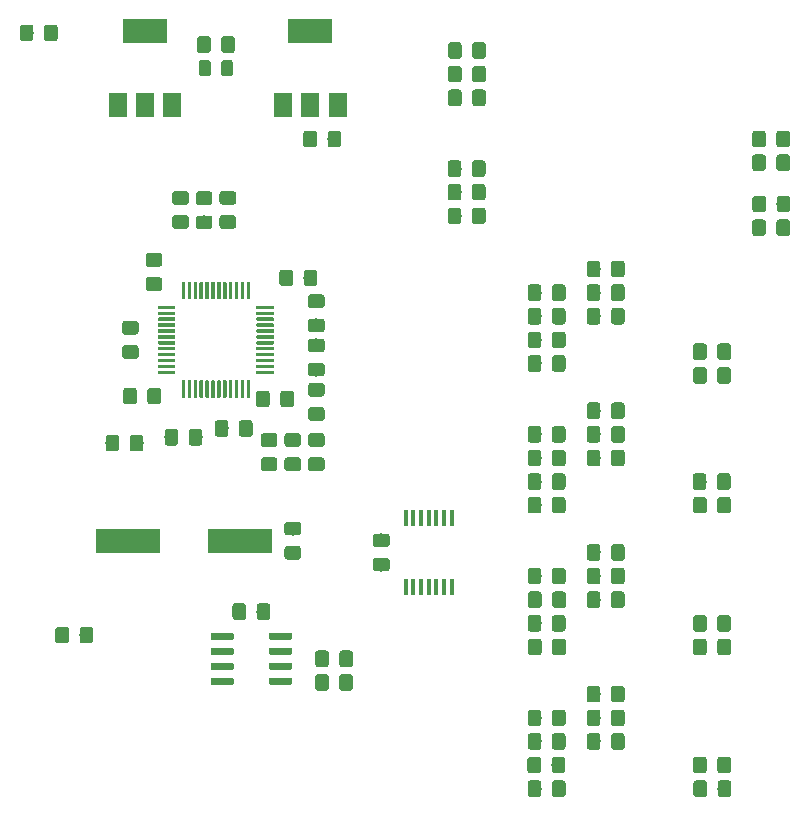
<source format=gbr>
G04 #@! TF.GenerationSoftware,KiCad,Pcbnew,(5.1.2)-1*
G04 #@! TF.CreationDate,2019-05-30T03:48:06-07:00*
G04 #@! TF.ProjectId,dsp2,64737032-2e6b-4696-9361-645f70636258,rev?*
G04 #@! TF.SameCoordinates,Original*
G04 #@! TF.FileFunction,Paste,Top*
G04 #@! TF.FilePolarity,Positive*
%FSLAX46Y46*%
G04 Gerber Fmt 4.6, Leading zero omitted, Abs format (unit mm)*
G04 Created by KiCad (PCBNEW (5.1.2)-1) date 2019-05-30 03:48:06*
%MOMM*%
%LPD*%
G04 APERTURE LIST*
%ADD10R,0.450000X1.450000*%
%ADD11C,0.100000*%
%ADD12C,1.150000*%
%ADD13C,0.975000*%
%ADD14R,1.500000X2.000000*%
%ADD15R,3.800000X2.000000*%
%ADD16C,0.300000*%
%ADD17C,0.600000*%
%ADD18R,5.500000X2.000000*%
G04 APERTURE END LIST*
D10*
X109950000Y-59050000D03*
X109300000Y-59050000D03*
X108650000Y-59050000D03*
X108000000Y-59050000D03*
X107350000Y-59050000D03*
X106700000Y-59050000D03*
X106050000Y-59050000D03*
X106050000Y-64950000D03*
X106700000Y-64950000D03*
X107350000Y-64950000D03*
X108000000Y-64950000D03*
X108650000Y-64950000D03*
X109300000Y-64950000D03*
X109950000Y-64950000D03*
D11*
G36*
X83624505Y-52051204D02*
G01*
X83648773Y-52054804D01*
X83672572Y-52060765D01*
X83695671Y-52069030D01*
X83717850Y-52079520D01*
X83738893Y-52092132D01*
X83758599Y-52106747D01*
X83776777Y-52123223D01*
X83793253Y-52141401D01*
X83807868Y-52161107D01*
X83820480Y-52182150D01*
X83830970Y-52204329D01*
X83839235Y-52227428D01*
X83845196Y-52251227D01*
X83848796Y-52275495D01*
X83850000Y-52299999D01*
X83850000Y-53200001D01*
X83848796Y-53224505D01*
X83845196Y-53248773D01*
X83839235Y-53272572D01*
X83830970Y-53295671D01*
X83820480Y-53317850D01*
X83807868Y-53338893D01*
X83793253Y-53358599D01*
X83776777Y-53376777D01*
X83758599Y-53393253D01*
X83738893Y-53407868D01*
X83717850Y-53420480D01*
X83695671Y-53430970D01*
X83672572Y-53439235D01*
X83648773Y-53445196D01*
X83624505Y-53448796D01*
X83600001Y-53450000D01*
X82949999Y-53450000D01*
X82925495Y-53448796D01*
X82901227Y-53445196D01*
X82877428Y-53439235D01*
X82854329Y-53430970D01*
X82832150Y-53420480D01*
X82811107Y-53407868D01*
X82791401Y-53393253D01*
X82773223Y-53376777D01*
X82756747Y-53358599D01*
X82742132Y-53338893D01*
X82729520Y-53317850D01*
X82719030Y-53295671D01*
X82710765Y-53272572D01*
X82704804Y-53248773D01*
X82701204Y-53224505D01*
X82700000Y-53200001D01*
X82700000Y-52299999D01*
X82701204Y-52275495D01*
X82704804Y-52251227D01*
X82710765Y-52227428D01*
X82719030Y-52204329D01*
X82729520Y-52182150D01*
X82742132Y-52161107D01*
X82756747Y-52141401D01*
X82773223Y-52123223D01*
X82791401Y-52106747D01*
X82811107Y-52092132D01*
X82832150Y-52079520D01*
X82854329Y-52069030D01*
X82877428Y-52060765D01*
X82901227Y-52054804D01*
X82925495Y-52051204D01*
X82949999Y-52050000D01*
X83600001Y-52050000D01*
X83624505Y-52051204D01*
X83624505Y-52051204D01*
G37*
D12*
X83275000Y-52750000D03*
D11*
G36*
X81574505Y-52051204D02*
G01*
X81598773Y-52054804D01*
X81622572Y-52060765D01*
X81645671Y-52069030D01*
X81667850Y-52079520D01*
X81688893Y-52092132D01*
X81708599Y-52106747D01*
X81726777Y-52123223D01*
X81743253Y-52141401D01*
X81757868Y-52161107D01*
X81770480Y-52182150D01*
X81780970Y-52204329D01*
X81789235Y-52227428D01*
X81795196Y-52251227D01*
X81798796Y-52275495D01*
X81800000Y-52299999D01*
X81800000Y-53200001D01*
X81798796Y-53224505D01*
X81795196Y-53248773D01*
X81789235Y-53272572D01*
X81780970Y-53295671D01*
X81770480Y-53317850D01*
X81757868Y-53338893D01*
X81743253Y-53358599D01*
X81726777Y-53376777D01*
X81708599Y-53393253D01*
X81688893Y-53407868D01*
X81667850Y-53420480D01*
X81645671Y-53430970D01*
X81622572Y-53439235D01*
X81598773Y-53445196D01*
X81574505Y-53448796D01*
X81550001Y-53450000D01*
X80899999Y-53450000D01*
X80875495Y-53448796D01*
X80851227Y-53445196D01*
X80827428Y-53439235D01*
X80804329Y-53430970D01*
X80782150Y-53420480D01*
X80761107Y-53407868D01*
X80741401Y-53393253D01*
X80723223Y-53376777D01*
X80706747Y-53358599D01*
X80692132Y-53338893D01*
X80679520Y-53317850D01*
X80669030Y-53295671D01*
X80660765Y-53272572D01*
X80654804Y-53248773D01*
X80651204Y-53224505D01*
X80650000Y-53200001D01*
X80650000Y-52299999D01*
X80651204Y-52275495D01*
X80654804Y-52251227D01*
X80660765Y-52227428D01*
X80669030Y-52204329D01*
X80679520Y-52182150D01*
X80692132Y-52161107D01*
X80706747Y-52141401D01*
X80723223Y-52123223D01*
X80741401Y-52106747D01*
X80761107Y-52092132D01*
X80782150Y-52079520D01*
X80804329Y-52069030D01*
X80827428Y-52060765D01*
X80851227Y-52054804D01*
X80875495Y-52051204D01*
X80899999Y-52050000D01*
X81550001Y-52050000D01*
X81574505Y-52051204D01*
X81574505Y-52051204D01*
G37*
D12*
X81225000Y-52750000D03*
D11*
G36*
X96299505Y-38051204D02*
G01*
X96323773Y-38054804D01*
X96347572Y-38060765D01*
X96370671Y-38069030D01*
X96392850Y-38079520D01*
X96413893Y-38092132D01*
X96433599Y-38106747D01*
X96451777Y-38123223D01*
X96468253Y-38141401D01*
X96482868Y-38161107D01*
X96495480Y-38182150D01*
X96505970Y-38204329D01*
X96514235Y-38227428D01*
X96520196Y-38251227D01*
X96523796Y-38275495D01*
X96525000Y-38299999D01*
X96525000Y-39200001D01*
X96523796Y-39224505D01*
X96520196Y-39248773D01*
X96514235Y-39272572D01*
X96505970Y-39295671D01*
X96495480Y-39317850D01*
X96482868Y-39338893D01*
X96468253Y-39358599D01*
X96451777Y-39376777D01*
X96433599Y-39393253D01*
X96413893Y-39407868D01*
X96392850Y-39420480D01*
X96370671Y-39430970D01*
X96347572Y-39439235D01*
X96323773Y-39445196D01*
X96299505Y-39448796D01*
X96275001Y-39450000D01*
X95624999Y-39450000D01*
X95600495Y-39448796D01*
X95576227Y-39445196D01*
X95552428Y-39439235D01*
X95529329Y-39430970D01*
X95507150Y-39420480D01*
X95486107Y-39407868D01*
X95466401Y-39393253D01*
X95448223Y-39376777D01*
X95431747Y-39358599D01*
X95417132Y-39338893D01*
X95404520Y-39317850D01*
X95394030Y-39295671D01*
X95385765Y-39272572D01*
X95379804Y-39248773D01*
X95376204Y-39224505D01*
X95375000Y-39200001D01*
X95375000Y-38299999D01*
X95376204Y-38275495D01*
X95379804Y-38251227D01*
X95385765Y-38227428D01*
X95394030Y-38204329D01*
X95404520Y-38182150D01*
X95417132Y-38161107D01*
X95431747Y-38141401D01*
X95448223Y-38123223D01*
X95466401Y-38106747D01*
X95486107Y-38092132D01*
X95507150Y-38079520D01*
X95529329Y-38069030D01*
X95552428Y-38060765D01*
X95576227Y-38054804D01*
X95600495Y-38051204D01*
X95624999Y-38050000D01*
X96275001Y-38050000D01*
X96299505Y-38051204D01*
X96299505Y-38051204D01*
G37*
D12*
X95950000Y-38750000D03*
D11*
G36*
X98349505Y-38051204D02*
G01*
X98373773Y-38054804D01*
X98397572Y-38060765D01*
X98420671Y-38069030D01*
X98442850Y-38079520D01*
X98463893Y-38092132D01*
X98483599Y-38106747D01*
X98501777Y-38123223D01*
X98518253Y-38141401D01*
X98532868Y-38161107D01*
X98545480Y-38182150D01*
X98555970Y-38204329D01*
X98564235Y-38227428D01*
X98570196Y-38251227D01*
X98573796Y-38275495D01*
X98575000Y-38299999D01*
X98575000Y-39200001D01*
X98573796Y-39224505D01*
X98570196Y-39248773D01*
X98564235Y-39272572D01*
X98555970Y-39295671D01*
X98545480Y-39317850D01*
X98532868Y-39338893D01*
X98518253Y-39358599D01*
X98501777Y-39376777D01*
X98483599Y-39393253D01*
X98463893Y-39407868D01*
X98442850Y-39420480D01*
X98420671Y-39430970D01*
X98397572Y-39439235D01*
X98373773Y-39445196D01*
X98349505Y-39448796D01*
X98325001Y-39450000D01*
X97674999Y-39450000D01*
X97650495Y-39448796D01*
X97626227Y-39445196D01*
X97602428Y-39439235D01*
X97579329Y-39430970D01*
X97557150Y-39420480D01*
X97536107Y-39407868D01*
X97516401Y-39393253D01*
X97498223Y-39376777D01*
X97481747Y-39358599D01*
X97467132Y-39338893D01*
X97454520Y-39317850D01*
X97444030Y-39295671D01*
X97435765Y-39272572D01*
X97429804Y-39248773D01*
X97426204Y-39224505D01*
X97425000Y-39200001D01*
X97425000Y-38299999D01*
X97426204Y-38275495D01*
X97429804Y-38251227D01*
X97435765Y-38227428D01*
X97444030Y-38204329D01*
X97454520Y-38182150D01*
X97467132Y-38161107D01*
X97481747Y-38141401D01*
X97498223Y-38123223D01*
X97516401Y-38106747D01*
X97536107Y-38092132D01*
X97557150Y-38079520D01*
X97579329Y-38069030D01*
X97602428Y-38060765D01*
X97626227Y-38054804D01*
X97650495Y-38051204D01*
X97674999Y-38050000D01*
X98325001Y-38050000D01*
X98349505Y-38051204D01*
X98349505Y-38051204D01*
G37*
D12*
X98000000Y-38750000D03*
D11*
G36*
X96974505Y-53951204D02*
G01*
X96998773Y-53954804D01*
X97022572Y-53960765D01*
X97045671Y-53969030D01*
X97067850Y-53979520D01*
X97088893Y-53992132D01*
X97108599Y-54006747D01*
X97126777Y-54023223D01*
X97143253Y-54041401D01*
X97157868Y-54061107D01*
X97170480Y-54082150D01*
X97180970Y-54104329D01*
X97189235Y-54127428D01*
X97195196Y-54151227D01*
X97198796Y-54175495D01*
X97200000Y-54199999D01*
X97200000Y-54850001D01*
X97198796Y-54874505D01*
X97195196Y-54898773D01*
X97189235Y-54922572D01*
X97180970Y-54945671D01*
X97170480Y-54967850D01*
X97157868Y-54988893D01*
X97143253Y-55008599D01*
X97126777Y-55026777D01*
X97108599Y-55043253D01*
X97088893Y-55057868D01*
X97067850Y-55070480D01*
X97045671Y-55080970D01*
X97022572Y-55089235D01*
X96998773Y-55095196D01*
X96974505Y-55098796D01*
X96950001Y-55100000D01*
X96049999Y-55100000D01*
X96025495Y-55098796D01*
X96001227Y-55095196D01*
X95977428Y-55089235D01*
X95954329Y-55080970D01*
X95932150Y-55070480D01*
X95911107Y-55057868D01*
X95891401Y-55043253D01*
X95873223Y-55026777D01*
X95856747Y-55008599D01*
X95842132Y-54988893D01*
X95829520Y-54967850D01*
X95819030Y-54945671D01*
X95810765Y-54922572D01*
X95804804Y-54898773D01*
X95801204Y-54874505D01*
X95800000Y-54850001D01*
X95800000Y-54199999D01*
X95801204Y-54175495D01*
X95804804Y-54151227D01*
X95810765Y-54127428D01*
X95819030Y-54104329D01*
X95829520Y-54082150D01*
X95842132Y-54061107D01*
X95856747Y-54041401D01*
X95873223Y-54023223D01*
X95891401Y-54006747D01*
X95911107Y-53992132D01*
X95932150Y-53979520D01*
X95954329Y-53969030D01*
X95977428Y-53960765D01*
X96001227Y-53954804D01*
X96025495Y-53951204D01*
X96049999Y-53950000D01*
X96950001Y-53950000D01*
X96974505Y-53951204D01*
X96974505Y-53951204D01*
G37*
D12*
X96500000Y-54525000D03*
D11*
G36*
X96974505Y-51901204D02*
G01*
X96998773Y-51904804D01*
X97022572Y-51910765D01*
X97045671Y-51919030D01*
X97067850Y-51929520D01*
X97088893Y-51942132D01*
X97108599Y-51956747D01*
X97126777Y-51973223D01*
X97143253Y-51991401D01*
X97157868Y-52011107D01*
X97170480Y-52032150D01*
X97180970Y-52054329D01*
X97189235Y-52077428D01*
X97195196Y-52101227D01*
X97198796Y-52125495D01*
X97200000Y-52149999D01*
X97200000Y-52800001D01*
X97198796Y-52824505D01*
X97195196Y-52848773D01*
X97189235Y-52872572D01*
X97180970Y-52895671D01*
X97170480Y-52917850D01*
X97157868Y-52938893D01*
X97143253Y-52958599D01*
X97126777Y-52976777D01*
X97108599Y-52993253D01*
X97088893Y-53007868D01*
X97067850Y-53020480D01*
X97045671Y-53030970D01*
X97022572Y-53039235D01*
X96998773Y-53045196D01*
X96974505Y-53048796D01*
X96950001Y-53050000D01*
X96049999Y-53050000D01*
X96025495Y-53048796D01*
X96001227Y-53045196D01*
X95977428Y-53039235D01*
X95954329Y-53030970D01*
X95932150Y-53020480D01*
X95911107Y-53007868D01*
X95891401Y-52993253D01*
X95873223Y-52976777D01*
X95856747Y-52958599D01*
X95842132Y-52938893D01*
X95829520Y-52917850D01*
X95819030Y-52895671D01*
X95810765Y-52872572D01*
X95804804Y-52848773D01*
X95801204Y-52824505D01*
X95800000Y-52800001D01*
X95800000Y-52149999D01*
X95801204Y-52125495D01*
X95804804Y-52101227D01*
X95810765Y-52077428D01*
X95819030Y-52054329D01*
X95829520Y-52032150D01*
X95842132Y-52011107D01*
X95856747Y-51991401D01*
X95873223Y-51973223D01*
X95891401Y-51956747D01*
X95911107Y-51942132D01*
X95932150Y-51929520D01*
X95954329Y-51919030D01*
X95977428Y-51910765D01*
X96001227Y-51904804D01*
X96025495Y-51901204D01*
X96049999Y-51900000D01*
X96950001Y-51900000D01*
X96974505Y-51901204D01*
X96974505Y-51901204D01*
G37*
D12*
X96500000Y-52475000D03*
D11*
G36*
X88624505Y-51551204D02*
G01*
X88648773Y-51554804D01*
X88672572Y-51560765D01*
X88695671Y-51569030D01*
X88717850Y-51579520D01*
X88738893Y-51592132D01*
X88758599Y-51606747D01*
X88776777Y-51623223D01*
X88793253Y-51641401D01*
X88807868Y-51661107D01*
X88820480Y-51682150D01*
X88830970Y-51704329D01*
X88839235Y-51727428D01*
X88845196Y-51751227D01*
X88848796Y-51775495D01*
X88850000Y-51799999D01*
X88850000Y-52700001D01*
X88848796Y-52724505D01*
X88845196Y-52748773D01*
X88839235Y-52772572D01*
X88830970Y-52795671D01*
X88820480Y-52817850D01*
X88807868Y-52838893D01*
X88793253Y-52858599D01*
X88776777Y-52876777D01*
X88758599Y-52893253D01*
X88738893Y-52907868D01*
X88717850Y-52920480D01*
X88695671Y-52930970D01*
X88672572Y-52939235D01*
X88648773Y-52945196D01*
X88624505Y-52948796D01*
X88600001Y-52950000D01*
X87949999Y-52950000D01*
X87925495Y-52948796D01*
X87901227Y-52945196D01*
X87877428Y-52939235D01*
X87854329Y-52930970D01*
X87832150Y-52920480D01*
X87811107Y-52907868D01*
X87791401Y-52893253D01*
X87773223Y-52876777D01*
X87756747Y-52858599D01*
X87742132Y-52838893D01*
X87729520Y-52817850D01*
X87719030Y-52795671D01*
X87710765Y-52772572D01*
X87704804Y-52748773D01*
X87701204Y-52724505D01*
X87700000Y-52700001D01*
X87700000Y-51799999D01*
X87701204Y-51775495D01*
X87704804Y-51751227D01*
X87710765Y-51727428D01*
X87719030Y-51704329D01*
X87729520Y-51682150D01*
X87742132Y-51661107D01*
X87756747Y-51641401D01*
X87773223Y-51623223D01*
X87791401Y-51606747D01*
X87811107Y-51592132D01*
X87832150Y-51579520D01*
X87854329Y-51569030D01*
X87877428Y-51560765D01*
X87901227Y-51554804D01*
X87925495Y-51551204D01*
X87949999Y-51550000D01*
X88600001Y-51550000D01*
X88624505Y-51551204D01*
X88624505Y-51551204D01*
G37*
D12*
X88275000Y-52250000D03*
D11*
G36*
X86574505Y-51551204D02*
G01*
X86598773Y-51554804D01*
X86622572Y-51560765D01*
X86645671Y-51569030D01*
X86667850Y-51579520D01*
X86688893Y-51592132D01*
X86708599Y-51606747D01*
X86726777Y-51623223D01*
X86743253Y-51641401D01*
X86757868Y-51661107D01*
X86770480Y-51682150D01*
X86780970Y-51704329D01*
X86789235Y-51727428D01*
X86795196Y-51751227D01*
X86798796Y-51775495D01*
X86800000Y-51799999D01*
X86800000Y-52700001D01*
X86798796Y-52724505D01*
X86795196Y-52748773D01*
X86789235Y-52772572D01*
X86780970Y-52795671D01*
X86770480Y-52817850D01*
X86757868Y-52838893D01*
X86743253Y-52858599D01*
X86726777Y-52876777D01*
X86708599Y-52893253D01*
X86688893Y-52907868D01*
X86667850Y-52920480D01*
X86645671Y-52930970D01*
X86622572Y-52939235D01*
X86598773Y-52945196D01*
X86574505Y-52948796D01*
X86550001Y-52950000D01*
X85899999Y-52950000D01*
X85875495Y-52948796D01*
X85851227Y-52945196D01*
X85827428Y-52939235D01*
X85804329Y-52930970D01*
X85782150Y-52920480D01*
X85761107Y-52907868D01*
X85741401Y-52893253D01*
X85723223Y-52876777D01*
X85706747Y-52858599D01*
X85692132Y-52838893D01*
X85679520Y-52817850D01*
X85669030Y-52795671D01*
X85660765Y-52772572D01*
X85654804Y-52748773D01*
X85651204Y-52724505D01*
X85650000Y-52700001D01*
X85650000Y-51799999D01*
X85651204Y-51775495D01*
X85654804Y-51751227D01*
X85660765Y-51727428D01*
X85669030Y-51704329D01*
X85679520Y-51682150D01*
X85692132Y-51661107D01*
X85706747Y-51641401D01*
X85723223Y-51623223D01*
X85741401Y-51606747D01*
X85761107Y-51592132D01*
X85782150Y-51579520D01*
X85804329Y-51569030D01*
X85827428Y-51560765D01*
X85851227Y-51554804D01*
X85875495Y-51551204D01*
X85899999Y-51550000D01*
X86550001Y-51550000D01*
X86574505Y-51551204D01*
X86574505Y-51551204D01*
G37*
D12*
X86225000Y-52250000D03*
D11*
G36*
X131349505Y-81301204D02*
G01*
X131373773Y-81304804D01*
X131397572Y-81310765D01*
X131420671Y-81319030D01*
X131442850Y-81329520D01*
X131463893Y-81342132D01*
X131483599Y-81356747D01*
X131501777Y-81373223D01*
X131518253Y-81391401D01*
X131532868Y-81411107D01*
X131545480Y-81432150D01*
X131555970Y-81454329D01*
X131564235Y-81477428D01*
X131570196Y-81501227D01*
X131573796Y-81525495D01*
X131575000Y-81549999D01*
X131575000Y-82450001D01*
X131573796Y-82474505D01*
X131570196Y-82498773D01*
X131564235Y-82522572D01*
X131555970Y-82545671D01*
X131545480Y-82567850D01*
X131532868Y-82588893D01*
X131518253Y-82608599D01*
X131501777Y-82626777D01*
X131483599Y-82643253D01*
X131463893Y-82657868D01*
X131442850Y-82670480D01*
X131420671Y-82680970D01*
X131397572Y-82689235D01*
X131373773Y-82695196D01*
X131349505Y-82698796D01*
X131325001Y-82700000D01*
X130674999Y-82700000D01*
X130650495Y-82698796D01*
X130626227Y-82695196D01*
X130602428Y-82689235D01*
X130579329Y-82680970D01*
X130557150Y-82670480D01*
X130536107Y-82657868D01*
X130516401Y-82643253D01*
X130498223Y-82626777D01*
X130481747Y-82608599D01*
X130467132Y-82588893D01*
X130454520Y-82567850D01*
X130444030Y-82545671D01*
X130435765Y-82522572D01*
X130429804Y-82498773D01*
X130426204Y-82474505D01*
X130425000Y-82450001D01*
X130425000Y-81549999D01*
X130426204Y-81525495D01*
X130429804Y-81501227D01*
X130435765Y-81477428D01*
X130444030Y-81454329D01*
X130454520Y-81432150D01*
X130467132Y-81411107D01*
X130481747Y-81391401D01*
X130498223Y-81373223D01*
X130516401Y-81356747D01*
X130536107Y-81342132D01*
X130557150Y-81329520D01*
X130579329Y-81319030D01*
X130602428Y-81310765D01*
X130626227Y-81304804D01*
X130650495Y-81301204D01*
X130674999Y-81300000D01*
X131325001Y-81300000D01*
X131349505Y-81301204D01*
X131349505Y-81301204D01*
G37*
D12*
X131000000Y-82000000D03*
D11*
G36*
X133399505Y-81301204D02*
G01*
X133423773Y-81304804D01*
X133447572Y-81310765D01*
X133470671Y-81319030D01*
X133492850Y-81329520D01*
X133513893Y-81342132D01*
X133533599Y-81356747D01*
X133551777Y-81373223D01*
X133568253Y-81391401D01*
X133582868Y-81411107D01*
X133595480Y-81432150D01*
X133605970Y-81454329D01*
X133614235Y-81477428D01*
X133620196Y-81501227D01*
X133623796Y-81525495D01*
X133625000Y-81549999D01*
X133625000Y-82450001D01*
X133623796Y-82474505D01*
X133620196Y-82498773D01*
X133614235Y-82522572D01*
X133605970Y-82545671D01*
X133595480Y-82567850D01*
X133582868Y-82588893D01*
X133568253Y-82608599D01*
X133551777Y-82626777D01*
X133533599Y-82643253D01*
X133513893Y-82657868D01*
X133492850Y-82670480D01*
X133470671Y-82680970D01*
X133447572Y-82689235D01*
X133423773Y-82695196D01*
X133399505Y-82698796D01*
X133375001Y-82700000D01*
X132724999Y-82700000D01*
X132700495Y-82698796D01*
X132676227Y-82695196D01*
X132652428Y-82689235D01*
X132629329Y-82680970D01*
X132607150Y-82670480D01*
X132586107Y-82657868D01*
X132566401Y-82643253D01*
X132548223Y-82626777D01*
X132531747Y-82608599D01*
X132517132Y-82588893D01*
X132504520Y-82567850D01*
X132494030Y-82545671D01*
X132485765Y-82522572D01*
X132479804Y-82498773D01*
X132476204Y-82474505D01*
X132475000Y-82450001D01*
X132475000Y-81549999D01*
X132476204Y-81525495D01*
X132479804Y-81501227D01*
X132485765Y-81477428D01*
X132494030Y-81454329D01*
X132504520Y-81432150D01*
X132517132Y-81411107D01*
X132531747Y-81391401D01*
X132548223Y-81373223D01*
X132566401Y-81356747D01*
X132586107Y-81342132D01*
X132607150Y-81329520D01*
X132629329Y-81319030D01*
X132652428Y-81310765D01*
X132676227Y-81304804D01*
X132700495Y-81301204D01*
X132724999Y-81300000D01*
X133375001Y-81300000D01*
X133399505Y-81301204D01*
X133399505Y-81301204D01*
G37*
D12*
X133050000Y-82000000D03*
D11*
G36*
X76374505Y-17301204D02*
G01*
X76398773Y-17304804D01*
X76422572Y-17310765D01*
X76445671Y-17319030D01*
X76467850Y-17329520D01*
X76488893Y-17342132D01*
X76508599Y-17356747D01*
X76526777Y-17373223D01*
X76543253Y-17391401D01*
X76557868Y-17411107D01*
X76570480Y-17432150D01*
X76580970Y-17454329D01*
X76589235Y-17477428D01*
X76595196Y-17501227D01*
X76598796Y-17525495D01*
X76600000Y-17549999D01*
X76600000Y-18450001D01*
X76598796Y-18474505D01*
X76595196Y-18498773D01*
X76589235Y-18522572D01*
X76580970Y-18545671D01*
X76570480Y-18567850D01*
X76557868Y-18588893D01*
X76543253Y-18608599D01*
X76526777Y-18626777D01*
X76508599Y-18643253D01*
X76488893Y-18657868D01*
X76467850Y-18670480D01*
X76445671Y-18680970D01*
X76422572Y-18689235D01*
X76398773Y-18695196D01*
X76374505Y-18698796D01*
X76350001Y-18700000D01*
X75699999Y-18700000D01*
X75675495Y-18698796D01*
X75651227Y-18695196D01*
X75627428Y-18689235D01*
X75604329Y-18680970D01*
X75582150Y-18670480D01*
X75561107Y-18657868D01*
X75541401Y-18643253D01*
X75523223Y-18626777D01*
X75506747Y-18608599D01*
X75492132Y-18588893D01*
X75479520Y-18567850D01*
X75469030Y-18545671D01*
X75460765Y-18522572D01*
X75454804Y-18498773D01*
X75451204Y-18474505D01*
X75450000Y-18450001D01*
X75450000Y-17549999D01*
X75451204Y-17525495D01*
X75454804Y-17501227D01*
X75460765Y-17477428D01*
X75469030Y-17454329D01*
X75479520Y-17432150D01*
X75492132Y-17411107D01*
X75506747Y-17391401D01*
X75523223Y-17373223D01*
X75541401Y-17356747D01*
X75561107Y-17342132D01*
X75582150Y-17329520D01*
X75604329Y-17319030D01*
X75627428Y-17310765D01*
X75651227Y-17304804D01*
X75675495Y-17301204D01*
X75699999Y-17300000D01*
X76350001Y-17300000D01*
X76374505Y-17301204D01*
X76374505Y-17301204D01*
G37*
D12*
X76025000Y-18000000D03*
D11*
G36*
X74324505Y-17301204D02*
G01*
X74348773Y-17304804D01*
X74372572Y-17310765D01*
X74395671Y-17319030D01*
X74417850Y-17329520D01*
X74438893Y-17342132D01*
X74458599Y-17356747D01*
X74476777Y-17373223D01*
X74493253Y-17391401D01*
X74507868Y-17411107D01*
X74520480Y-17432150D01*
X74530970Y-17454329D01*
X74539235Y-17477428D01*
X74545196Y-17501227D01*
X74548796Y-17525495D01*
X74550000Y-17549999D01*
X74550000Y-18450001D01*
X74548796Y-18474505D01*
X74545196Y-18498773D01*
X74539235Y-18522572D01*
X74530970Y-18545671D01*
X74520480Y-18567850D01*
X74507868Y-18588893D01*
X74493253Y-18608599D01*
X74476777Y-18626777D01*
X74458599Y-18643253D01*
X74438893Y-18657868D01*
X74417850Y-18670480D01*
X74395671Y-18680970D01*
X74372572Y-18689235D01*
X74348773Y-18695196D01*
X74324505Y-18698796D01*
X74300001Y-18700000D01*
X73649999Y-18700000D01*
X73625495Y-18698796D01*
X73601227Y-18695196D01*
X73577428Y-18689235D01*
X73554329Y-18680970D01*
X73532150Y-18670480D01*
X73511107Y-18657868D01*
X73491401Y-18643253D01*
X73473223Y-18626777D01*
X73456747Y-18608599D01*
X73442132Y-18588893D01*
X73429520Y-18567850D01*
X73419030Y-18545671D01*
X73410765Y-18522572D01*
X73404804Y-18498773D01*
X73401204Y-18474505D01*
X73400000Y-18450001D01*
X73400000Y-17549999D01*
X73401204Y-17525495D01*
X73404804Y-17501227D01*
X73410765Y-17477428D01*
X73419030Y-17454329D01*
X73429520Y-17432150D01*
X73442132Y-17411107D01*
X73456747Y-17391401D01*
X73473223Y-17373223D01*
X73491401Y-17356747D01*
X73511107Y-17342132D01*
X73532150Y-17329520D01*
X73554329Y-17319030D01*
X73577428Y-17310765D01*
X73601227Y-17304804D01*
X73625495Y-17301204D01*
X73649999Y-17300000D01*
X74300001Y-17300000D01*
X74324505Y-17301204D01*
X74324505Y-17301204D01*
G37*
D12*
X73975000Y-18000000D03*
D11*
G36*
X98974505Y-42201204D02*
G01*
X98998773Y-42204804D01*
X99022572Y-42210765D01*
X99045671Y-42219030D01*
X99067850Y-42229520D01*
X99088893Y-42242132D01*
X99108599Y-42256747D01*
X99126777Y-42273223D01*
X99143253Y-42291401D01*
X99157868Y-42311107D01*
X99170480Y-42332150D01*
X99180970Y-42354329D01*
X99189235Y-42377428D01*
X99195196Y-42401227D01*
X99198796Y-42425495D01*
X99200000Y-42449999D01*
X99200000Y-43100001D01*
X99198796Y-43124505D01*
X99195196Y-43148773D01*
X99189235Y-43172572D01*
X99180970Y-43195671D01*
X99170480Y-43217850D01*
X99157868Y-43238893D01*
X99143253Y-43258599D01*
X99126777Y-43276777D01*
X99108599Y-43293253D01*
X99088893Y-43307868D01*
X99067850Y-43320480D01*
X99045671Y-43330970D01*
X99022572Y-43339235D01*
X98998773Y-43345196D01*
X98974505Y-43348796D01*
X98950001Y-43350000D01*
X98049999Y-43350000D01*
X98025495Y-43348796D01*
X98001227Y-43345196D01*
X97977428Y-43339235D01*
X97954329Y-43330970D01*
X97932150Y-43320480D01*
X97911107Y-43307868D01*
X97891401Y-43293253D01*
X97873223Y-43276777D01*
X97856747Y-43258599D01*
X97842132Y-43238893D01*
X97829520Y-43217850D01*
X97819030Y-43195671D01*
X97810765Y-43172572D01*
X97804804Y-43148773D01*
X97801204Y-43124505D01*
X97800000Y-43100001D01*
X97800000Y-42449999D01*
X97801204Y-42425495D01*
X97804804Y-42401227D01*
X97810765Y-42377428D01*
X97819030Y-42354329D01*
X97829520Y-42332150D01*
X97842132Y-42311107D01*
X97856747Y-42291401D01*
X97873223Y-42273223D01*
X97891401Y-42256747D01*
X97911107Y-42242132D01*
X97932150Y-42229520D01*
X97954329Y-42219030D01*
X97977428Y-42210765D01*
X98001227Y-42204804D01*
X98025495Y-42201204D01*
X98049999Y-42200000D01*
X98950001Y-42200000D01*
X98974505Y-42201204D01*
X98974505Y-42201204D01*
G37*
D12*
X98500000Y-42775000D03*
D11*
G36*
X98974505Y-40151204D02*
G01*
X98998773Y-40154804D01*
X99022572Y-40160765D01*
X99045671Y-40169030D01*
X99067850Y-40179520D01*
X99088893Y-40192132D01*
X99108599Y-40206747D01*
X99126777Y-40223223D01*
X99143253Y-40241401D01*
X99157868Y-40261107D01*
X99170480Y-40282150D01*
X99180970Y-40304329D01*
X99189235Y-40327428D01*
X99195196Y-40351227D01*
X99198796Y-40375495D01*
X99200000Y-40399999D01*
X99200000Y-41050001D01*
X99198796Y-41074505D01*
X99195196Y-41098773D01*
X99189235Y-41122572D01*
X99180970Y-41145671D01*
X99170480Y-41167850D01*
X99157868Y-41188893D01*
X99143253Y-41208599D01*
X99126777Y-41226777D01*
X99108599Y-41243253D01*
X99088893Y-41257868D01*
X99067850Y-41270480D01*
X99045671Y-41280970D01*
X99022572Y-41289235D01*
X98998773Y-41295196D01*
X98974505Y-41298796D01*
X98950001Y-41300000D01*
X98049999Y-41300000D01*
X98025495Y-41298796D01*
X98001227Y-41295196D01*
X97977428Y-41289235D01*
X97954329Y-41280970D01*
X97932150Y-41270480D01*
X97911107Y-41257868D01*
X97891401Y-41243253D01*
X97873223Y-41226777D01*
X97856747Y-41208599D01*
X97842132Y-41188893D01*
X97829520Y-41167850D01*
X97819030Y-41145671D01*
X97810765Y-41122572D01*
X97804804Y-41098773D01*
X97801204Y-41074505D01*
X97800000Y-41050001D01*
X97800000Y-40399999D01*
X97801204Y-40375495D01*
X97804804Y-40351227D01*
X97810765Y-40327428D01*
X97819030Y-40304329D01*
X97829520Y-40282150D01*
X97842132Y-40261107D01*
X97856747Y-40241401D01*
X97873223Y-40223223D01*
X97891401Y-40206747D01*
X97911107Y-40192132D01*
X97932150Y-40179520D01*
X97954329Y-40169030D01*
X97977428Y-40160765D01*
X98001227Y-40154804D01*
X98025495Y-40151204D01*
X98049999Y-40150000D01*
X98950001Y-40150000D01*
X98974505Y-40151204D01*
X98974505Y-40151204D01*
G37*
D12*
X98500000Y-40725000D03*
D11*
G36*
X98974505Y-45951204D02*
G01*
X98998773Y-45954804D01*
X99022572Y-45960765D01*
X99045671Y-45969030D01*
X99067850Y-45979520D01*
X99088893Y-45992132D01*
X99108599Y-46006747D01*
X99126777Y-46023223D01*
X99143253Y-46041401D01*
X99157868Y-46061107D01*
X99170480Y-46082150D01*
X99180970Y-46104329D01*
X99189235Y-46127428D01*
X99195196Y-46151227D01*
X99198796Y-46175495D01*
X99200000Y-46199999D01*
X99200000Y-46850001D01*
X99198796Y-46874505D01*
X99195196Y-46898773D01*
X99189235Y-46922572D01*
X99180970Y-46945671D01*
X99170480Y-46967850D01*
X99157868Y-46988893D01*
X99143253Y-47008599D01*
X99126777Y-47026777D01*
X99108599Y-47043253D01*
X99088893Y-47057868D01*
X99067850Y-47070480D01*
X99045671Y-47080970D01*
X99022572Y-47089235D01*
X98998773Y-47095196D01*
X98974505Y-47098796D01*
X98950001Y-47100000D01*
X98049999Y-47100000D01*
X98025495Y-47098796D01*
X98001227Y-47095196D01*
X97977428Y-47089235D01*
X97954329Y-47080970D01*
X97932150Y-47070480D01*
X97911107Y-47057868D01*
X97891401Y-47043253D01*
X97873223Y-47026777D01*
X97856747Y-47008599D01*
X97842132Y-46988893D01*
X97829520Y-46967850D01*
X97819030Y-46945671D01*
X97810765Y-46922572D01*
X97804804Y-46898773D01*
X97801204Y-46874505D01*
X97800000Y-46850001D01*
X97800000Y-46199999D01*
X97801204Y-46175495D01*
X97804804Y-46151227D01*
X97810765Y-46127428D01*
X97819030Y-46104329D01*
X97829520Y-46082150D01*
X97842132Y-46061107D01*
X97856747Y-46041401D01*
X97873223Y-46023223D01*
X97891401Y-46006747D01*
X97911107Y-45992132D01*
X97932150Y-45979520D01*
X97954329Y-45969030D01*
X97977428Y-45960765D01*
X98001227Y-45954804D01*
X98025495Y-45951204D01*
X98049999Y-45950000D01*
X98950001Y-45950000D01*
X98974505Y-45951204D01*
X98974505Y-45951204D01*
G37*
D12*
X98500000Y-46525000D03*
D11*
G36*
X98974505Y-43901204D02*
G01*
X98998773Y-43904804D01*
X99022572Y-43910765D01*
X99045671Y-43919030D01*
X99067850Y-43929520D01*
X99088893Y-43942132D01*
X99108599Y-43956747D01*
X99126777Y-43973223D01*
X99143253Y-43991401D01*
X99157868Y-44011107D01*
X99170480Y-44032150D01*
X99180970Y-44054329D01*
X99189235Y-44077428D01*
X99195196Y-44101227D01*
X99198796Y-44125495D01*
X99200000Y-44149999D01*
X99200000Y-44800001D01*
X99198796Y-44824505D01*
X99195196Y-44848773D01*
X99189235Y-44872572D01*
X99180970Y-44895671D01*
X99170480Y-44917850D01*
X99157868Y-44938893D01*
X99143253Y-44958599D01*
X99126777Y-44976777D01*
X99108599Y-44993253D01*
X99088893Y-45007868D01*
X99067850Y-45020480D01*
X99045671Y-45030970D01*
X99022572Y-45039235D01*
X98998773Y-45045196D01*
X98974505Y-45048796D01*
X98950001Y-45050000D01*
X98049999Y-45050000D01*
X98025495Y-45048796D01*
X98001227Y-45045196D01*
X97977428Y-45039235D01*
X97954329Y-45030970D01*
X97932150Y-45020480D01*
X97911107Y-45007868D01*
X97891401Y-44993253D01*
X97873223Y-44976777D01*
X97856747Y-44958599D01*
X97842132Y-44938893D01*
X97829520Y-44917850D01*
X97819030Y-44895671D01*
X97810765Y-44872572D01*
X97804804Y-44848773D01*
X97801204Y-44824505D01*
X97800000Y-44800001D01*
X97800000Y-44149999D01*
X97801204Y-44125495D01*
X97804804Y-44101227D01*
X97810765Y-44077428D01*
X97819030Y-44054329D01*
X97829520Y-44032150D01*
X97842132Y-44011107D01*
X97856747Y-43991401D01*
X97873223Y-43973223D01*
X97891401Y-43956747D01*
X97911107Y-43942132D01*
X97932150Y-43929520D01*
X97954329Y-43919030D01*
X97977428Y-43910765D01*
X98001227Y-43904804D01*
X98025495Y-43901204D01*
X98049999Y-43900000D01*
X98950001Y-43900000D01*
X98974505Y-43901204D01*
X98974505Y-43901204D01*
G37*
D12*
X98500000Y-44475000D03*
D11*
G36*
X98974505Y-49701204D02*
G01*
X98998773Y-49704804D01*
X99022572Y-49710765D01*
X99045671Y-49719030D01*
X99067850Y-49729520D01*
X99088893Y-49742132D01*
X99108599Y-49756747D01*
X99126777Y-49773223D01*
X99143253Y-49791401D01*
X99157868Y-49811107D01*
X99170480Y-49832150D01*
X99180970Y-49854329D01*
X99189235Y-49877428D01*
X99195196Y-49901227D01*
X99198796Y-49925495D01*
X99200000Y-49949999D01*
X99200000Y-50600001D01*
X99198796Y-50624505D01*
X99195196Y-50648773D01*
X99189235Y-50672572D01*
X99180970Y-50695671D01*
X99170480Y-50717850D01*
X99157868Y-50738893D01*
X99143253Y-50758599D01*
X99126777Y-50776777D01*
X99108599Y-50793253D01*
X99088893Y-50807868D01*
X99067850Y-50820480D01*
X99045671Y-50830970D01*
X99022572Y-50839235D01*
X98998773Y-50845196D01*
X98974505Y-50848796D01*
X98950001Y-50850000D01*
X98049999Y-50850000D01*
X98025495Y-50848796D01*
X98001227Y-50845196D01*
X97977428Y-50839235D01*
X97954329Y-50830970D01*
X97932150Y-50820480D01*
X97911107Y-50807868D01*
X97891401Y-50793253D01*
X97873223Y-50776777D01*
X97856747Y-50758599D01*
X97842132Y-50738893D01*
X97829520Y-50717850D01*
X97819030Y-50695671D01*
X97810765Y-50672572D01*
X97804804Y-50648773D01*
X97801204Y-50624505D01*
X97800000Y-50600001D01*
X97800000Y-49949999D01*
X97801204Y-49925495D01*
X97804804Y-49901227D01*
X97810765Y-49877428D01*
X97819030Y-49854329D01*
X97829520Y-49832150D01*
X97842132Y-49811107D01*
X97856747Y-49791401D01*
X97873223Y-49773223D01*
X97891401Y-49756747D01*
X97911107Y-49742132D01*
X97932150Y-49729520D01*
X97954329Y-49719030D01*
X97977428Y-49710765D01*
X98001227Y-49704804D01*
X98025495Y-49701204D01*
X98049999Y-49700000D01*
X98950001Y-49700000D01*
X98974505Y-49701204D01*
X98974505Y-49701204D01*
G37*
D12*
X98500000Y-50275000D03*
D11*
G36*
X98974505Y-47651204D02*
G01*
X98998773Y-47654804D01*
X99022572Y-47660765D01*
X99045671Y-47669030D01*
X99067850Y-47679520D01*
X99088893Y-47692132D01*
X99108599Y-47706747D01*
X99126777Y-47723223D01*
X99143253Y-47741401D01*
X99157868Y-47761107D01*
X99170480Y-47782150D01*
X99180970Y-47804329D01*
X99189235Y-47827428D01*
X99195196Y-47851227D01*
X99198796Y-47875495D01*
X99200000Y-47899999D01*
X99200000Y-48550001D01*
X99198796Y-48574505D01*
X99195196Y-48598773D01*
X99189235Y-48622572D01*
X99180970Y-48645671D01*
X99170480Y-48667850D01*
X99157868Y-48688893D01*
X99143253Y-48708599D01*
X99126777Y-48726777D01*
X99108599Y-48743253D01*
X99088893Y-48757868D01*
X99067850Y-48770480D01*
X99045671Y-48780970D01*
X99022572Y-48789235D01*
X98998773Y-48795196D01*
X98974505Y-48798796D01*
X98950001Y-48800000D01*
X98049999Y-48800000D01*
X98025495Y-48798796D01*
X98001227Y-48795196D01*
X97977428Y-48789235D01*
X97954329Y-48780970D01*
X97932150Y-48770480D01*
X97911107Y-48757868D01*
X97891401Y-48743253D01*
X97873223Y-48726777D01*
X97856747Y-48708599D01*
X97842132Y-48688893D01*
X97829520Y-48667850D01*
X97819030Y-48645671D01*
X97810765Y-48622572D01*
X97804804Y-48598773D01*
X97801204Y-48574505D01*
X97800000Y-48550001D01*
X97800000Y-47899999D01*
X97801204Y-47875495D01*
X97804804Y-47851227D01*
X97810765Y-47827428D01*
X97819030Y-47804329D01*
X97829520Y-47782150D01*
X97842132Y-47761107D01*
X97856747Y-47741401D01*
X97873223Y-47723223D01*
X97891401Y-47706747D01*
X97911107Y-47692132D01*
X97932150Y-47679520D01*
X97954329Y-47669030D01*
X97977428Y-47660765D01*
X98001227Y-47654804D01*
X98025495Y-47651204D01*
X98049999Y-47650000D01*
X98950001Y-47650000D01*
X98974505Y-47651204D01*
X98974505Y-47651204D01*
G37*
D12*
X98500000Y-48225000D03*
D11*
G36*
X94324505Y-48301204D02*
G01*
X94348773Y-48304804D01*
X94372572Y-48310765D01*
X94395671Y-48319030D01*
X94417850Y-48329520D01*
X94438893Y-48342132D01*
X94458599Y-48356747D01*
X94476777Y-48373223D01*
X94493253Y-48391401D01*
X94507868Y-48411107D01*
X94520480Y-48432150D01*
X94530970Y-48454329D01*
X94539235Y-48477428D01*
X94545196Y-48501227D01*
X94548796Y-48525495D01*
X94550000Y-48549999D01*
X94550000Y-49450001D01*
X94548796Y-49474505D01*
X94545196Y-49498773D01*
X94539235Y-49522572D01*
X94530970Y-49545671D01*
X94520480Y-49567850D01*
X94507868Y-49588893D01*
X94493253Y-49608599D01*
X94476777Y-49626777D01*
X94458599Y-49643253D01*
X94438893Y-49657868D01*
X94417850Y-49670480D01*
X94395671Y-49680970D01*
X94372572Y-49689235D01*
X94348773Y-49695196D01*
X94324505Y-49698796D01*
X94300001Y-49700000D01*
X93649999Y-49700000D01*
X93625495Y-49698796D01*
X93601227Y-49695196D01*
X93577428Y-49689235D01*
X93554329Y-49680970D01*
X93532150Y-49670480D01*
X93511107Y-49657868D01*
X93491401Y-49643253D01*
X93473223Y-49626777D01*
X93456747Y-49608599D01*
X93442132Y-49588893D01*
X93429520Y-49567850D01*
X93419030Y-49545671D01*
X93410765Y-49522572D01*
X93404804Y-49498773D01*
X93401204Y-49474505D01*
X93400000Y-49450001D01*
X93400000Y-48549999D01*
X93401204Y-48525495D01*
X93404804Y-48501227D01*
X93410765Y-48477428D01*
X93419030Y-48454329D01*
X93429520Y-48432150D01*
X93442132Y-48411107D01*
X93456747Y-48391401D01*
X93473223Y-48373223D01*
X93491401Y-48356747D01*
X93511107Y-48342132D01*
X93532150Y-48329520D01*
X93554329Y-48319030D01*
X93577428Y-48310765D01*
X93601227Y-48304804D01*
X93625495Y-48301204D01*
X93649999Y-48300000D01*
X94300001Y-48300000D01*
X94324505Y-48301204D01*
X94324505Y-48301204D01*
G37*
D12*
X93975000Y-49000000D03*
D11*
G36*
X96374505Y-48301204D02*
G01*
X96398773Y-48304804D01*
X96422572Y-48310765D01*
X96445671Y-48319030D01*
X96467850Y-48329520D01*
X96488893Y-48342132D01*
X96508599Y-48356747D01*
X96526777Y-48373223D01*
X96543253Y-48391401D01*
X96557868Y-48411107D01*
X96570480Y-48432150D01*
X96580970Y-48454329D01*
X96589235Y-48477428D01*
X96595196Y-48501227D01*
X96598796Y-48525495D01*
X96600000Y-48549999D01*
X96600000Y-49450001D01*
X96598796Y-49474505D01*
X96595196Y-49498773D01*
X96589235Y-49522572D01*
X96580970Y-49545671D01*
X96570480Y-49567850D01*
X96557868Y-49588893D01*
X96543253Y-49608599D01*
X96526777Y-49626777D01*
X96508599Y-49643253D01*
X96488893Y-49657868D01*
X96467850Y-49670480D01*
X96445671Y-49680970D01*
X96422572Y-49689235D01*
X96398773Y-49695196D01*
X96374505Y-49698796D01*
X96350001Y-49700000D01*
X95699999Y-49700000D01*
X95675495Y-49698796D01*
X95651227Y-49695196D01*
X95627428Y-49689235D01*
X95604329Y-49680970D01*
X95582150Y-49670480D01*
X95561107Y-49657868D01*
X95541401Y-49643253D01*
X95523223Y-49626777D01*
X95506747Y-49608599D01*
X95492132Y-49588893D01*
X95479520Y-49567850D01*
X95469030Y-49545671D01*
X95460765Y-49522572D01*
X95454804Y-49498773D01*
X95451204Y-49474505D01*
X95450000Y-49450001D01*
X95450000Y-48549999D01*
X95451204Y-48525495D01*
X95454804Y-48501227D01*
X95460765Y-48477428D01*
X95469030Y-48454329D01*
X95479520Y-48432150D01*
X95492132Y-48411107D01*
X95506747Y-48391401D01*
X95523223Y-48373223D01*
X95541401Y-48356747D01*
X95561107Y-48342132D01*
X95582150Y-48329520D01*
X95604329Y-48319030D01*
X95627428Y-48310765D01*
X95651227Y-48304804D01*
X95675495Y-48301204D01*
X95699999Y-48300000D01*
X96350001Y-48300000D01*
X96374505Y-48301204D01*
X96374505Y-48301204D01*
G37*
D12*
X96025000Y-49000000D03*
D11*
G36*
X92874505Y-50801204D02*
G01*
X92898773Y-50804804D01*
X92922572Y-50810765D01*
X92945671Y-50819030D01*
X92967850Y-50829520D01*
X92988893Y-50842132D01*
X93008599Y-50856747D01*
X93026777Y-50873223D01*
X93043253Y-50891401D01*
X93057868Y-50911107D01*
X93070480Y-50932150D01*
X93080970Y-50954329D01*
X93089235Y-50977428D01*
X93095196Y-51001227D01*
X93098796Y-51025495D01*
X93100000Y-51049999D01*
X93100000Y-51950001D01*
X93098796Y-51974505D01*
X93095196Y-51998773D01*
X93089235Y-52022572D01*
X93080970Y-52045671D01*
X93070480Y-52067850D01*
X93057868Y-52088893D01*
X93043253Y-52108599D01*
X93026777Y-52126777D01*
X93008599Y-52143253D01*
X92988893Y-52157868D01*
X92967850Y-52170480D01*
X92945671Y-52180970D01*
X92922572Y-52189235D01*
X92898773Y-52195196D01*
X92874505Y-52198796D01*
X92850001Y-52200000D01*
X92199999Y-52200000D01*
X92175495Y-52198796D01*
X92151227Y-52195196D01*
X92127428Y-52189235D01*
X92104329Y-52180970D01*
X92082150Y-52170480D01*
X92061107Y-52157868D01*
X92041401Y-52143253D01*
X92023223Y-52126777D01*
X92006747Y-52108599D01*
X91992132Y-52088893D01*
X91979520Y-52067850D01*
X91969030Y-52045671D01*
X91960765Y-52022572D01*
X91954804Y-51998773D01*
X91951204Y-51974505D01*
X91950000Y-51950001D01*
X91950000Y-51049999D01*
X91951204Y-51025495D01*
X91954804Y-51001227D01*
X91960765Y-50977428D01*
X91969030Y-50954329D01*
X91979520Y-50932150D01*
X91992132Y-50911107D01*
X92006747Y-50891401D01*
X92023223Y-50873223D01*
X92041401Y-50856747D01*
X92061107Y-50842132D01*
X92082150Y-50829520D01*
X92104329Y-50819030D01*
X92127428Y-50810765D01*
X92151227Y-50804804D01*
X92175495Y-50801204D01*
X92199999Y-50800000D01*
X92850001Y-50800000D01*
X92874505Y-50801204D01*
X92874505Y-50801204D01*
G37*
D12*
X92525000Y-51500000D03*
D11*
G36*
X90824505Y-50801204D02*
G01*
X90848773Y-50804804D01*
X90872572Y-50810765D01*
X90895671Y-50819030D01*
X90917850Y-50829520D01*
X90938893Y-50842132D01*
X90958599Y-50856747D01*
X90976777Y-50873223D01*
X90993253Y-50891401D01*
X91007868Y-50911107D01*
X91020480Y-50932150D01*
X91030970Y-50954329D01*
X91039235Y-50977428D01*
X91045196Y-51001227D01*
X91048796Y-51025495D01*
X91050000Y-51049999D01*
X91050000Y-51950001D01*
X91048796Y-51974505D01*
X91045196Y-51998773D01*
X91039235Y-52022572D01*
X91030970Y-52045671D01*
X91020480Y-52067850D01*
X91007868Y-52088893D01*
X90993253Y-52108599D01*
X90976777Y-52126777D01*
X90958599Y-52143253D01*
X90938893Y-52157868D01*
X90917850Y-52170480D01*
X90895671Y-52180970D01*
X90872572Y-52189235D01*
X90848773Y-52195196D01*
X90824505Y-52198796D01*
X90800001Y-52200000D01*
X90149999Y-52200000D01*
X90125495Y-52198796D01*
X90101227Y-52195196D01*
X90077428Y-52189235D01*
X90054329Y-52180970D01*
X90032150Y-52170480D01*
X90011107Y-52157868D01*
X89991401Y-52143253D01*
X89973223Y-52126777D01*
X89956747Y-52108599D01*
X89942132Y-52088893D01*
X89929520Y-52067850D01*
X89919030Y-52045671D01*
X89910765Y-52022572D01*
X89904804Y-51998773D01*
X89901204Y-51974505D01*
X89900000Y-51950001D01*
X89900000Y-51049999D01*
X89901204Y-51025495D01*
X89904804Y-51001227D01*
X89910765Y-50977428D01*
X89919030Y-50954329D01*
X89929520Y-50932150D01*
X89942132Y-50911107D01*
X89956747Y-50891401D01*
X89973223Y-50873223D01*
X89991401Y-50856747D01*
X90011107Y-50842132D01*
X90032150Y-50829520D01*
X90054329Y-50819030D01*
X90077428Y-50810765D01*
X90101227Y-50804804D01*
X90125495Y-50801204D01*
X90149999Y-50800000D01*
X90800001Y-50800000D01*
X90824505Y-50801204D01*
X90824505Y-50801204D01*
G37*
D12*
X90475000Y-51500000D03*
D11*
G36*
X83224505Y-44451204D02*
G01*
X83248773Y-44454804D01*
X83272572Y-44460765D01*
X83295671Y-44469030D01*
X83317850Y-44479520D01*
X83338893Y-44492132D01*
X83358599Y-44506747D01*
X83376777Y-44523223D01*
X83393253Y-44541401D01*
X83407868Y-44561107D01*
X83420480Y-44582150D01*
X83430970Y-44604329D01*
X83439235Y-44627428D01*
X83445196Y-44651227D01*
X83448796Y-44675495D01*
X83450000Y-44699999D01*
X83450000Y-45350001D01*
X83448796Y-45374505D01*
X83445196Y-45398773D01*
X83439235Y-45422572D01*
X83430970Y-45445671D01*
X83420480Y-45467850D01*
X83407868Y-45488893D01*
X83393253Y-45508599D01*
X83376777Y-45526777D01*
X83358599Y-45543253D01*
X83338893Y-45557868D01*
X83317850Y-45570480D01*
X83295671Y-45580970D01*
X83272572Y-45589235D01*
X83248773Y-45595196D01*
X83224505Y-45598796D01*
X83200001Y-45600000D01*
X82299999Y-45600000D01*
X82275495Y-45598796D01*
X82251227Y-45595196D01*
X82227428Y-45589235D01*
X82204329Y-45580970D01*
X82182150Y-45570480D01*
X82161107Y-45557868D01*
X82141401Y-45543253D01*
X82123223Y-45526777D01*
X82106747Y-45508599D01*
X82092132Y-45488893D01*
X82079520Y-45467850D01*
X82069030Y-45445671D01*
X82060765Y-45422572D01*
X82054804Y-45398773D01*
X82051204Y-45374505D01*
X82050000Y-45350001D01*
X82050000Y-44699999D01*
X82051204Y-44675495D01*
X82054804Y-44651227D01*
X82060765Y-44627428D01*
X82069030Y-44604329D01*
X82079520Y-44582150D01*
X82092132Y-44561107D01*
X82106747Y-44541401D01*
X82123223Y-44523223D01*
X82141401Y-44506747D01*
X82161107Y-44492132D01*
X82182150Y-44479520D01*
X82204329Y-44469030D01*
X82227428Y-44460765D01*
X82251227Y-44454804D01*
X82275495Y-44451204D01*
X82299999Y-44450000D01*
X83200001Y-44450000D01*
X83224505Y-44451204D01*
X83224505Y-44451204D01*
G37*
D12*
X82750000Y-45025000D03*
D11*
G36*
X83224505Y-42401204D02*
G01*
X83248773Y-42404804D01*
X83272572Y-42410765D01*
X83295671Y-42419030D01*
X83317850Y-42429520D01*
X83338893Y-42442132D01*
X83358599Y-42456747D01*
X83376777Y-42473223D01*
X83393253Y-42491401D01*
X83407868Y-42511107D01*
X83420480Y-42532150D01*
X83430970Y-42554329D01*
X83439235Y-42577428D01*
X83445196Y-42601227D01*
X83448796Y-42625495D01*
X83450000Y-42649999D01*
X83450000Y-43300001D01*
X83448796Y-43324505D01*
X83445196Y-43348773D01*
X83439235Y-43372572D01*
X83430970Y-43395671D01*
X83420480Y-43417850D01*
X83407868Y-43438893D01*
X83393253Y-43458599D01*
X83376777Y-43476777D01*
X83358599Y-43493253D01*
X83338893Y-43507868D01*
X83317850Y-43520480D01*
X83295671Y-43530970D01*
X83272572Y-43539235D01*
X83248773Y-43545196D01*
X83224505Y-43548796D01*
X83200001Y-43550000D01*
X82299999Y-43550000D01*
X82275495Y-43548796D01*
X82251227Y-43545196D01*
X82227428Y-43539235D01*
X82204329Y-43530970D01*
X82182150Y-43520480D01*
X82161107Y-43507868D01*
X82141401Y-43493253D01*
X82123223Y-43476777D01*
X82106747Y-43458599D01*
X82092132Y-43438893D01*
X82079520Y-43417850D01*
X82069030Y-43395671D01*
X82060765Y-43372572D01*
X82054804Y-43348773D01*
X82051204Y-43324505D01*
X82050000Y-43300001D01*
X82050000Y-42649999D01*
X82051204Y-42625495D01*
X82054804Y-42601227D01*
X82060765Y-42577428D01*
X82069030Y-42554329D01*
X82079520Y-42532150D01*
X82092132Y-42511107D01*
X82106747Y-42491401D01*
X82123223Y-42473223D01*
X82141401Y-42456747D01*
X82161107Y-42442132D01*
X82182150Y-42429520D01*
X82204329Y-42419030D01*
X82227428Y-42410765D01*
X82251227Y-42404804D01*
X82275495Y-42401204D01*
X82299999Y-42400000D01*
X83200001Y-42400000D01*
X83224505Y-42401204D01*
X83224505Y-42401204D01*
G37*
D12*
X82750000Y-42975000D03*
D11*
G36*
X85224505Y-38701204D02*
G01*
X85248773Y-38704804D01*
X85272572Y-38710765D01*
X85295671Y-38719030D01*
X85317850Y-38729520D01*
X85338893Y-38742132D01*
X85358599Y-38756747D01*
X85376777Y-38773223D01*
X85393253Y-38791401D01*
X85407868Y-38811107D01*
X85420480Y-38832150D01*
X85430970Y-38854329D01*
X85439235Y-38877428D01*
X85445196Y-38901227D01*
X85448796Y-38925495D01*
X85450000Y-38949999D01*
X85450000Y-39600001D01*
X85448796Y-39624505D01*
X85445196Y-39648773D01*
X85439235Y-39672572D01*
X85430970Y-39695671D01*
X85420480Y-39717850D01*
X85407868Y-39738893D01*
X85393253Y-39758599D01*
X85376777Y-39776777D01*
X85358599Y-39793253D01*
X85338893Y-39807868D01*
X85317850Y-39820480D01*
X85295671Y-39830970D01*
X85272572Y-39839235D01*
X85248773Y-39845196D01*
X85224505Y-39848796D01*
X85200001Y-39850000D01*
X84299999Y-39850000D01*
X84275495Y-39848796D01*
X84251227Y-39845196D01*
X84227428Y-39839235D01*
X84204329Y-39830970D01*
X84182150Y-39820480D01*
X84161107Y-39807868D01*
X84141401Y-39793253D01*
X84123223Y-39776777D01*
X84106747Y-39758599D01*
X84092132Y-39738893D01*
X84079520Y-39717850D01*
X84069030Y-39695671D01*
X84060765Y-39672572D01*
X84054804Y-39648773D01*
X84051204Y-39624505D01*
X84050000Y-39600001D01*
X84050000Y-38949999D01*
X84051204Y-38925495D01*
X84054804Y-38901227D01*
X84060765Y-38877428D01*
X84069030Y-38854329D01*
X84079520Y-38832150D01*
X84092132Y-38811107D01*
X84106747Y-38791401D01*
X84123223Y-38773223D01*
X84141401Y-38756747D01*
X84161107Y-38742132D01*
X84182150Y-38729520D01*
X84204329Y-38719030D01*
X84227428Y-38710765D01*
X84251227Y-38704804D01*
X84275495Y-38701204D01*
X84299999Y-38700000D01*
X85200001Y-38700000D01*
X85224505Y-38701204D01*
X85224505Y-38701204D01*
G37*
D12*
X84750000Y-39275000D03*
D11*
G36*
X85224505Y-36651204D02*
G01*
X85248773Y-36654804D01*
X85272572Y-36660765D01*
X85295671Y-36669030D01*
X85317850Y-36679520D01*
X85338893Y-36692132D01*
X85358599Y-36706747D01*
X85376777Y-36723223D01*
X85393253Y-36741401D01*
X85407868Y-36761107D01*
X85420480Y-36782150D01*
X85430970Y-36804329D01*
X85439235Y-36827428D01*
X85445196Y-36851227D01*
X85448796Y-36875495D01*
X85450000Y-36899999D01*
X85450000Y-37550001D01*
X85448796Y-37574505D01*
X85445196Y-37598773D01*
X85439235Y-37622572D01*
X85430970Y-37645671D01*
X85420480Y-37667850D01*
X85407868Y-37688893D01*
X85393253Y-37708599D01*
X85376777Y-37726777D01*
X85358599Y-37743253D01*
X85338893Y-37757868D01*
X85317850Y-37770480D01*
X85295671Y-37780970D01*
X85272572Y-37789235D01*
X85248773Y-37795196D01*
X85224505Y-37798796D01*
X85200001Y-37800000D01*
X84299999Y-37800000D01*
X84275495Y-37798796D01*
X84251227Y-37795196D01*
X84227428Y-37789235D01*
X84204329Y-37780970D01*
X84182150Y-37770480D01*
X84161107Y-37757868D01*
X84141401Y-37743253D01*
X84123223Y-37726777D01*
X84106747Y-37708599D01*
X84092132Y-37688893D01*
X84079520Y-37667850D01*
X84069030Y-37645671D01*
X84060765Y-37622572D01*
X84054804Y-37598773D01*
X84051204Y-37574505D01*
X84050000Y-37550001D01*
X84050000Y-36899999D01*
X84051204Y-36875495D01*
X84054804Y-36851227D01*
X84060765Y-36827428D01*
X84069030Y-36804329D01*
X84079520Y-36782150D01*
X84092132Y-36761107D01*
X84106747Y-36741401D01*
X84123223Y-36723223D01*
X84141401Y-36706747D01*
X84161107Y-36692132D01*
X84182150Y-36679520D01*
X84204329Y-36669030D01*
X84227428Y-36660765D01*
X84251227Y-36654804D01*
X84275495Y-36651204D01*
X84299999Y-36650000D01*
X85200001Y-36650000D01*
X85224505Y-36651204D01*
X85224505Y-36651204D01*
G37*
D12*
X84750000Y-37225000D03*
D11*
G36*
X85124505Y-48051204D02*
G01*
X85148773Y-48054804D01*
X85172572Y-48060765D01*
X85195671Y-48069030D01*
X85217850Y-48079520D01*
X85238893Y-48092132D01*
X85258599Y-48106747D01*
X85276777Y-48123223D01*
X85293253Y-48141401D01*
X85307868Y-48161107D01*
X85320480Y-48182150D01*
X85330970Y-48204329D01*
X85339235Y-48227428D01*
X85345196Y-48251227D01*
X85348796Y-48275495D01*
X85350000Y-48299999D01*
X85350000Y-49200001D01*
X85348796Y-49224505D01*
X85345196Y-49248773D01*
X85339235Y-49272572D01*
X85330970Y-49295671D01*
X85320480Y-49317850D01*
X85307868Y-49338893D01*
X85293253Y-49358599D01*
X85276777Y-49376777D01*
X85258599Y-49393253D01*
X85238893Y-49407868D01*
X85217850Y-49420480D01*
X85195671Y-49430970D01*
X85172572Y-49439235D01*
X85148773Y-49445196D01*
X85124505Y-49448796D01*
X85100001Y-49450000D01*
X84449999Y-49450000D01*
X84425495Y-49448796D01*
X84401227Y-49445196D01*
X84377428Y-49439235D01*
X84354329Y-49430970D01*
X84332150Y-49420480D01*
X84311107Y-49407868D01*
X84291401Y-49393253D01*
X84273223Y-49376777D01*
X84256747Y-49358599D01*
X84242132Y-49338893D01*
X84229520Y-49317850D01*
X84219030Y-49295671D01*
X84210765Y-49272572D01*
X84204804Y-49248773D01*
X84201204Y-49224505D01*
X84200000Y-49200001D01*
X84200000Y-48299999D01*
X84201204Y-48275495D01*
X84204804Y-48251227D01*
X84210765Y-48227428D01*
X84219030Y-48204329D01*
X84229520Y-48182150D01*
X84242132Y-48161107D01*
X84256747Y-48141401D01*
X84273223Y-48123223D01*
X84291401Y-48106747D01*
X84311107Y-48092132D01*
X84332150Y-48079520D01*
X84354329Y-48069030D01*
X84377428Y-48060765D01*
X84401227Y-48054804D01*
X84425495Y-48051204D01*
X84449999Y-48050000D01*
X85100001Y-48050000D01*
X85124505Y-48051204D01*
X85124505Y-48051204D01*
G37*
D12*
X84775000Y-48750000D03*
D11*
G36*
X83074505Y-48051204D02*
G01*
X83098773Y-48054804D01*
X83122572Y-48060765D01*
X83145671Y-48069030D01*
X83167850Y-48079520D01*
X83188893Y-48092132D01*
X83208599Y-48106747D01*
X83226777Y-48123223D01*
X83243253Y-48141401D01*
X83257868Y-48161107D01*
X83270480Y-48182150D01*
X83280970Y-48204329D01*
X83289235Y-48227428D01*
X83295196Y-48251227D01*
X83298796Y-48275495D01*
X83300000Y-48299999D01*
X83300000Y-49200001D01*
X83298796Y-49224505D01*
X83295196Y-49248773D01*
X83289235Y-49272572D01*
X83280970Y-49295671D01*
X83270480Y-49317850D01*
X83257868Y-49338893D01*
X83243253Y-49358599D01*
X83226777Y-49376777D01*
X83208599Y-49393253D01*
X83188893Y-49407868D01*
X83167850Y-49420480D01*
X83145671Y-49430970D01*
X83122572Y-49439235D01*
X83098773Y-49445196D01*
X83074505Y-49448796D01*
X83050001Y-49450000D01*
X82399999Y-49450000D01*
X82375495Y-49448796D01*
X82351227Y-49445196D01*
X82327428Y-49439235D01*
X82304329Y-49430970D01*
X82282150Y-49420480D01*
X82261107Y-49407868D01*
X82241401Y-49393253D01*
X82223223Y-49376777D01*
X82206747Y-49358599D01*
X82192132Y-49338893D01*
X82179520Y-49317850D01*
X82169030Y-49295671D01*
X82160765Y-49272572D01*
X82154804Y-49248773D01*
X82151204Y-49224505D01*
X82150000Y-49200001D01*
X82150000Y-48299999D01*
X82151204Y-48275495D01*
X82154804Y-48251227D01*
X82160765Y-48227428D01*
X82169030Y-48204329D01*
X82179520Y-48182150D01*
X82192132Y-48161107D01*
X82206747Y-48141401D01*
X82223223Y-48123223D01*
X82241401Y-48106747D01*
X82261107Y-48092132D01*
X82282150Y-48079520D01*
X82304329Y-48069030D01*
X82327428Y-48060765D01*
X82351227Y-48054804D01*
X82375495Y-48051204D01*
X82399999Y-48050000D01*
X83050001Y-48050000D01*
X83074505Y-48051204D01*
X83074505Y-48051204D01*
G37*
D12*
X82725000Y-48750000D03*
D11*
G36*
X94974505Y-51901204D02*
G01*
X94998773Y-51904804D01*
X95022572Y-51910765D01*
X95045671Y-51919030D01*
X95067850Y-51929520D01*
X95088893Y-51942132D01*
X95108599Y-51956747D01*
X95126777Y-51973223D01*
X95143253Y-51991401D01*
X95157868Y-52011107D01*
X95170480Y-52032150D01*
X95180970Y-52054329D01*
X95189235Y-52077428D01*
X95195196Y-52101227D01*
X95198796Y-52125495D01*
X95200000Y-52149999D01*
X95200000Y-52800001D01*
X95198796Y-52824505D01*
X95195196Y-52848773D01*
X95189235Y-52872572D01*
X95180970Y-52895671D01*
X95170480Y-52917850D01*
X95157868Y-52938893D01*
X95143253Y-52958599D01*
X95126777Y-52976777D01*
X95108599Y-52993253D01*
X95088893Y-53007868D01*
X95067850Y-53020480D01*
X95045671Y-53030970D01*
X95022572Y-53039235D01*
X94998773Y-53045196D01*
X94974505Y-53048796D01*
X94950001Y-53050000D01*
X94049999Y-53050000D01*
X94025495Y-53048796D01*
X94001227Y-53045196D01*
X93977428Y-53039235D01*
X93954329Y-53030970D01*
X93932150Y-53020480D01*
X93911107Y-53007868D01*
X93891401Y-52993253D01*
X93873223Y-52976777D01*
X93856747Y-52958599D01*
X93842132Y-52938893D01*
X93829520Y-52917850D01*
X93819030Y-52895671D01*
X93810765Y-52872572D01*
X93804804Y-52848773D01*
X93801204Y-52824505D01*
X93800000Y-52800001D01*
X93800000Y-52149999D01*
X93801204Y-52125495D01*
X93804804Y-52101227D01*
X93810765Y-52077428D01*
X93819030Y-52054329D01*
X93829520Y-52032150D01*
X93842132Y-52011107D01*
X93856747Y-51991401D01*
X93873223Y-51973223D01*
X93891401Y-51956747D01*
X93911107Y-51942132D01*
X93932150Y-51929520D01*
X93954329Y-51919030D01*
X93977428Y-51910765D01*
X94001227Y-51904804D01*
X94025495Y-51901204D01*
X94049999Y-51900000D01*
X94950001Y-51900000D01*
X94974505Y-51901204D01*
X94974505Y-51901204D01*
G37*
D12*
X94500000Y-52475000D03*
D11*
G36*
X94974505Y-53951204D02*
G01*
X94998773Y-53954804D01*
X95022572Y-53960765D01*
X95045671Y-53969030D01*
X95067850Y-53979520D01*
X95088893Y-53992132D01*
X95108599Y-54006747D01*
X95126777Y-54023223D01*
X95143253Y-54041401D01*
X95157868Y-54061107D01*
X95170480Y-54082150D01*
X95180970Y-54104329D01*
X95189235Y-54127428D01*
X95195196Y-54151227D01*
X95198796Y-54175495D01*
X95200000Y-54199999D01*
X95200000Y-54850001D01*
X95198796Y-54874505D01*
X95195196Y-54898773D01*
X95189235Y-54922572D01*
X95180970Y-54945671D01*
X95170480Y-54967850D01*
X95157868Y-54988893D01*
X95143253Y-55008599D01*
X95126777Y-55026777D01*
X95108599Y-55043253D01*
X95088893Y-55057868D01*
X95067850Y-55070480D01*
X95045671Y-55080970D01*
X95022572Y-55089235D01*
X94998773Y-55095196D01*
X94974505Y-55098796D01*
X94950001Y-55100000D01*
X94049999Y-55100000D01*
X94025495Y-55098796D01*
X94001227Y-55095196D01*
X93977428Y-55089235D01*
X93954329Y-55080970D01*
X93932150Y-55070480D01*
X93911107Y-55057868D01*
X93891401Y-55043253D01*
X93873223Y-55026777D01*
X93856747Y-55008599D01*
X93842132Y-54988893D01*
X93829520Y-54967850D01*
X93819030Y-54945671D01*
X93810765Y-54922572D01*
X93804804Y-54898773D01*
X93801204Y-54874505D01*
X93800000Y-54850001D01*
X93800000Y-54199999D01*
X93801204Y-54175495D01*
X93804804Y-54151227D01*
X93810765Y-54127428D01*
X93819030Y-54104329D01*
X93829520Y-54082150D01*
X93842132Y-54061107D01*
X93856747Y-54041401D01*
X93873223Y-54023223D01*
X93891401Y-54006747D01*
X93911107Y-53992132D01*
X93932150Y-53979520D01*
X93954329Y-53969030D01*
X93977428Y-53960765D01*
X94001227Y-53954804D01*
X94025495Y-53951204D01*
X94049999Y-53950000D01*
X94950001Y-53950000D01*
X94974505Y-53951204D01*
X94974505Y-53951204D01*
G37*
D12*
X94500000Y-54525000D03*
D11*
G36*
X89474505Y-31426204D02*
G01*
X89498773Y-31429804D01*
X89522572Y-31435765D01*
X89545671Y-31444030D01*
X89567850Y-31454520D01*
X89588893Y-31467132D01*
X89608599Y-31481747D01*
X89626777Y-31498223D01*
X89643253Y-31516401D01*
X89657868Y-31536107D01*
X89670480Y-31557150D01*
X89680970Y-31579329D01*
X89689235Y-31602428D01*
X89695196Y-31626227D01*
X89698796Y-31650495D01*
X89700000Y-31674999D01*
X89700000Y-32325001D01*
X89698796Y-32349505D01*
X89695196Y-32373773D01*
X89689235Y-32397572D01*
X89680970Y-32420671D01*
X89670480Y-32442850D01*
X89657868Y-32463893D01*
X89643253Y-32483599D01*
X89626777Y-32501777D01*
X89608599Y-32518253D01*
X89588893Y-32532868D01*
X89567850Y-32545480D01*
X89545671Y-32555970D01*
X89522572Y-32564235D01*
X89498773Y-32570196D01*
X89474505Y-32573796D01*
X89450001Y-32575000D01*
X88549999Y-32575000D01*
X88525495Y-32573796D01*
X88501227Y-32570196D01*
X88477428Y-32564235D01*
X88454329Y-32555970D01*
X88432150Y-32545480D01*
X88411107Y-32532868D01*
X88391401Y-32518253D01*
X88373223Y-32501777D01*
X88356747Y-32483599D01*
X88342132Y-32463893D01*
X88329520Y-32442850D01*
X88319030Y-32420671D01*
X88310765Y-32397572D01*
X88304804Y-32373773D01*
X88301204Y-32349505D01*
X88300000Y-32325001D01*
X88300000Y-31674999D01*
X88301204Y-31650495D01*
X88304804Y-31626227D01*
X88310765Y-31602428D01*
X88319030Y-31579329D01*
X88329520Y-31557150D01*
X88342132Y-31536107D01*
X88356747Y-31516401D01*
X88373223Y-31498223D01*
X88391401Y-31481747D01*
X88411107Y-31467132D01*
X88432150Y-31454520D01*
X88454329Y-31444030D01*
X88477428Y-31435765D01*
X88501227Y-31429804D01*
X88525495Y-31426204D01*
X88549999Y-31425000D01*
X89450001Y-31425000D01*
X89474505Y-31426204D01*
X89474505Y-31426204D01*
G37*
D12*
X89000000Y-32000000D03*
D11*
G36*
X89474505Y-33476204D02*
G01*
X89498773Y-33479804D01*
X89522572Y-33485765D01*
X89545671Y-33494030D01*
X89567850Y-33504520D01*
X89588893Y-33517132D01*
X89608599Y-33531747D01*
X89626777Y-33548223D01*
X89643253Y-33566401D01*
X89657868Y-33586107D01*
X89670480Y-33607150D01*
X89680970Y-33629329D01*
X89689235Y-33652428D01*
X89695196Y-33676227D01*
X89698796Y-33700495D01*
X89700000Y-33724999D01*
X89700000Y-34375001D01*
X89698796Y-34399505D01*
X89695196Y-34423773D01*
X89689235Y-34447572D01*
X89680970Y-34470671D01*
X89670480Y-34492850D01*
X89657868Y-34513893D01*
X89643253Y-34533599D01*
X89626777Y-34551777D01*
X89608599Y-34568253D01*
X89588893Y-34582868D01*
X89567850Y-34595480D01*
X89545671Y-34605970D01*
X89522572Y-34614235D01*
X89498773Y-34620196D01*
X89474505Y-34623796D01*
X89450001Y-34625000D01*
X88549999Y-34625000D01*
X88525495Y-34623796D01*
X88501227Y-34620196D01*
X88477428Y-34614235D01*
X88454329Y-34605970D01*
X88432150Y-34595480D01*
X88411107Y-34582868D01*
X88391401Y-34568253D01*
X88373223Y-34551777D01*
X88356747Y-34533599D01*
X88342132Y-34513893D01*
X88329520Y-34492850D01*
X88319030Y-34470671D01*
X88310765Y-34447572D01*
X88304804Y-34423773D01*
X88301204Y-34399505D01*
X88300000Y-34375001D01*
X88300000Y-33724999D01*
X88301204Y-33700495D01*
X88304804Y-33676227D01*
X88310765Y-33652428D01*
X88319030Y-33629329D01*
X88329520Y-33607150D01*
X88342132Y-33586107D01*
X88356747Y-33566401D01*
X88373223Y-33548223D01*
X88391401Y-33531747D01*
X88411107Y-33517132D01*
X88432150Y-33504520D01*
X88454329Y-33494030D01*
X88477428Y-33485765D01*
X88501227Y-33479804D01*
X88525495Y-33476204D01*
X88549999Y-33475000D01*
X89450001Y-33475000D01*
X89474505Y-33476204D01*
X89474505Y-33476204D01*
G37*
D12*
X89000000Y-34050000D03*
D11*
G36*
X96974505Y-59401204D02*
G01*
X96998773Y-59404804D01*
X97022572Y-59410765D01*
X97045671Y-59419030D01*
X97067850Y-59429520D01*
X97088893Y-59442132D01*
X97108599Y-59456747D01*
X97126777Y-59473223D01*
X97143253Y-59491401D01*
X97157868Y-59511107D01*
X97170480Y-59532150D01*
X97180970Y-59554329D01*
X97189235Y-59577428D01*
X97195196Y-59601227D01*
X97198796Y-59625495D01*
X97200000Y-59649999D01*
X97200000Y-60300001D01*
X97198796Y-60324505D01*
X97195196Y-60348773D01*
X97189235Y-60372572D01*
X97180970Y-60395671D01*
X97170480Y-60417850D01*
X97157868Y-60438893D01*
X97143253Y-60458599D01*
X97126777Y-60476777D01*
X97108599Y-60493253D01*
X97088893Y-60507868D01*
X97067850Y-60520480D01*
X97045671Y-60530970D01*
X97022572Y-60539235D01*
X96998773Y-60545196D01*
X96974505Y-60548796D01*
X96950001Y-60550000D01*
X96049999Y-60550000D01*
X96025495Y-60548796D01*
X96001227Y-60545196D01*
X95977428Y-60539235D01*
X95954329Y-60530970D01*
X95932150Y-60520480D01*
X95911107Y-60507868D01*
X95891401Y-60493253D01*
X95873223Y-60476777D01*
X95856747Y-60458599D01*
X95842132Y-60438893D01*
X95829520Y-60417850D01*
X95819030Y-60395671D01*
X95810765Y-60372572D01*
X95804804Y-60348773D01*
X95801204Y-60324505D01*
X95800000Y-60300001D01*
X95800000Y-59649999D01*
X95801204Y-59625495D01*
X95804804Y-59601227D01*
X95810765Y-59577428D01*
X95819030Y-59554329D01*
X95829520Y-59532150D01*
X95842132Y-59511107D01*
X95856747Y-59491401D01*
X95873223Y-59473223D01*
X95891401Y-59456747D01*
X95911107Y-59442132D01*
X95932150Y-59429520D01*
X95954329Y-59419030D01*
X95977428Y-59410765D01*
X96001227Y-59404804D01*
X96025495Y-59401204D01*
X96049999Y-59400000D01*
X96950001Y-59400000D01*
X96974505Y-59401204D01*
X96974505Y-59401204D01*
G37*
D12*
X96500000Y-59975000D03*
D11*
G36*
X96974505Y-61451204D02*
G01*
X96998773Y-61454804D01*
X97022572Y-61460765D01*
X97045671Y-61469030D01*
X97067850Y-61479520D01*
X97088893Y-61492132D01*
X97108599Y-61506747D01*
X97126777Y-61523223D01*
X97143253Y-61541401D01*
X97157868Y-61561107D01*
X97170480Y-61582150D01*
X97180970Y-61604329D01*
X97189235Y-61627428D01*
X97195196Y-61651227D01*
X97198796Y-61675495D01*
X97200000Y-61699999D01*
X97200000Y-62350001D01*
X97198796Y-62374505D01*
X97195196Y-62398773D01*
X97189235Y-62422572D01*
X97180970Y-62445671D01*
X97170480Y-62467850D01*
X97157868Y-62488893D01*
X97143253Y-62508599D01*
X97126777Y-62526777D01*
X97108599Y-62543253D01*
X97088893Y-62557868D01*
X97067850Y-62570480D01*
X97045671Y-62580970D01*
X97022572Y-62589235D01*
X96998773Y-62595196D01*
X96974505Y-62598796D01*
X96950001Y-62600000D01*
X96049999Y-62600000D01*
X96025495Y-62598796D01*
X96001227Y-62595196D01*
X95977428Y-62589235D01*
X95954329Y-62580970D01*
X95932150Y-62570480D01*
X95911107Y-62557868D01*
X95891401Y-62543253D01*
X95873223Y-62526777D01*
X95856747Y-62508599D01*
X95842132Y-62488893D01*
X95829520Y-62467850D01*
X95819030Y-62445671D01*
X95810765Y-62422572D01*
X95804804Y-62398773D01*
X95801204Y-62374505D01*
X95800000Y-62350001D01*
X95800000Y-61699999D01*
X95801204Y-61675495D01*
X95804804Y-61651227D01*
X95810765Y-61627428D01*
X95819030Y-61604329D01*
X95829520Y-61582150D01*
X95842132Y-61561107D01*
X95856747Y-61541401D01*
X95873223Y-61523223D01*
X95891401Y-61506747D01*
X95911107Y-61492132D01*
X95932150Y-61479520D01*
X95954329Y-61469030D01*
X95977428Y-61460765D01*
X96001227Y-61454804D01*
X96025495Y-61451204D01*
X96049999Y-61450000D01*
X96950001Y-61450000D01*
X96974505Y-61451204D01*
X96974505Y-61451204D01*
G37*
D12*
X96500000Y-62025000D03*
D11*
G36*
X94374505Y-66301204D02*
G01*
X94398773Y-66304804D01*
X94422572Y-66310765D01*
X94445671Y-66319030D01*
X94467850Y-66329520D01*
X94488893Y-66342132D01*
X94508599Y-66356747D01*
X94526777Y-66373223D01*
X94543253Y-66391401D01*
X94557868Y-66411107D01*
X94570480Y-66432150D01*
X94580970Y-66454329D01*
X94589235Y-66477428D01*
X94595196Y-66501227D01*
X94598796Y-66525495D01*
X94600000Y-66549999D01*
X94600000Y-67450001D01*
X94598796Y-67474505D01*
X94595196Y-67498773D01*
X94589235Y-67522572D01*
X94580970Y-67545671D01*
X94570480Y-67567850D01*
X94557868Y-67588893D01*
X94543253Y-67608599D01*
X94526777Y-67626777D01*
X94508599Y-67643253D01*
X94488893Y-67657868D01*
X94467850Y-67670480D01*
X94445671Y-67680970D01*
X94422572Y-67689235D01*
X94398773Y-67695196D01*
X94374505Y-67698796D01*
X94350001Y-67700000D01*
X93699999Y-67700000D01*
X93675495Y-67698796D01*
X93651227Y-67695196D01*
X93627428Y-67689235D01*
X93604329Y-67680970D01*
X93582150Y-67670480D01*
X93561107Y-67657868D01*
X93541401Y-67643253D01*
X93523223Y-67626777D01*
X93506747Y-67608599D01*
X93492132Y-67588893D01*
X93479520Y-67567850D01*
X93469030Y-67545671D01*
X93460765Y-67522572D01*
X93454804Y-67498773D01*
X93451204Y-67474505D01*
X93450000Y-67450001D01*
X93450000Y-66549999D01*
X93451204Y-66525495D01*
X93454804Y-66501227D01*
X93460765Y-66477428D01*
X93469030Y-66454329D01*
X93479520Y-66432150D01*
X93492132Y-66411107D01*
X93506747Y-66391401D01*
X93523223Y-66373223D01*
X93541401Y-66356747D01*
X93561107Y-66342132D01*
X93582150Y-66329520D01*
X93604329Y-66319030D01*
X93627428Y-66310765D01*
X93651227Y-66304804D01*
X93675495Y-66301204D01*
X93699999Y-66300000D01*
X94350001Y-66300000D01*
X94374505Y-66301204D01*
X94374505Y-66301204D01*
G37*
D12*
X94025000Y-67000000D03*
D11*
G36*
X92324505Y-66301204D02*
G01*
X92348773Y-66304804D01*
X92372572Y-66310765D01*
X92395671Y-66319030D01*
X92417850Y-66329520D01*
X92438893Y-66342132D01*
X92458599Y-66356747D01*
X92476777Y-66373223D01*
X92493253Y-66391401D01*
X92507868Y-66411107D01*
X92520480Y-66432150D01*
X92530970Y-66454329D01*
X92539235Y-66477428D01*
X92545196Y-66501227D01*
X92548796Y-66525495D01*
X92550000Y-66549999D01*
X92550000Y-67450001D01*
X92548796Y-67474505D01*
X92545196Y-67498773D01*
X92539235Y-67522572D01*
X92530970Y-67545671D01*
X92520480Y-67567850D01*
X92507868Y-67588893D01*
X92493253Y-67608599D01*
X92476777Y-67626777D01*
X92458599Y-67643253D01*
X92438893Y-67657868D01*
X92417850Y-67670480D01*
X92395671Y-67680970D01*
X92372572Y-67689235D01*
X92348773Y-67695196D01*
X92324505Y-67698796D01*
X92300001Y-67700000D01*
X91649999Y-67700000D01*
X91625495Y-67698796D01*
X91601227Y-67695196D01*
X91577428Y-67689235D01*
X91554329Y-67680970D01*
X91532150Y-67670480D01*
X91511107Y-67657868D01*
X91491401Y-67643253D01*
X91473223Y-67626777D01*
X91456747Y-67608599D01*
X91442132Y-67588893D01*
X91429520Y-67567850D01*
X91419030Y-67545671D01*
X91410765Y-67522572D01*
X91404804Y-67498773D01*
X91401204Y-67474505D01*
X91400000Y-67450001D01*
X91400000Y-66549999D01*
X91401204Y-66525495D01*
X91404804Y-66501227D01*
X91410765Y-66477428D01*
X91419030Y-66454329D01*
X91429520Y-66432150D01*
X91442132Y-66411107D01*
X91456747Y-66391401D01*
X91473223Y-66373223D01*
X91491401Y-66356747D01*
X91511107Y-66342132D01*
X91532150Y-66329520D01*
X91554329Y-66319030D01*
X91577428Y-66310765D01*
X91601227Y-66304804D01*
X91625495Y-66301204D01*
X91649999Y-66300000D01*
X92300001Y-66300000D01*
X92324505Y-66301204D01*
X92324505Y-66301204D01*
G37*
D12*
X91975000Y-67000000D03*
D11*
G36*
X136324505Y-26301204D02*
G01*
X136348773Y-26304804D01*
X136372572Y-26310765D01*
X136395671Y-26319030D01*
X136417850Y-26329520D01*
X136438893Y-26342132D01*
X136458599Y-26356747D01*
X136476777Y-26373223D01*
X136493253Y-26391401D01*
X136507868Y-26411107D01*
X136520480Y-26432150D01*
X136530970Y-26454329D01*
X136539235Y-26477428D01*
X136545196Y-26501227D01*
X136548796Y-26525495D01*
X136550000Y-26549999D01*
X136550000Y-27450001D01*
X136548796Y-27474505D01*
X136545196Y-27498773D01*
X136539235Y-27522572D01*
X136530970Y-27545671D01*
X136520480Y-27567850D01*
X136507868Y-27588893D01*
X136493253Y-27608599D01*
X136476777Y-27626777D01*
X136458599Y-27643253D01*
X136438893Y-27657868D01*
X136417850Y-27670480D01*
X136395671Y-27680970D01*
X136372572Y-27689235D01*
X136348773Y-27695196D01*
X136324505Y-27698796D01*
X136300001Y-27700000D01*
X135649999Y-27700000D01*
X135625495Y-27698796D01*
X135601227Y-27695196D01*
X135577428Y-27689235D01*
X135554329Y-27680970D01*
X135532150Y-27670480D01*
X135511107Y-27657868D01*
X135491401Y-27643253D01*
X135473223Y-27626777D01*
X135456747Y-27608599D01*
X135442132Y-27588893D01*
X135429520Y-27567850D01*
X135419030Y-27545671D01*
X135410765Y-27522572D01*
X135404804Y-27498773D01*
X135401204Y-27474505D01*
X135400000Y-27450001D01*
X135400000Y-26549999D01*
X135401204Y-26525495D01*
X135404804Y-26501227D01*
X135410765Y-26477428D01*
X135419030Y-26454329D01*
X135429520Y-26432150D01*
X135442132Y-26411107D01*
X135456747Y-26391401D01*
X135473223Y-26373223D01*
X135491401Y-26356747D01*
X135511107Y-26342132D01*
X135532150Y-26329520D01*
X135554329Y-26319030D01*
X135577428Y-26310765D01*
X135601227Y-26304804D01*
X135625495Y-26301204D01*
X135649999Y-26300000D01*
X136300001Y-26300000D01*
X136324505Y-26301204D01*
X136324505Y-26301204D01*
G37*
D12*
X135975000Y-27000000D03*
D11*
G36*
X138374505Y-26301204D02*
G01*
X138398773Y-26304804D01*
X138422572Y-26310765D01*
X138445671Y-26319030D01*
X138467850Y-26329520D01*
X138488893Y-26342132D01*
X138508599Y-26356747D01*
X138526777Y-26373223D01*
X138543253Y-26391401D01*
X138557868Y-26411107D01*
X138570480Y-26432150D01*
X138580970Y-26454329D01*
X138589235Y-26477428D01*
X138595196Y-26501227D01*
X138598796Y-26525495D01*
X138600000Y-26549999D01*
X138600000Y-27450001D01*
X138598796Y-27474505D01*
X138595196Y-27498773D01*
X138589235Y-27522572D01*
X138580970Y-27545671D01*
X138570480Y-27567850D01*
X138557868Y-27588893D01*
X138543253Y-27608599D01*
X138526777Y-27626777D01*
X138508599Y-27643253D01*
X138488893Y-27657868D01*
X138467850Y-27670480D01*
X138445671Y-27680970D01*
X138422572Y-27689235D01*
X138398773Y-27695196D01*
X138374505Y-27698796D01*
X138350001Y-27700000D01*
X137699999Y-27700000D01*
X137675495Y-27698796D01*
X137651227Y-27695196D01*
X137627428Y-27689235D01*
X137604329Y-27680970D01*
X137582150Y-27670480D01*
X137561107Y-27657868D01*
X137541401Y-27643253D01*
X137523223Y-27626777D01*
X137506747Y-27608599D01*
X137492132Y-27588893D01*
X137479520Y-27567850D01*
X137469030Y-27545671D01*
X137460765Y-27522572D01*
X137454804Y-27498773D01*
X137451204Y-27474505D01*
X137450000Y-27450001D01*
X137450000Y-26549999D01*
X137451204Y-26525495D01*
X137454804Y-26501227D01*
X137460765Y-26477428D01*
X137469030Y-26454329D01*
X137479520Y-26432150D01*
X137492132Y-26411107D01*
X137506747Y-26391401D01*
X137523223Y-26373223D01*
X137541401Y-26356747D01*
X137561107Y-26342132D01*
X137582150Y-26329520D01*
X137604329Y-26319030D01*
X137627428Y-26310765D01*
X137651227Y-26304804D01*
X137675495Y-26301204D01*
X137699999Y-26300000D01*
X138350001Y-26300000D01*
X138374505Y-26301204D01*
X138374505Y-26301204D01*
G37*
D12*
X138025000Y-27000000D03*
D11*
G36*
X138399505Y-31801204D02*
G01*
X138423773Y-31804804D01*
X138447572Y-31810765D01*
X138470671Y-31819030D01*
X138492850Y-31829520D01*
X138513893Y-31842132D01*
X138533599Y-31856747D01*
X138551777Y-31873223D01*
X138568253Y-31891401D01*
X138582868Y-31911107D01*
X138595480Y-31932150D01*
X138605970Y-31954329D01*
X138614235Y-31977428D01*
X138620196Y-32001227D01*
X138623796Y-32025495D01*
X138625000Y-32049999D01*
X138625000Y-32950001D01*
X138623796Y-32974505D01*
X138620196Y-32998773D01*
X138614235Y-33022572D01*
X138605970Y-33045671D01*
X138595480Y-33067850D01*
X138582868Y-33088893D01*
X138568253Y-33108599D01*
X138551777Y-33126777D01*
X138533599Y-33143253D01*
X138513893Y-33157868D01*
X138492850Y-33170480D01*
X138470671Y-33180970D01*
X138447572Y-33189235D01*
X138423773Y-33195196D01*
X138399505Y-33198796D01*
X138375001Y-33200000D01*
X137724999Y-33200000D01*
X137700495Y-33198796D01*
X137676227Y-33195196D01*
X137652428Y-33189235D01*
X137629329Y-33180970D01*
X137607150Y-33170480D01*
X137586107Y-33157868D01*
X137566401Y-33143253D01*
X137548223Y-33126777D01*
X137531747Y-33108599D01*
X137517132Y-33088893D01*
X137504520Y-33067850D01*
X137494030Y-33045671D01*
X137485765Y-33022572D01*
X137479804Y-32998773D01*
X137476204Y-32974505D01*
X137475000Y-32950001D01*
X137475000Y-32049999D01*
X137476204Y-32025495D01*
X137479804Y-32001227D01*
X137485765Y-31977428D01*
X137494030Y-31954329D01*
X137504520Y-31932150D01*
X137517132Y-31911107D01*
X137531747Y-31891401D01*
X137548223Y-31873223D01*
X137566401Y-31856747D01*
X137586107Y-31842132D01*
X137607150Y-31829520D01*
X137629329Y-31819030D01*
X137652428Y-31810765D01*
X137676227Y-31804804D01*
X137700495Y-31801204D01*
X137724999Y-31800000D01*
X138375001Y-31800000D01*
X138399505Y-31801204D01*
X138399505Y-31801204D01*
G37*
D12*
X138050000Y-32500000D03*
D11*
G36*
X136349505Y-31801204D02*
G01*
X136373773Y-31804804D01*
X136397572Y-31810765D01*
X136420671Y-31819030D01*
X136442850Y-31829520D01*
X136463893Y-31842132D01*
X136483599Y-31856747D01*
X136501777Y-31873223D01*
X136518253Y-31891401D01*
X136532868Y-31911107D01*
X136545480Y-31932150D01*
X136555970Y-31954329D01*
X136564235Y-31977428D01*
X136570196Y-32001227D01*
X136573796Y-32025495D01*
X136575000Y-32049999D01*
X136575000Y-32950001D01*
X136573796Y-32974505D01*
X136570196Y-32998773D01*
X136564235Y-33022572D01*
X136555970Y-33045671D01*
X136545480Y-33067850D01*
X136532868Y-33088893D01*
X136518253Y-33108599D01*
X136501777Y-33126777D01*
X136483599Y-33143253D01*
X136463893Y-33157868D01*
X136442850Y-33170480D01*
X136420671Y-33180970D01*
X136397572Y-33189235D01*
X136373773Y-33195196D01*
X136349505Y-33198796D01*
X136325001Y-33200000D01*
X135674999Y-33200000D01*
X135650495Y-33198796D01*
X135626227Y-33195196D01*
X135602428Y-33189235D01*
X135579329Y-33180970D01*
X135557150Y-33170480D01*
X135536107Y-33157868D01*
X135516401Y-33143253D01*
X135498223Y-33126777D01*
X135481747Y-33108599D01*
X135467132Y-33088893D01*
X135454520Y-33067850D01*
X135444030Y-33045671D01*
X135435765Y-33022572D01*
X135429804Y-32998773D01*
X135426204Y-32974505D01*
X135425000Y-32950001D01*
X135425000Y-32049999D01*
X135426204Y-32025495D01*
X135429804Y-32001227D01*
X135435765Y-31977428D01*
X135444030Y-31954329D01*
X135454520Y-31932150D01*
X135467132Y-31911107D01*
X135481747Y-31891401D01*
X135498223Y-31873223D01*
X135516401Y-31856747D01*
X135536107Y-31842132D01*
X135557150Y-31829520D01*
X135579329Y-31819030D01*
X135602428Y-31810765D01*
X135626227Y-31804804D01*
X135650495Y-31801204D01*
X135674999Y-31800000D01*
X136325001Y-31800000D01*
X136349505Y-31801204D01*
X136349505Y-31801204D01*
G37*
D12*
X136000000Y-32500000D03*
D11*
G36*
X131324505Y-46301204D02*
G01*
X131348773Y-46304804D01*
X131372572Y-46310765D01*
X131395671Y-46319030D01*
X131417850Y-46329520D01*
X131438893Y-46342132D01*
X131458599Y-46356747D01*
X131476777Y-46373223D01*
X131493253Y-46391401D01*
X131507868Y-46411107D01*
X131520480Y-46432150D01*
X131530970Y-46454329D01*
X131539235Y-46477428D01*
X131545196Y-46501227D01*
X131548796Y-46525495D01*
X131550000Y-46549999D01*
X131550000Y-47450001D01*
X131548796Y-47474505D01*
X131545196Y-47498773D01*
X131539235Y-47522572D01*
X131530970Y-47545671D01*
X131520480Y-47567850D01*
X131507868Y-47588893D01*
X131493253Y-47608599D01*
X131476777Y-47626777D01*
X131458599Y-47643253D01*
X131438893Y-47657868D01*
X131417850Y-47670480D01*
X131395671Y-47680970D01*
X131372572Y-47689235D01*
X131348773Y-47695196D01*
X131324505Y-47698796D01*
X131300001Y-47700000D01*
X130649999Y-47700000D01*
X130625495Y-47698796D01*
X130601227Y-47695196D01*
X130577428Y-47689235D01*
X130554329Y-47680970D01*
X130532150Y-47670480D01*
X130511107Y-47657868D01*
X130491401Y-47643253D01*
X130473223Y-47626777D01*
X130456747Y-47608599D01*
X130442132Y-47588893D01*
X130429520Y-47567850D01*
X130419030Y-47545671D01*
X130410765Y-47522572D01*
X130404804Y-47498773D01*
X130401204Y-47474505D01*
X130400000Y-47450001D01*
X130400000Y-46549999D01*
X130401204Y-46525495D01*
X130404804Y-46501227D01*
X130410765Y-46477428D01*
X130419030Y-46454329D01*
X130429520Y-46432150D01*
X130442132Y-46411107D01*
X130456747Y-46391401D01*
X130473223Y-46373223D01*
X130491401Y-46356747D01*
X130511107Y-46342132D01*
X130532150Y-46329520D01*
X130554329Y-46319030D01*
X130577428Y-46310765D01*
X130601227Y-46304804D01*
X130625495Y-46301204D01*
X130649999Y-46300000D01*
X131300001Y-46300000D01*
X131324505Y-46301204D01*
X131324505Y-46301204D01*
G37*
D12*
X130975000Y-47000000D03*
D11*
G36*
X133374505Y-46301204D02*
G01*
X133398773Y-46304804D01*
X133422572Y-46310765D01*
X133445671Y-46319030D01*
X133467850Y-46329520D01*
X133488893Y-46342132D01*
X133508599Y-46356747D01*
X133526777Y-46373223D01*
X133543253Y-46391401D01*
X133557868Y-46411107D01*
X133570480Y-46432150D01*
X133580970Y-46454329D01*
X133589235Y-46477428D01*
X133595196Y-46501227D01*
X133598796Y-46525495D01*
X133600000Y-46549999D01*
X133600000Y-47450001D01*
X133598796Y-47474505D01*
X133595196Y-47498773D01*
X133589235Y-47522572D01*
X133580970Y-47545671D01*
X133570480Y-47567850D01*
X133557868Y-47588893D01*
X133543253Y-47608599D01*
X133526777Y-47626777D01*
X133508599Y-47643253D01*
X133488893Y-47657868D01*
X133467850Y-47670480D01*
X133445671Y-47680970D01*
X133422572Y-47689235D01*
X133398773Y-47695196D01*
X133374505Y-47698796D01*
X133350001Y-47700000D01*
X132699999Y-47700000D01*
X132675495Y-47698796D01*
X132651227Y-47695196D01*
X132627428Y-47689235D01*
X132604329Y-47680970D01*
X132582150Y-47670480D01*
X132561107Y-47657868D01*
X132541401Y-47643253D01*
X132523223Y-47626777D01*
X132506747Y-47608599D01*
X132492132Y-47588893D01*
X132479520Y-47567850D01*
X132469030Y-47545671D01*
X132460765Y-47522572D01*
X132454804Y-47498773D01*
X132451204Y-47474505D01*
X132450000Y-47450001D01*
X132450000Y-46549999D01*
X132451204Y-46525495D01*
X132454804Y-46501227D01*
X132460765Y-46477428D01*
X132469030Y-46454329D01*
X132479520Y-46432150D01*
X132492132Y-46411107D01*
X132506747Y-46391401D01*
X132523223Y-46373223D01*
X132541401Y-46356747D01*
X132561107Y-46342132D01*
X132582150Y-46329520D01*
X132604329Y-46319030D01*
X132627428Y-46310765D01*
X132651227Y-46304804D01*
X132675495Y-46301204D01*
X132699999Y-46300000D01*
X133350001Y-46300000D01*
X133374505Y-46301204D01*
X133374505Y-46301204D01*
G37*
D12*
X133025000Y-47000000D03*
D11*
G36*
X119374505Y-45301204D02*
G01*
X119398773Y-45304804D01*
X119422572Y-45310765D01*
X119445671Y-45319030D01*
X119467850Y-45329520D01*
X119488893Y-45342132D01*
X119508599Y-45356747D01*
X119526777Y-45373223D01*
X119543253Y-45391401D01*
X119557868Y-45411107D01*
X119570480Y-45432150D01*
X119580970Y-45454329D01*
X119589235Y-45477428D01*
X119595196Y-45501227D01*
X119598796Y-45525495D01*
X119600000Y-45549999D01*
X119600000Y-46450001D01*
X119598796Y-46474505D01*
X119595196Y-46498773D01*
X119589235Y-46522572D01*
X119580970Y-46545671D01*
X119570480Y-46567850D01*
X119557868Y-46588893D01*
X119543253Y-46608599D01*
X119526777Y-46626777D01*
X119508599Y-46643253D01*
X119488893Y-46657868D01*
X119467850Y-46670480D01*
X119445671Y-46680970D01*
X119422572Y-46689235D01*
X119398773Y-46695196D01*
X119374505Y-46698796D01*
X119350001Y-46700000D01*
X118699999Y-46700000D01*
X118675495Y-46698796D01*
X118651227Y-46695196D01*
X118627428Y-46689235D01*
X118604329Y-46680970D01*
X118582150Y-46670480D01*
X118561107Y-46657868D01*
X118541401Y-46643253D01*
X118523223Y-46626777D01*
X118506747Y-46608599D01*
X118492132Y-46588893D01*
X118479520Y-46567850D01*
X118469030Y-46545671D01*
X118460765Y-46522572D01*
X118454804Y-46498773D01*
X118451204Y-46474505D01*
X118450000Y-46450001D01*
X118450000Y-45549999D01*
X118451204Y-45525495D01*
X118454804Y-45501227D01*
X118460765Y-45477428D01*
X118469030Y-45454329D01*
X118479520Y-45432150D01*
X118492132Y-45411107D01*
X118506747Y-45391401D01*
X118523223Y-45373223D01*
X118541401Y-45356747D01*
X118561107Y-45342132D01*
X118582150Y-45329520D01*
X118604329Y-45319030D01*
X118627428Y-45310765D01*
X118651227Y-45304804D01*
X118675495Y-45301204D01*
X118699999Y-45300000D01*
X119350001Y-45300000D01*
X119374505Y-45301204D01*
X119374505Y-45301204D01*
G37*
D12*
X119025000Y-46000000D03*
D11*
G36*
X117324505Y-45301204D02*
G01*
X117348773Y-45304804D01*
X117372572Y-45310765D01*
X117395671Y-45319030D01*
X117417850Y-45329520D01*
X117438893Y-45342132D01*
X117458599Y-45356747D01*
X117476777Y-45373223D01*
X117493253Y-45391401D01*
X117507868Y-45411107D01*
X117520480Y-45432150D01*
X117530970Y-45454329D01*
X117539235Y-45477428D01*
X117545196Y-45501227D01*
X117548796Y-45525495D01*
X117550000Y-45549999D01*
X117550000Y-46450001D01*
X117548796Y-46474505D01*
X117545196Y-46498773D01*
X117539235Y-46522572D01*
X117530970Y-46545671D01*
X117520480Y-46567850D01*
X117507868Y-46588893D01*
X117493253Y-46608599D01*
X117476777Y-46626777D01*
X117458599Y-46643253D01*
X117438893Y-46657868D01*
X117417850Y-46670480D01*
X117395671Y-46680970D01*
X117372572Y-46689235D01*
X117348773Y-46695196D01*
X117324505Y-46698796D01*
X117300001Y-46700000D01*
X116649999Y-46700000D01*
X116625495Y-46698796D01*
X116601227Y-46695196D01*
X116577428Y-46689235D01*
X116554329Y-46680970D01*
X116532150Y-46670480D01*
X116511107Y-46657868D01*
X116491401Y-46643253D01*
X116473223Y-46626777D01*
X116456747Y-46608599D01*
X116442132Y-46588893D01*
X116429520Y-46567850D01*
X116419030Y-46545671D01*
X116410765Y-46522572D01*
X116404804Y-46498773D01*
X116401204Y-46474505D01*
X116400000Y-46450001D01*
X116400000Y-45549999D01*
X116401204Y-45525495D01*
X116404804Y-45501227D01*
X116410765Y-45477428D01*
X116419030Y-45454329D01*
X116429520Y-45432150D01*
X116442132Y-45411107D01*
X116456747Y-45391401D01*
X116473223Y-45373223D01*
X116491401Y-45356747D01*
X116511107Y-45342132D01*
X116532150Y-45329520D01*
X116554329Y-45319030D01*
X116577428Y-45310765D01*
X116601227Y-45304804D01*
X116625495Y-45301204D01*
X116649999Y-45300000D01*
X117300001Y-45300000D01*
X117324505Y-45301204D01*
X117324505Y-45301204D01*
G37*
D12*
X116975000Y-46000000D03*
D11*
G36*
X119374505Y-43301204D02*
G01*
X119398773Y-43304804D01*
X119422572Y-43310765D01*
X119445671Y-43319030D01*
X119467850Y-43329520D01*
X119488893Y-43342132D01*
X119508599Y-43356747D01*
X119526777Y-43373223D01*
X119543253Y-43391401D01*
X119557868Y-43411107D01*
X119570480Y-43432150D01*
X119580970Y-43454329D01*
X119589235Y-43477428D01*
X119595196Y-43501227D01*
X119598796Y-43525495D01*
X119600000Y-43549999D01*
X119600000Y-44450001D01*
X119598796Y-44474505D01*
X119595196Y-44498773D01*
X119589235Y-44522572D01*
X119580970Y-44545671D01*
X119570480Y-44567850D01*
X119557868Y-44588893D01*
X119543253Y-44608599D01*
X119526777Y-44626777D01*
X119508599Y-44643253D01*
X119488893Y-44657868D01*
X119467850Y-44670480D01*
X119445671Y-44680970D01*
X119422572Y-44689235D01*
X119398773Y-44695196D01*
X119374505Y-44698796D01*
X119350001Y-44700000D01*
X118699999Y-44700000D01*
X118675495Y-44698796D01*
X118651227Y-44695196D01*
X118627428Y-44689235D01*
X118604329Y-44680970D01*
X118582150Y-44670480D01*
X118561107Y-44657868D01*
X118541401Y-44643253D01*
X118523223Y-44626777D01*
X118506747Y-44608599D01*
X118492132Y-44588893D01*
X118479520Y-44567850D01*
X118469030Y-44545671D01*
X118460765Y-44522572D01*
X118454804Y-44498773D01*
X118451204Y-44474505D01*
X118450000Y-44450001D01*
X118450000Y-43549999D01*
X118451204Y-43525495D01*
X118454804Y-43501227D01*
X118460765Y-43477428D01*
X118469030Y-43454329D01*
X118479520Y-43432150D01*
X118492132Y-43411107D01*
X118506747Y-43391401D01*
X118523223Y-43373223D01*
X118541401Y-43356747D01*
X118561107Y-43342132D01*
X118582150Y-43329520D01*
X118604329Y-43319030D01*
X118627428Y-43310765D01*
X118651227Y-43304804D01*
X118675495Y-43301204D01*
X118699999Y-43300000D01*
X119350001Y-43300000D01*
X119374505Y-43301204D01*
X119374505Y-43301204D01*
G37*
D12*
X119025000Y-44000000D03*
D11*
G36*
X117324505Y-43301204D02*
G01*
X117348773Y-43304804D01*
X117372572Y-43310765D01*
X117395671Y-43319030D01*
X117417850Y-43329520D01*
X117438893Y-43342132D01*
X117458599Y-43356747D01*
X117476777Y-43373223D01*
X117493253Y-43391401D01*
X117507868Y-43411107D01*
X117520480Y-43432150D01*
X117530970Y-43454329D01*
X117539235Y-43477428D01*
X117545196Y-43501227D01*
X117548796Y-43525495D01*
X117550000Y-43549999D01*
X117550000Y-44450001D01*
X117548796Y-44474505D01*
X117545196Y-44498773D01*
X117539235Y-44522572D01*
X117530970Y-44545671D01*
X117520480Y-44567850D01*
X117507868Y-44588893D01*
X117493253Y-44608599D01*
X117476777Y-44626777D01*
X117458599Y-44643253D01*
X117438893Y-44657868D01*
X117417850Y-44670480D01*
X117395671Y-44680970D01*
X117372572Y-44689235D01*
X117348773Y-44695196D01*
X117324505Y-44698796D01*
X117300001Y-44700000D01*
X116649999Y-44700000D01*
X116625495Y-44698796D01*
X116601227Y-44695196D01*
X116577428Y-44689235D01*
X116554329Y-44680970D01*
X116532150Y-44670480D01*
X116511107Y-44657868D01*
X116491401Y-44643253D01*
X116473223Y-44626777D01*
X116456747Y-44608599D01*
X116442132Y-44588893D01*
X116429520Y-44567850D01*
X116419030Y-44545671D01*
X116410765Y-44522572D01*
X116404804Y-44498773D01*
X116401204Y-44474505D01*
X116400000Y-44450001D01*
X116400000Y-43549999D01*
X116401204Y-43525495D01*
X116404804Y-43501227D01*
X116410765Y-43477428D01*
X116419030Y-43454329D01*
X116429520Y-43432150D01*
X116442132Y-43411107D01*
X116456747Y-43391401D01*
X116473223Y-43373223D01*
X116491401Y-43356747D01*
X116511107Y-43342132D01*
X116532150Y-43329520D01*
X116554329Y-43319030D01*
X116577428Y-43310765D01*
X116601227Y-43304804D01*
X116625495Y-43301204D01*
X116649999Y-43300000D01*
X117300001Y-43300000D01*
X117324505Y-43301204D01*
X117324505Y-43301204D01*
G37*
D12*
X116975000Y-44000000D03*
D11*
G36*
X122324505Y-39301204D02*
G01*
X122348773Y-39304804D01*
X122372572Y-39310765D01*
X122395671Y-39319030D01*
X122417850Y-39329520D01*
X122438893Y-39342132D01*
X122458599Y-39356747D01*
X122476777Y-39373223D01*
X122493253Y-39391401D01*
X122507868Y-39411107D01*
X122520480Y-39432150D01*
X122530970Y-39454329D01*
X122539235Y-39477428D01*
X122545196Y-39501227D01*
X122548796Y-39525495D01*
X122550000Y-39549999D01*
X122550000Y-40450001D01*
X122548796Y-40474505D01*
X122545196Y-40498773D01*
X122539235Y-40522572D01*
X122530970Y-40545671D01*
X122520480Y-40567850D01*
X122507868Y-40588893D01*
X122493253Y-40608599D01*
X122476777Y-40626777D01*
X122458599Y-40643253D01*
X122438893Y-40657868D01*
X122417850Y-40670480D01*
X122395671Y-40680970D01*
X122372572Y-40689235D01*
X122348773Y-40695196D01*
X122324505Y-40698796D01*
X122300001Y-40700000D01*
X121649999Y-40700000D01*
X121625495Y-40698796D01*
X121601227Y-40695196D01*
X121577428Y-40689235D01*
X121554329Y-40680970D01*
X121532150Y-40670480D01*
X121511107Y-40657868D01*
X121491401Y-40643253D01*
X121473223Y-40626777D01*
X121456747Y-40608599D01*
X121442132Y-40588893D01*
X121429520Y-40567850D01*
X121419030Y-40545671D01*
X121410765Y-40522572D01*
X121404804Y-40498773D01*
X121401204Y-40474505D01*
X121400000Y-40450001D01*
X121400000Y-39549999D01*
X121401204Y-39525495D01*
X121404804Y-39501227D01*
X121410765Y-39477428D01*
X121419030Y-39454329D01*
X121429520Y-39432150D01*
X121442132Y-39411107D01*
X121456747Y-39391401D01*
X121473223Y-39373223D01*
X121491401Y-39356747D01*
X121511107Y-39342132D01*
X121532150Y-39329520D01*
X121554329Y-39319030D01*
X121577428Y-39310765D01*
X121601227Y-39304804D01*
X121625495Y-39301204D01*
X121649999Y-39300000D01*
X122300001Y-39300000D01*
X122324505Y-39301204D01*
X122324505Y-39301204D01*
G37*
D12*
X121975000Y-40000000D03*
D11*
G36*
X124374505Y-39301204D02*
G01*
X124398773Y-39304804D01*
X124422572Y-39310765D01*
X124445671Y-39319030D01*
X124467850Y-39329520D01*
X124488893Y-39342132D01*
X124508599Y-39356747D01*
X124526777Y-39373223D01*
X124543253Y-39391401D01*
X124557868Y-39411107D01*
X124570480Y-39432150D01*
X124580970Y-39454329D01*
X124589235Y-39477428D01*
X124595196Y-39501227D01*
X124598796Y-39525495D01*
X124600000Y-39549999D01*
X124600000Y-40450001D01*
X124598796Y-40474505D01*
X124595196Y-40498773D01*
X124589235Y-40522572D01*
X124580970Y-40545671D01*
X124570480Y-40567850D01*
X124557868Y-40588893D01*
X124543253Y-40608599D01*
X124526777Y-40626777D01*
X124508599Y-40643253D01*
X124488893Y-40657868D01*
X124467850Y-40670480D01*
X124445671Y-40680970D01*
X124422572Y-40689235D01*
X124398773Y-40695196D01*
X124374505Y-40698796D01*
X124350001Y-40700000D01*
X123699999Y-40700000D01*
X123675495Y-40698796D01*
X123651227Y-40695196D01*
X123627428Y-40689235D01*
X123604329Y-40680970D01*
X123582150Y-40670480D01*
X123561107Y-40657868D01*
X123541401Y-40643253D01*
X123523223Y-40626777D01*
X123506747Y-40608599D01*
X123492132Y-40588893D01*
X123479520Y-40567850D01*
X123469030Y-40545671D01*
X123460765Y-40522572D01*
X123454804Y-40498773D01*
X123451204Y-40474505D01*
X123450000Y-40450001D01*
X123450000Y-39549999D01*
X123451204Y-39525495D01*
X123454804Y-39501227D01*
X123460765Y-39477428D01*
X123469030Y-39454329D01*
X123479520Y-39432150D01*
X123492132Y-39411107D01*
X123506747Y-39391401D01*
X123523223Y-39373223D01*
X123541401Y-39356747D01*
X123561107Y-39342132D01*
X123582150Y-39329520D01*
X123604329Y-39319030D01*
X123627428Y-39310765D01*
X123651227Y-39304804D01*
X123675495Y-39301204D01*
X123699999Y-39300000D01*
X124350001Y-39300000D01*
X124374505Y-39301204D01*
X124374505Y-39301204D01*
G37*
D12*
X124025000Y-40000000D03*
D11*
G36*
X131324505Y-57301204D02*
G01*
X131348773Y-57304804D01*
X131372572Y-57310765D01*
X131395671Y-57319030D01*
X131417850Y-57329520D01*
X131438893Y-57342132D01*
X131458599Y-57356747D01*
X131476777Y-57373223D01*
X131493253Y-57391401D01*
X131507868Y-57411107D01*
X131520480Y-57432150D01*
X131530970Y-57454329D01*
X131539235Y-57477428D01*
X131545196Y-57501227D01*
X131548796Y-57525495D01*
X131550000Y-57549999D01*
X131550000Y-58450001D01*
X131548796Y-58474505D01*
X131545196Y-58498773D01*
X131539235Y-58522572D01*
X131530970Y-58545671D01*
X131520480Y-58567850D01*
X131507868Y-58588893D01*
X131493253Y-58608599D01*
X131476777Y-58626777D01*
X131458599Y-58643253D01*
X131438893Y-58657868D01*
X131417850Y-58670480D01*
X131395671Y-58680970D01*
X131372572Y-58689235D01*
X131348773Y-58695196D01*
X131324505Y-58698796D01*
X131300001Y-58700000D01*
X130649999Y-58700000D01*
X130625495Y-58698796D01*
X130601227Y-58695196D01*
X130577428Y-58689235D01*
X130554329Y-58680970D01*
X130532150Y-58670480D01*
X130511107Y-58657868D01*
X130491401Y-58643253D01*
X130473223Y-58626777D01*
X130456747Y-58608599D01*
X130442132Y-58588893D01*
X130429520Y-58567850D01*
X130419030Y-58545671D01*
X130410765Y-58522572D01*
X130404804Y-58498773D01*
X130401204Y-58474505D01*
X130400000Y-58450001D01*
X130400000Y-57549999D01*
X130401204Y-57525495D01*
X130404804Y-57501227D01*
X130410765Y-57477428D01*
X130419030Y-57454329D01*
X130429520Y-57432150D01*
X130442132Y-57411107D01*
X130456747Y-57391401D01*
X130473223Y-57373223D01*
X130491401Y-57356747D01*
X130511107Y-57342132D01*
X130532150Y-57329520D01*
X130554329Y-57319030D01*
X130577428Y-57310765D01*
X130601227Y-57304804D01*
X130625495Y-57301204D01*
X130649999Y-57300000D01*
X131300001Y-57300000D01*
X131324505Y-57301204D01*
X131324505Y-57301204D01*
G37*
D12*
X130975000Y-58000000D03*
D11*
G36*
X133374505Y-57301204D02*
G01*
X133398773Y-57304804D01*
X133422572Y-57310765D01*
X133445671Y-57319030D01*
X133467850Y-57329520D01*
X133488893Y-57342132D01*
X133508599Y-57356747D01*
X133526777Y-57373223D01*
X133543253Y-57391401D01*
X133557868Y-57411107D01*
X133570480Y-57432150D01*
X133580970Y-57454329D01*
X133589235Y-57477428D01*
X133595196Y-57501227D01*
X133598796Y-57525495D01*
X133600000Y-57549999D01*
X133600000Y-58450001D01*
X133598796Y-58474505D01*
X133595196Y-58498773D01*
X133589235Y-58522572D01*
X133580970Y-58545671D01*
X133570480Y-58567850D01*
X133557868Y-58588893D01*
X133543253Y-58608599D01*
X133526777Y-58626777D01*
X133508599Y-58643253D01*
X133488893Y-58657868D01*
X133467850Y-58670480D01*
X133445671Y-58680970D01*
X133422572Y-58689235D01*
X133398773Y-58695196D01*
X133374505Y-58698796D01*
X133350001Y-58700000D01*
X132699999Y-58700000D01*
X132675495Y-58698796D01*
X132651227Y-58695196D01*
X132627428Y-58689235D01*
X132604329Y-58680970D01*
X132582150Y-58670480D01*
X132561107Y-58657868D01*
X132541401Y-58643253D01*
X132523223Y-58626777D01*
X132506747Y-58608599D01*
X132492132Y-58588893D01*
X132479520Y-58567850D01*
X132469030Y-58545671D01*
X132460765Y-58522572D01*
X132454804Y-58498773D01*
X132451204Y-58474505D01*
X132450000Y-58450001D01*
X132450000Y-57549999D01*
X132451204Y-57525495D01*
X132454804Y-57501227D01*
X132460765Y-57477428D01*
X132469030Y-57454329D01*
X132479520Y-57432150D01*
X132492132Y-57411107D01*
X132506747Y-57391401D01*
X132523223Y-57373223D01*
X132541401Y-57356747D01*
X132561107Y-57342132D01*
X132582150Y-57329520D01*
X132604329Y-57319030D01*
X132627428Y-57310765D01*
X132651227Y-57304804D01*
X132675495Y-57301204D01*
X132699999Y-57300000D01*
X133350001Y-57300000D01*
X133374505Y-57301204D01*
X133374505Y-57301204D01*
G37*
D12*
X133025000Y-58000000D03*
D11*
G36*
X119374505Y-57301204D02*
G01*
X119398773Y-57304804D01*
X119422572Y-57310765D01*
X119445671Y-57319030D01*
X119467850Y-57329520D01*
X119488893Y-57342132D01*
X119508599Y-57356747D01*
X119526777Y-57373223D01*
X119543253Y-57391401D01*
X119557868Y-57411107D01*
X119570480Y-57432150D01*
X119580970Y-57454329D01*
X119589235Y-57477428D01*
X119595196Y-57501227D01*
X119598796Y-57525495D01*
X119600000Y-57549999D01*
X119600000Y-58450001D01*
X119598796Y-58474505D01*
X119595196Y-58498773D01*
X119589235Y-58522572D01*
X119580970Y-58545671D01*
X119570480Y-58567850D01*
X119557868Y-58588893D01*
X119543253Y-58608599D01*
X119526777Y-58626777D01*
X119508599Y-58643253D01*
X119488893Y-58657868D01*
X119467850Y-58670480D01*
X119445671Y-58680970D01*
X119422572Y-58689235D01*
X119398773Y-58695196D01*
X119374505Y-58698796D01*
X119350001Y-58700000D01*
X118699999Y-58700000D01*
X118675495Y-58698796D01*
X118651227Y-58695196D01*
X118627428Y-58689235D01*
X118604329Y-58680970D01*
X118582150Y-58670480D01*
X118561107Y-58657868D01*
X118541401Y-58643253D01*
X118523223Y-58626777D01*
X118506747Y-58608599D01*
X118492132Y-58588893D01*
X118479520Y-58567850D01*
X118469030Y-58545671D01*
X118460765Y-58522572D01*
X118454804Y-58498773D01*
X118451204Y-58474505D01*
X118450000Y-58450001D01*
X118450000Y-57549999D01*
X118451204Y-57525495D01*
X118454804Y-57501227D01*
X118460765Y-57477428D01*
X118469030Y-57454329D01*
X118479520Y-57432150D01*
X118492132Y-57411107D01*
X118506747Y-57391401D01*
X118523223Y-57373223D01*
X118541401Y-57356747D01*
X118561107Y-57342132D01*
X118582150Y-57329520D01*
X118604329Y-57319030D01*
X118627428Y-57310765D01*
X118651227Y-57304804D01*
X118675495Y-57301204D01*
X118699999Y-57300000D01*
X119350001Y-57300000D01*
X119374505Y-57301204D01*
X119374505Y-57301204D01*
G37*
D12*
X119025000Y-58000000D03*
D11*
G36*
X117324505Y-57301204D02*
G01*
X117348773Y-57304804D01*
X117372572Y-57310765D01*
X117395671Y-57319030D01*
X117417850Y-57329520D01*
X117438893Y-57342132D01*
X117458599Y-57356747D01*
X117476777Y-57373223D01*
X117493253Y-57391401D01*
X117507868Y-57411107D01*
X117520480Y-57432150D01*
X117530970Y-57454329D01*
X117539235Y-57477428D01*
X117545196Y-57501227D01*
X117548796Y-57525495D01*
X117550000Y-57549999D01*
X117550000Y-58450001D01*
X117548796Y-58474505D01*
X117545196Y-58498773D01*
X117539235Y-58522572D01*
X117530970Y-58545671D01*
X117520480Y-58567850D01*
X117507868Y-58588893D01*
X117493253Y-58608599D01*
X117476777Y-58626777D01*
X117458599Y-58643253D01*
X117438893Y-58657868D01*
X117417850Y-58670480D01*
X117395671Y-58680970D01*
X117372572Y-58689235D01*
X117348773Y-58695196D01*
X117324505Y-58698796D01*
X117300001Y-58700000D01*
X116649999Y-58700000D01*
X116625495Y-58698796D01*
X116601227Y-58695196D01*
X116577428Y-58689235D01*
X116554329Y-58680970D01*
X116532150Y-58670480D01*
X116511107Y-58657868D01*
X116491401Y-58643253D01*
X116473223Y-58626777D01*
X116456747Y-58608599D01*
X116442132Y-58588893D01*
X116429520Y-58567850D01*
X116419030Y-58545671D01*
X116410765Y-58522572D01*
X116404804Y-58498773D01*
X116401204Y-58474505D01*
X116400000Y-58450001D01*
X116400000Y-57549999D01*
X116401204Y-57525495D01*
X116404804Y-57501227D01*
X116410765Y-57477428D01*
X116419030Y-57454329D01*
X116429520Y-57432150D01*
X116442132Y-57411107D01*
X116456747Y-57391401D01*
X116473223Y-57373223D01*
X116491401Y-57356747D01*
X116511107Y-57342132D01*
X116532150Y-57329520D01*
X116554329Y-57319030D01*
X116577428Y-57310765D01*
X116601227Y-57304804D01*
X116625495Y-57301204D01*
X116649999Y-57300000D01*
X117300001Y-57300000D01*
X117324505Y-57301204D01*
X117324505Y-57301204D01*
G37*
D12*
X116975000Y-58000000D03*
D11*
G36*
X119374505Y-55301204D02*
G01*
X119398773Y-55304804D01*
X119422572Y-55310765D01*
X119445671Y-55319030D01*
X119467850Y-55329520D01*
X119488893Y-55342132D01*
X119508599Y-55356747D01*
X119526777Y-55373223D01*
X119543253Y-55391401D01*
X119557868Y-55411107D01*
X119570480Y-55432150D01*
X119580970Y-55454329D01*
X119589235Y-55477428D01*
X119595196Y-55501227D01*
X119598796Y-55525495D01*
X119600000Y-55549999D01*
X119600000Y-56450001D01*
X119598796Y-56474505D01*
X119595196Y-56498773D01*
X119589235Y-56522572D01*
X119580970Y-56545671D01*
X119570480Y-56567850D01*
X119557868Y-56588893D01*
X119543253Y-56608599D01*
X119526777Y-56626777D01*
X119508599Y-56643253D01*
X119488893Y-56657868D01*
X119467850Y-56670480D01*
X119445671Y-56680970D01*
X119422572Y-56689235D01*
X119398773Y-56695196D01*
X119374505Y-56698796D01*
X119350001Y-56700000D01*
X118699999Y-56700000D01*
X118675495Y-56698796D01*
X118651227Y-56695196D01*
X118627428Y-56689235D01*
X118604329Y-56680970D01*
X118582150Y-56670480D01*
X118561107Y-56657868D01*
X118541401Y-56643253D01*
X118523223Y-56626777D01*
X118506747Y-56608599D01*
X118492132Y-56588893D01*
X118479520Y-56567850D01*
X118469030Y-56545671D01*
X118460765Y-56522572D01*
X118454804Y-56498773D01*
X118451204Y-56474505D01*
X118450000Y-56450001D01*
X118450000Y-55549999D01*
X118451204Y-55525495D01*
X118454804Y-55501227D01*
X118460765Y-55477428D01*
X118469030Y-55454329D01*
X118479520Y-55432150D01*
X118492132Y-55411107D01*
X118506747Y-55391401D01*
X118523223Y-55373223D01*
X118541401Y-55356747D01*
X118561107Y-55342132D01*
X118582150Y-55329520D01*
X118604329Y-55319030D01*
X118627428Y-55310765D01*
X118651227Y-55304804D01*
X118675495Y-55301204D01*
X118699999Y-55300000D01*
X119350001Y-55300000D01*
X119374505Y-55301204D01*
X119374505Y-55301204D01*
G37*
D12*
X119025000Y-56000000D03*
D11*
G36*
X117324505Y-55301204D02*
G01*
X117348773Y-55304804D01*
X117372572Y-55310765D01*
X117395671Y-55319030D01*
X117417850Y-55329520D01*
X117438893Y-55342132D01*
X117458599Y-55356747D01*
X117476777Y-55373223D01*
X117493253Y-55391401D01*
X117507868Y-55411107D01*
X117520480Y-55432150D01*
X117530970Y-55454329D01*
X117539235Y-55477428D01*
X117545196Y-55501227D01*
X117548796Y-55525495D01*
X117550000Y-55549999D01*
X117550000Y-56450001D01*
X117548796Y-56474505D01*
X117545196Y-56498773D01*
X117539235Y-56522572D01*
X117530970Y-56545671D01*
X117520480Y-56567850D01*
X117507868Y-56588893D01*
X117493253Y-56608599D01*
X117476777Y-56626777D01*
X117458599Y-56643253D01*
X117438893Y-56657868D01*
X117417850Y-56670480D01*
X117395671Y-56680970D01*
X117372572Y-56689235D01*
X117348773Y-56695196D01*
X117324505Y-56698796D01*
X117300001Y-56700000D01*
X116649999Y-56700000D01*
X116625495Y-56698796D01*
X116601227Y-56695196D01*
X116577428Y-56689235D01*
X116554329Y-56680970D01*
X116532150Y-56670480D01*
X116511107Y-56657868D01*
X116491401Y-56643253D01*
X116473223Y-56626777D01*
X116456747Y-56608599D01*
X116442132Y-56588893D01*
X116429520Y-56567850D01*
X116419030Y-56545671D01*
X116410765Y-56522572D01*
X116404804Y-56498773D01*
X116401204Y-56474505D01*
X116400000Y-56450001D01*
X116400000Y-55549999D01*
X116401204Y-55525495D01*
X116404804Y-55501227D01*
X116410765Y-55477428D01*
X116419030Y-55454329D01*
X116429520Y-55432150D01*
X116442132Y-55411107D01*
X116456747Y-55391401D01*
X116473223Y-55373223D01*
X116491401Y-55356747D01*
X116511107Y-55342132D01*
X116532150Y-55329520D01*
X116554329Y-55319030D01*
X116577428Y-55310765D01*
X116601227Y-55304804D01*
X116625495Y-55301204D01*
X116649999Y-55300000D01*
X117300001Y-55300000D01*
X117324505Y-55301204D01*
X117324505Y-55301204D01*
G37*
D12*
X116975000Y-56000000D03*
D11*
G36*
X122324505Y-49301204D02*
G01*
X122348773Y-49304804D01*
X122372572Y-49310765D01*
X122395671Y-49319030D01*
X122417850Y-49329520D01*
X122438893Y-49342132D01*
X122458599Y-49356747D01*
X122476777Y-49373223D01*
X122493253Y-49391401D01*
X122507868Y-49411107D01*
X122520480Y-49432150D01*
X122530970Y-49454329D01*
X122539235Y-49477428D01*
X122545196Y-49501227D01*
X122548796Y-49525495D01*
X122550000Y-49549999D01*
X122550000Y-50450001D01*
X122548796Y-50474505D01*
X122545196Y-50498773D01*
X122539235Y-50522572D01*
X122530970Y-50545671D01*
X122520480Y-50567850D01*
X122507868Y-50588893D01*
X122493253Y-50608599D01*
X122476777Y-50626777D01*
X122458599Y-50643253D01*
X122438893Y-50657868D01*
X122417850Y-50670480D01*
X122395671Y-50680970D01*
X122372572Y-50689235D01*
X122348773Y-50695196D01*
X122324505Y-50698796D01*
X122300001Y-50700000D01*
X121649999Y-50700000D01*
X121625495Y-50698796D01*
X121601227Y-50695196D01*
X121577428Y-50689235D01*
X121554329Y-50680970D01*
X121532150Y-50670480D01*
X121511107Y-50657868D01*
X121491401Y-50643253D01*
X121473223Y-50626777D01*
X121456747Y-50608599D01*
X121442132Y-50588893D01*
X121429520Y-50567850D01*
X121419030Y-50545671D01*
X121410765Y-50522572D01*
X121404804Y-50498773D01*
X121401204Y-50474505D01*
X121400000Y-50450001D01*
X121400000Y-49549999D01*
X121401204Y-49525495D01*
X121404804Y-49501227D01*
X121410765Y-49477428D01*
X121419030Y-49454329D01*
X121429520Y-49432150D01*
X121442132Y-49411107D01*
X121456747Y-49391401D01*
X121473223Y-49373223D01*
X121491401Y-49356747D01*
X121511107Y-49342132D01*
X121532150Y-49329520D01*
X121554329Y-49319030D01*
X121577428Y-49310765D01*
X121601227Y-49304804D01*
X121625495Y-49301204D01*
X121649999Y-49300000D01*
X122300001Y-49300000D01*
X122324505Y-49301204D01*
X122324505Y-49301204D01*
G37*
D12*
X121975000Y-50000000D03*
D11*
G36*
X124374505Y-49301204D02*
G01*
X124398773Y-49304804D01*
X124422572Y-49310765D01*
X124445671Y-49319030D01*
X124467850Y-49329520D01*
X124488893Y-49342132D01*
X124508599Y-49356747D01*
X124526777Y-49373223D01*
X124543253Y-49391401D01*
X124557868Y-49411107D01*
X124570480Y-49432150D01*
X124580970Y-49454329D01*
X124589235Y-49477428D01*
X124595196Y-49501227D01*
X124598796Y-49525495D01*
X124600000Y-49549999D01*
X124600000Y-50450001D01*
X124598796Y-50474505D01*
X124595196Y-50498773D01*
X124589235Y-50522572D01*
X124580970Y-50545671D01*
X124570480Y-50567850D01*
X124557868Y-50588893D01*
X124543253Y-50608599D01*
X124526777Y-50626777D01*
X124508599Y-50643253D01*
X124488893Y-50657868D01*
X124467850Y-50670480D01*
X124445671Y-50680970D01*
X124422572Y-50689235D01*
X124398773Y-50695196D01*
X124374505Y-50698796D01*
X124350001Y-50700000D01*
X123699999Y-50700000D01*
X123675495Y-50698796D01*
X123651227Y-50695196D01*
X123627428Y-50689235D01*
X123604329Y-50680970D01*
X123582150Y-50670480D01*
X123561107Y-50657868D01*
X123541401Y-50643253D01*
X123523223Y-50626777D01*
X123506747Y-50608599D01*
X123492132Y-50588893D01*
X123479520Y-50567850D01*
X123469030Y-50545671D01*
X123460765Y-50522572D01*
X123454804Y-50498773D01*
X123451204Y-50474505D01*
X123450000Y-50450001D01*
X123450000Y-49549999D01*
X123451204Y-49525495D01*
X123454804Y-49501227D01*
X123460765Y-49477428D01*
X123469030Y-49454329D01*
X123479520Y-49432150D01*
X123492132Y-49411107D01*
X123506747Y-49391401D01*
X123523223Y-49373223D01*
X123541401Y-49356747D01*
X123561107Y-49342132D01*
X123582150Y-49329520D01*
X123604329Y-49319030D01*
X123627428Y-49310765D01*
X123651227Y-49304804D01*
X123675495Y-49301204D01*
X123699999Y-49300000D01*
X124350001Y-49300000D01*
X124374505Y-49301204D01*
X124374505Y-49301204D01*
G37*
D12*
X124025000Y-50000000D03*
D11*
G36*
X133374505Y-69301204D02*
G01*
X133398773Y-69304804D01*
X133422572Y-69310765D01*
X133445671Y-69319030D01*
X133467850Y-69329520D01*
X133488893Y-69342132D01*
X133508599Y-69356747D01*
X133526777Y-69373223D01*
X133543253Y-69391401D01*
X133557868Y-69411107D01*
X133570480Y-69432150D01*
X133580970Y-69454329D01*
X133589235Y-69477428D01*
X133595196Y-69501227D01*
X133598796Y-69525495D01*
X133600000Y-69549999D01*
X133600000Y-70450001D01*
X133598796Y-70474505D01*
X133595196Y-70498773D01*
X133589235Y-70522572D01*
X133580970Y-70545671D01*
X133570480Y-70567850D01*
X133557868Y-70588893D01*
X133543253Y-70608599D01*
X133526777Y-70626777D01*
X133508599Y-70643253D01*
X133488893Y-70657868D01*
X133467850Y-70670480D01*
X133445671Y-70680970D01*
X133422572Y-70689235D01*
X133398773Y-70695196D01*
X133374505Y-70698796D01*
X133350001Y-70700000D01*
X132699999Y-70700000D01*
X132675495Y-70698796D01*
X132651227Y-70695196D01*
X132627428Y-70689235D01*
X132604329Y-70680970D01*
X132582150Y-70670480D01*
X132561107Y-70657868D01*
X132541401Y-70643253D01*
X132523223Y-70626777D01*
X132506747Y-70608599D01*
X132492132Y-70588893D01*
X132479520Y-70567850D01*
X132469030Y-70545671D01*
X132460765Y-70522572D01*
X132454804Y-70498773D01*
X132451204Y-70474505D01*
X132450000Y-70450001D01*
X132450000Y-69549999D01*
X132451204Y-69525495D01*
X132454804Y-69501227D01*
X132460765Y-69477428D01*
X132469030Y-69454329D01*
X132479520Y-69432150D01*
X132492132Y-69411107D01*
X132506747Y-69391401D01*
X132523223Y-69373223D01*
X132541401Y-69356747D01*
X132561107Y-69342132D01*
X132582150Y-69329520D01*
X132604329Y-69319030D01*
X132627428Y-69310765D01*
X132651227Y-69304804D01*
X132675495Y-69301204D01*
X132699999Y-69300000D01*
X133350001Y-69300000D01*
X133374505Y-69301204D01*
X133374505Y-69301204D01*
G37*
D12*
X133025000Y-70000000D03*
D11*
G36*
X131324505Y-69301204D02*
G01*
X131348773Y-69304804D01*
X131372572Y-69310765D01*
X131395671Y-69319030D01*
X131417850Y-69329520D01*
X131438893Y-69342132D01*
X131458599Y-69356747D01*
X131476777Y-69373223D01*
X131493253Y-69391401D01*
X131507868Y-69411107D01*
X131520480Y-69432150D01*
X131530970Y-69454329D01*
X131539235Y-69477428D01*
X131545196Y-69501227D01*
X131548796Y-69525495D01*
X131550000Y-69549999D01*
X131550000Y-70450001D01*
X131548796Y-70474505D01*
X131545196Y-70498773D01*
X131539235Y-70522572D01*
X131530970Y-70545671D01*
X131520480Y-70567850D01*
X131507868Y-70588893D01*
X131493253Y-70608599D01*
X131476777Y-70626777D01*
X131458599Y-70643253D01*
X131438893Y-70657868D01*
X131417850Y-70670480D01*
X131395671Y-70680970D01*
X131372572Y-70689235D01*
X131348773Y-70695196D01*
X131324505Y-70698796D01*
X131300001Y-70700000D01*
X130649999Y-70700000D01*
X130625495Y-70698796D01*
X130601227Y-70695196D01*
X130577428Y-70689235D01*
X130554329Y-70680970D01*
X130532150Y-70670480D01*
X130511107Y-70657868D01*
X130491401Y-70643253D01*
X130473223Y-70626777D01*
X130456747Y-70608599D01*
X130442132Y-70588893D01*
X130429520Y-70567850D01*
X130419030Y-70545671D01*
X130410765Y-70522572D01*
X130404804Y-70498773D01*
X130401204Y-70474505D01*
X130400000Y-70450001D01*
X130400000Y-69549999D01*
X130401204Y-69525495D01*
X130404804Y-69501227D01*
X130410765Y-69477428D01*
X130419030Y-69454329D01*
X130429520Y-69432150D01*
X130442132Y-69411107D01*
X130456747Y-69391401D01*
X130473223Y-69373223D01*
X130491401Y-69356747D01*
X130511107Y-69342132D01*
X130532150Y-69329520D01*
X130554329Y-69319030D01*
X130577428Y-69310765D01*
X130601227Y-69304804D01*
X130625495Y-69301204D01*
X130649999Y-69300000D01*
X131300001Y-69300000D01*
X131324505Y-69301204D01*
X131324505Y-69301204D01*
G37*
D12*
X130975000Y-70000000D03*
D11*
G36*
X119399505Y-69301204D02*
G01*
X119423773Y-69304804D01*
X119447572Y-69310765D01*
X119470671Y-69319030D01*
X119492850Y-69329520D01*
X119513893Y-69342132D01*
X119533599Y-69356747D01*
X119551777Y-69373223D01*
X119568253Y-69391401D01*
X119582868Y-69411107D01*
X119595480Y-69432150D01*
X119605970Y-69454329D01*
X119614235Y-69477428D01*
X119620196Y-69501227D01*
X119623796Y-69525495D01*
X119625000Y-69549999D01*
X119625000Y-70450001D01*
X119623796Y-70474505D01*
X119620196Y-70498773D01*
X119614235Y-70522572D01*
X119605970Y-70545671D01*
X119595480Y-70567850D01*
X119582868Y-70588893D01*
X119568253Y-70608599D01*
X119551777Y-70626777D01*
X119533599Y-70643253D01*
X119513893Y-70657868D01*
X119492850Y-70670480D01*
X119470671Y-70680970D01*
X119447572Y-70689235D01*
X119423773Y-70695196D01*
X119399505Y-70698796D01*
X119375001Y-70700000D01*
X118724999Y-70700000D01*
X118700495Y-70698796D01*
X118676227Y-70695196D01*
X118652428Y-70689235D01*
X118629329Y-70680970D01*
X118607150Y-70670480D01*
X118586107Y-70657868D01*
X118566401Y-70643253D01*
X118548223Y-70626777D01*
X118531747Y-70608599D01*
X118517132Y-70588893D01*
X118504520Y-70567850D01*
X118494030Y-70545671D01*
X118485765Y-70522572D01*
X118479804Y-70498773D01*
X118476204Y-70474505D01*
X118475000Y-70450001D01*
X118475000Y-69549999D01*
X118476204Y-69525495D01*
X118479804Y-69501227D01*
X118485765Y-69477428D01*
X118494030Y-69454329D01*
X118504520Y-69432150D01*
X118517132Y-69411107D01*
X118531747Y-69391401D01*
X118548223Y-69373223D01*
X118566401Y-69356747D01*
X118586107Y-69342132D01*
X118607150Y-69329520D01*
X118629329Y-69319030D01*
X118652428Y-69310765D01*
X118676227Y-69304804D01*
X118700495Y-69301204D01*
X118724999Y-69300000D01*
X119375001Y-69300000D01*
X119399505Y-69301204D01*
X119399505Y-69301204D01*
G37*
D12*
X119050000Y-70000000D03*
D11*
G36*
X117349505Y-69301204D02*
G01*
X117373773Y-69304804D01*
X117397572Y-69310765D01*
X117420671Y-69319030D01*
X117442850Y-69329520D01*
X117463893Y-69342132D01*
X117483599Y-69356747D01*
X117501777Y-69373223D01*
X117518253Y-69391401D01*
X117532868Y-69411107D01*
X117545480Y-69432150D01*
X117555970Y-69454329D01*
X117564235Y-69477428D01*
X117570196Y-69501227D01*
X117573796Y-69525495D01*
X117575000Y-69549999D01*
X117575000Y-70450001D01*
X117573796Y-70474505D01*
X117570196Y-70498773D01*
X117564235Y-70522572D01*
X117555970Y-70545671D01*
X117545480Y-70567850D01*
X117532868Y-70588893D01*
X117518253Y-70608599D01*
X117501777Y-70626777D01*
X117483599Y-70643253D01*
X117463893Y-70657868D01*
X117442850Y-70670480D01*
X117420671Y-70680970D01*
X117397572Y-70689235D01*
X117373773Y-70695196D01*
X117349505Y-70698796D01*
X117325001Y-70700000D01*
X116674999Y-70700000D01*
X116650495Y-70698796D01*
X116626227Y-70695196D01*
X116602428Y-70689235D01*
X116579329Y-70680970D01*
X116557150Y-70670480D01*
X116536107Y-70657868D01*
X116516401Y-70643253D01*
X116498223Y-70626777D01*
X116481747Y-70608599D01*
X116467132Y-70588893D01*
X116454520Y-70567850D01*
X116444030Y-70545671D01*
X116435765Y-70522572D01*
X116429804Y-70498773D01*
X116426204Y-70474505D01*
X116425000Y-70450001D01*
X116425000Y-69549999D01*
X116426204Y-69525495D01*
X116429804Y-69501227D01*
X116435765Y-69477428D01*
X116444030Y-69454329D01*
X116454520Y-69432150D01*
X116467132Y-69411107D01*
X116481747Y-69391401D01*
X116498223Y-69373223D01*
X116516401Y-69356747D01*
X116536107Y-69342132D01*
X116557150Y-69329520D01*
X116579329Y-69319030D01*
X116602428Y-69310765D01*
X116626227Y-69304804D01*
X116650495Y-69301204D01*
X116674999Y-69300000D01*
X117325001Y-69300000D01*
X117349505Y-69301204D01*
X117349505Y-69301204D01*
G37*
D12*
X117000000Y-70000000D03*
D11*
G36*
X119374505Y-67301204D02*
G01*
X119398773Y-67304804D01*
X119422572Y-67310765D01*
X119445671Y-67319030D01*
X119467850Y-67329520D01*
X119488893Y-67342132D01*
X119508599Y-67356747D01*
X119526777Y-67373223D01*
X119543253Y-67391401D01*
X119557868Y-67411107D01*
X119570480Y-67432150D01*
X119580970Y-67454329D01*
X119589235Y-67477428D01*
X119595196Y-67501227D01*
X119598796Y-67525495D01*
X119600000Y-67549999D01*
X119600000Y-68450001D01*
X119598796Y-68474505D01*
X119595196Y-68498773D01*
X119589235Y-68522572D01*
X119580970Y-68545671D01*
X119570480Y-68567850D01*
X119557868Y-68588893D01*
X119543253Y-68608599D01*
X119526777Y-68626777D01*
X119508599Y-68643253D01*
X119488893Y-68657868D01*
X119467850Y-68670480D01*
X119445671Y-68680970D01*
X119422572Y-68689235D01*
X119398773Y-68695196D01*
X119374505Y-68698796D01*
X119350001Y-68700000D01*
X118699999Y-68700000D01*
X118675495Y-68698796D01*
X118651227Y-68695196D01*
X118627428Y-68689235D01*
X118604329Y-68680970D01*
X118582150Y-68670480D01*
X118561107Y-68657868D01*
X118541401Y-68643253D01*
X118523223Y-68626777D01*
X118506747Y-68608599D01*
X118492132Y-68588893D01*
X118479520Y-68567850D01*
X118469030Y-68545671D01*
X118460765Y-68522572D01*
X118454804Y-68498773D01*
X118451204Y-68474505D01*
X118450000Y-68450001D01*
X118450000Y-67549999D01*
X118451204Y-67525495D01*
X118454804Y-67501227D01*
X118460765Y-67477428D01*
X118469030Y-67454329D01*
X118479520Y-67432150D01*
X118492132Y-67411107D01*
X118506747Y-67391401D01*
X118523223Y-67373223D01*
X118541401Y-67356747D01*
X118561107Y-67342132D01*
X118582150Y-67329520D01*
X118604329Y-67319030D01*
X118627428Y-67310765D01*
X118651227Y-67304804D01*
X118675495Y-67301204D01*
X118699999Y-67300000D01*
X119350001Y-67300000D01*
X119374505Y-67301204D01*
X119374505Y-67301204D01*
G37*
D12*
X119025000Y-68000000D03*
D11*
G36*
X117324505Y-67301204D02*
G01*
X117348773Y-67304804D01*
X117372572Y-67310765D01*
X117395671Y-67319030D01*
X117417850Y-67329520D01*
X117438893Y-67342132D01*
X117458599Y-67356747D01*
X117476777Y-67373223D01*
X117493253Y-67391401D01*
X117507868Y-67411107D01*
X117520480Y-67432150D01*
X117530970Y-67454329D01*
X117539235Y-67477428D01*
X117545196Y-67501227D01*
X117548796Y-67525495D01*
X117550000Y-67549999D01*
X117550000Y-68450001D01*
X117548796Y-68474505D01*
X117545196Y-68498773D01*
X117539235Y-68522572D01*
X117530970Y-68545671D01*
X117520480Y-68567850D01*
X117507868Y-68588893D01*
X117493253Y-68608599D01*
X117476777Y-68626777D01*
X117458599Y-68643253D01*
X117438893Y-68657868D01*
X117417850Y-68670480D01*
X117395671Y-68680970D01*
X117372572Y-68689235D01*
X117348773Y-68695196D01*
X117324505Y-68698796D01*
X117300001Y-68700000D01*
X116649999Y-68700000D01*
X116625495Y-68698796D01*
X116601227Y-68695196D01*
X116577428Y-68689235D01*
X116554329Y-68680970D01*
X116532150Y-68670480D01*
X116511107Y-68657868D01*
X116491401Y-68643253D01*
X116473223Y-68626777D01*
X116456747Y-68608599D01*
X116442132Y-68588893D01*
X116429520Y-68567850D01*
X116419030Y-68545671D01*
X116410765Y-68522572D01*
X116404804Y-68498773D01*
X116401204Y-68474505D01*
X116400000Y-68450001D01*
X116400000Y-67549999D01*
X116401204Y-67525495D01*
X116404804Y-67501227D01*
X116410765Y-67477428D01*
X116419030Y-67454329D01*
X116429520Y-67432150D01*
X116442132Y-67411107D01*
X116456747Y-67391401D01*
X116473223Y-67373223D01*
X116491401Y-67356747D01*
X116511107Y-67342132D01*
X116532150Y-67329520D01*
X116554329Y-67319030D01*
X116577428Y-67310765D01*
X116601227Y-67304804D01*
X116625495Y-67301204D01*
X116649999Y-67300000D01*
X117300001Y-67300000D01*
X117324505Y-67301204D01*
X117324505Y-67301204D01*
G37*
D12*
X116975000Y-68000000D03*
D11*
G36*
X122324505Y-63301204D02*
G01*
X122348773Y-63304804D01*
X122372572Y-63310765D01*
X122395671Y-63319030D01*
X122417850Y-63329520D01*
X122438893Y-63342132D01*
X122458599Y-63356747D01*
X122476777Y-63373223D01*
X122493253Y-63391401D01*
X122507868Y-63411107D01*
X122520480Y-63432150D01*
X122530970Y-63454329D01*
X122539235Y-63477428D01*
X122545196Y-63501227D01*
X122548796Y-63525495D01*
X122550000Y-63549999D01*
X122550000Y-64450001D01*
X122548796Y-64474505D01*
X122545196Y-64498773D01*
X122539235Y-64522572D01*
X122530970Y-64545671D01*
X122520480Y-64567850D01*
X122507868Y-64588893D01*
X122493253Y-64608599D01*
X122476777Y-64626777D01*
X122458599Y-64643253D01*
X122438893Y-64657868D01*
X122417850Y-64670480D01*
X122395671Y-64680970D01*
X122372572Y-64689235D01*
X122348773Y-64695196D01*
X122324505Y-64698796D01*
X122300001Y-64700000D01*
X121649999Y-64700000D01*
X121625495Y-64698796D01*
X121601227Y-64695196D01*
X121577428Y-64689235D01*
X121554329Y-64680970D01*
X121532150Y-64670480D01*
X121511107Y-64657868D01*
X121491401Y-64643253D01*
X121473223Y-64626777D01*
X121456747Y-64608599D01*
X121442132Y-64588893D01*
X121429520Y-64567850D01*
X121419030Y-64545671D01*
X121410765Y-64522572D01*
X121404804Y-64498773D01*
X121401204Y-64474505D01*
X121400000Y-64450001D01*
X121400000Y-63549999D01*
X121401204Y-63525495D01*
X121404804Y-63501227D01*
X121410765Y-63477428D01*
X121419030Y-63454329D01*
X121429520Y-63432150D01*
X121442132Y-63411107D01*
X121456747Y-63391401D01*
X121473223Y-63373223D01*
X121491401Y-63356747D01*
X121511107Y-63342132D01*
X121532150Y-63329520D01*
X121554329Y-63319030D01*
X121577428Y-63310765D01*
X121601227Y-63304804D01*
X121625495Y-63301204D01*
X121649999Y-63300000D01*
X122300001Y-63300000D01*
X122324505Y-63301204D01*
X122324505Y-63301204D01*
G37*
D12*
X121975000Y-64000000D03*
D11*
G36*
X124374505Y-63301204D02*
G01*
X124398773Y-63304804D01*
X124422572Y-63310765D01*
X124445671Y-63319030D01*
X124467850Y-63329520D01*
X124488893Y-63342132D01*
X124508599Y-63356747D01*
X124526777Y-63373223D01*
X124543253Y-63391401D01*
X124557868Y-63411107D01*
X124570480Y-63432150D01*
X124580970Y-63454329D01*
X124589235Y-63477428D01*
X124595196Y-63501227D01*
X124598796Y-63525495D01*
X124600000Y-63549999D01*
X124600000Y-64450001D01*
X124598796Y-64474505D01*
X124595196Y-64498773D01*
X124589235Y-64522572D01*
X124580970Y-64545671D01*
X124570480Y-64567850D01*
X124557868Y-64588893D01*
X124543253Y-64608599D01*
X124526777Y-64626777D01*
X124508599Y-64643253D01*
X124488893Y-64657868D01*
X124467850Y-64670480D01*
X124445671Y-64680970D01*
X124422572Y-64689235D01*
X124398773Y-64695196D01*
X124374505Y-64698796D01*
X124350001Y-64700000D01*
X123699999Y-64700000D01*
X123675495Y-64698796D01*
X123651227Y-64695196D01*
X123627428Y-64689235D01*
X123604329Y-64680970D01*
X123582150Y-64670480D01*
X123561107Y-64657868D01*
X123541401Y-64643253D01*
X123523223Y-64626777D01*
X123506747Y-64608599D01*
X123492132Y-64588893D01*
X123479520Y-64567850D01*
X123469030Y-64545671D01*
X123460765Y-64522572D01*
X123454804Y-64498773D01*
X123451204Y-64474505D01*
X123450000Y-64450001D01*
X123450000Y-63549999D01*
X123451204Y-63525495D01*
X123454804Y-63501227D01*
X123460765Y-63477428D01*
X123469030Y-63454329D01*
X123479520Y-63432150D01*
X123492132Y-63411107D01*
X123506747Y-63391401D01*
X123523223Y-63373223D01*
X123541401Y-63356747D01*
X123561107Y-63342132D01*
X123582150Y-63329520D01*
X123604329Y-63319030D01*
X123627428Y-63310765D01*
X123651227Y-63304804D01*
X123675495Y-63301204D01*
X123699999Y-63300000D01*
X124350001Y-63300000D01*
X124374505Y-63301204D01*
X124374505Y-63301204D01*
G37*
D12*
X124025000Y-64000000D03*
D11*
G36*
X117324505Y-81301204D02*
G01*
X117348773Y-81304804D01*
X117372572Y-81310765D01*
X117395671Y-81319030D01*
X117417850Y-81329520D01*
X117438893Y-81342132D01*
X117458599Y-81356747D01*
X117476777Y-81373223D01*
X117493253Y-81391401D01*
X117507868Y-81411107D01*
X117520480Y-81432150D01*
X117530970Y-81454329D01*
X117539235Y-81477428D01*
X117545196Y-81501227D01*
X117548796Y-81525495D01*
X117550000Y-81549999D01*
X117550000Y-82450001D01*
X117548796Y-82474505D01*
X117545196Y-82498773D01*
X117539235Y-82522572D01*
X117530970Y-82545671D01*
X117520480Y-82567850D01*
X117507868Y-82588893D01*
X117493253Y-82608599D01*
X117476777Y-82626777D01*
X117458599Y-82643253D01*
X117438893Y-82657868D01*
X117417850Y-82670480D01*
X117395671Y-82680970D01*
X117372572Y-82689235D01*
X117348773Y-82695196D01*
X117324505Y-82698796D01*
X117300001Y-82700000D01*
X116649999Y-82700000D01*
X116625495Y-82698796D01*
X116601227Y-82695196D01*
X116577428Y-82689235D01*
X116554329Y-82680970D01*
X116532150Y-82670480D01*
X116511107Y-82657868D01*
X116491401Y-82643253D01*
X116473223Y-82626777D01*
X116456747Y-82608599D01*
X116442132Y-82588893D01*
X116429520Y-82567850D01*
X116419030Y-82545671D01*
X116410765Y-82522572D01*
X116404804Y-82498773D01*
X116401204Y-82474505D01*
X116400000Y-82450001D01*
X116400000Y-81549999D01*
X116401204Y-81525495D01*
X116404804Y-81501227D01*
X116410765Y-81477428D01*
X116419030Y-81454329D01*
X116429520Y-81432150D01*
X116442132Y-81411107D01*
X116456747Y-81391401D01*
X116473223Y-81373223D01*
X116491401Y-81356747D01*
X116511107Y-81342132D01*
X116532150Y-81329520D01*
X116554329Y-81319030D01*
X116577428Y-81310765D01*
X116601227Y-81304804D01*
X116625495Y-81301204D01*
X116649999Y-81300000D01*
X117300001Y-81300000D01*
X117324505Y-81301204D01*
X117324505Y-81301204D01*
G37*
D12*
X116975000Y-82000000D03*
D11*
G36*
X119374505Y-81301204D02*
G01*
X119398773Y-81304804D01*
X119422572Y-81310765D01*
X119445671Y-81319030D01*
X119467850Y-81329520D01*
X119488893Y-81342132D01*
X119508599Y-81356747D01*
X119526777Y-81373223D01*
X119543253Y-81391401D01*
X119557868Y-81411107D01*
X119570480Y-81432150D01*
X119580970Y-81454329D01*
X119589235Y-81477428D01*
X119595196Y-81501227D01*
X119598796Y-81525495D01*
X119600000Y-81549999D01*
X119600000Y-82450001D01*
X119598796Y-82474505D01*
X119595196Y-82498773D01*
X119589235Y-82522572D01*
X119580970Y-82545671D01*
X119570480Y-82567850D01*
X119557868Y-82588893D01*
X119543253Y-82608599D01*
X119526777Y-82626777D01*
X119508599Y-82643253D01*
X119488893Y-82657868D01*
X119467850Y-82670480D01*
X119445671Y-82680970D01*
X119422572Y-82689235D01*
X119398773Y-82695196D01*
X119374505Y-82698796D01*
X119350001Y-82700000D01*
X118699999Y-82700000D01*
X118675495Y-82698796D01*
X118651227Y-82695196D01*
X118627428Y-82689235D01*
X118604329Y-82680970D01*
X118582150Y-82670480D01*
X118561107Y-82657868D01*
X118541401Y-82643253D01*
X118523223Y-82626777D01*
X118506747Y-82608599D01*
X118492132Y-82588893D01*
X118479520Y-82567850D01*
X118469030Y-82545671D01*
X118460765Y-82522572D01*
X118454804Y-82498773D01*
X118451204Y-82474505D01*
X118450000Y-82450001D01*
X118450000Y-81549999D01*
X118451204Y-81525495D01*
X118454804Y-81501227D01*
X118460765Y-81477428D01*
X118469030Y-81454329D01*
X118479520Y-81432150D01*
X118492132Y-81411107D01*
X118506747Y-81391401D01*
X118523223Y-81373223D01*
X118541401Y-81356747D01*
X118561107Y-81342132D01*
X118582150Y-81329520D01*
X118604329Y-81319030D01*
X118627428Y-81310765D01*
X118651227Y-81304804D01*
X118675495Y-81301204D01*
X118699999Y-81300000D01*
X119350001Y-81300000D01*
X119374505Y-81301204D01*
X119374505Y-81301204D01*
G37*
D12*
X119025000Y-82000000D03*
D11*
G36*
X119349505Y-79301204D02*
G01*
X119373773Y-79304804D01*
X119397572Y-79310765D01*
X119420671Y-79319030D01*
X119442850Y-79329520D01*
X119463893Y-79342132D01*
X119483599Y-79356747D01*
X119501777Y-79373223D01*
X119518253Y-79391401D01*
X119532868Y-79411107D01*
X119545480Y-79432150D01*
X119555970Y-79454329D01*
X119564235Y-79477428D01*
X119570196Y-79501227D01*
X119573796Y-79525495D01*
X119575000Y-79549999D01*
X119575000Y-80450001D01*
X119573796Y-80474505D01*
X119570196Y-80498773D01*
X119564235Y-80522572D01*
X119555970Y-80545671D01*
X119545480Y-80567850D01*
X119532868Y-80588893D01*
X119518253Y-80608599D01*
X119501777Y-80626777D01*
X119483599Y-80643253D01*
X119463893Y-80657868D01*
X119442850Y-80670480D01*
X119420671Y-80680970D01*
X119397572Y-80689235D01*
X119373773Y-80695196D01*
X119349505Y-80698796D01*
X119325001Y-80700000D01*
X118674999Y-80700000D01*
X118650495Y-80698796D01*
X118626227Y-80695196D01*
X118602428Y-80689235D01*
X118579329Y-80680970D01*
X118557150Y-80670480D01*
X118536107Y-80657868D01*
X118516401Y-80643253D01*
X118498223Y-80626777D01*
X118481747Y-80608599D01*
X118467132Y-80588893D01*
X118454520Y-80567850D01*
X118444030Y-80545671D01*
X118435765Y-80522572D01*
X118429804Y-80498773D01*
X118426204Y-80474505D01*
X118425000Y-80450001D01*
X118425000Y-79549999D01*
X118426204Y-79525495D01*
X118429804Y-79501227D01*
X118435765Y-79477428D01*
X118444030Y-79454329D01*
X118454520Y-79432150D01*
X118467132Y-79411107D01*
X118481747Y-79391401D01*
X118498223Y-79373223D01*
X118516401Y-79356747D01*
X118536107Y-79342132D01*
X118557150Y-79329520D01*
X118579329Y-79319030D01*
X118602428Y-79310765D01*
X118626227Y-79304804D01*
X118650495Y-79301204D01*
X118674999Y-79300000D01*
X119325001Y-79300000D01*
X119349505Y-79301204D01*
X119349505Y-79301204D01*
G37*
D12*
X119000000Y-80000000D03*
D11*
G36*
X117299505Y-79301204D02*
G01*
X117323773Y-79304804D01*
X117347572Y-79310765D01*
X117370671Y-79319030D01*
X117392850Y-79329520D01*
X117413893Y-79342132D01*
X117433599Y-79356747D01*
X117451777Y-79373223D01*
X117468253Y-79391401D01*
X117482868Y-79411107D01*
X117495480Y-79432150D01*
X117505970Y-79454329D01*
X117514235Y-79477428D01*
X117520196Y-79501227D01*
X117523796Y-79525495D01*
X117525000Y-79549999D01*
X117525000Y-80450001D01*
X117523796Y-80474505D01*
X117520196Y-80498773D01*
X117514235Y-80522572D01*
X117505970Y-80545671D01*
X117495480Y-80567850D01*
X117482868Y-80588893D01*
X117468253Y-80608599D01*
X117451777Y-80626777D01*
X117433599Y-80643253D01*
X117413893Y-80657868D01*
X117392850Y-80670480D01*
X117370671Y-80680970D01*
X117347572Y-80689235D01*
X117323773Y-80695196D01*
X117299505Y-80698796D01*
X117275001Y-80700000D01*
X116624999Y-80700000D01*
X116600495Y-80698796D01*
X116576227Y-80695196D01*
X116552428Y-80689235D01*
X116529329Y-80680970D01*
X116507150Y-80670480D01*
X116486107Y-80657868D01*
X116466401Y-80643253D01*
X116448223Y-80626777D01*
X116431747Y-80608599D01*
X116417132Y-80588893D01*
X116404520Y-80567850D01*
X116394030Y-80545671D01*
X116385765Y-80522572D01*
X116379804Y-80498773D01*
X116376204Y-80474505D01*
X116375000Y-80450001D01*
X116375000Y-79549999D01*
X116376204Y-79525495D01*
X116379804Y-79501227D01*
X116385765Y-79477428D01*
X116394030Y-79454329D01*
X116404520Y-79432150D01*
X116417132Y-79411107D01*
X116431747Y-79391401D01*
X116448223Y-79373223D01*
X116466401Y-79356747D01*
X116486107Y-79342132D01*
X116507150Y-79329520D01*
X116529329Y-79319030D01*
X116552428Y-79310765D01*
X116576227Y-79304804D01*
X116600495Y-79301204D01*
X116624999Y-79300000D01*
X117275001Y-79300000D01*
X117299505Y-79301204D01*
X117299505Y-79301204D01*
G37*
D12*
X116950000Y-80000000D03*
D11*
G36*
X122324505Y-75301204D02*
G01*
X122348773Y-75304804D01*
X122372572Y-75310765D01*
X122395671Y-75319030D01*
X122417850Y-75329520D01*
X122438893Y-75342132D01*
X122458599Y-75356747D01*
X122476777Y-75373223D01*
X122493253Y-75391401D01*
X122507868Y-75411107D01*
X122520480Y-75432150D01*
X122530970Y-75454329D01*
X122539235Y-75477428D01*
X122545196Y-75501227D01*
X122548796Y-75525495D01*
X122550000Y-75549999D01*
X122550000Y-76450001D01*
X122548796Y-76474505D01*
X122545196Y-76498773D01*
X122539235Y-76522572D01*
X122530970Y-76545671D01*
X122520480Y-76567850D01*
X122507868Y-76588893D01*
X122493253Y-76608599D01*
X122476777Y-76626777D01*
X122458599Y-76643253D01*
X122438893Y-76657868D01*
X122417850Y-76670480D01*
X122395671Y-76680970D01*
X122372572Y-76689235D01*
X122348773Y-76695196D01*
X122324505Y-76698796D01*
X122300001Y-76700000D01*
X121649999Y-76700000D01*
X121625495Y-76698796D01*
X121601227Y-76695196D01*
X121577428Y-76689235D01*
X121554329Y-76680970D01*
X121532150Y-76670480D01*
X121511107Y-76657868D01*
X121491401Y-76643253D01*
X121473223Y-76626777D01*
X121456747Y-76608599D01*
X121442132Y-76588893D01*
X121429520Y-76567850D01*
X121419030Y-76545671D01*
X121410765Y-76522572D01*
X121404804Y-76498773D01*
X121401204Y-76474505D01*
X121400000Y-76450001D01*
X121400000Y-75549999D01*
X121401204Y-75525495D01*
X121404804Y-75501227D01*
X121410765Y-75477428D01*
X121419030Y-75454329D01*
X121429520Y-75432150D01*
X121442132Y-75411107D01*
X121456747Y-75391401D01*
X121473223Y-75373223D01*
X121491401Y-75356747D01*
X121511107Y-75342132D01*
X121532150Y-75329520D01*
X121554329Y-75319030D01*
X121577428Y-75310765D01*
X121601227Y-75304804D01*
X121625495Y-75301204D01*
X121649999Y-75300000D01*
X122300001Y-75300000D01*
X122324505Y-75301204D01*
X122324505Y-75301204D01*
G37*
D12*
X121975000Y-76000000D03*
D11*
G36*
X124374505Y-75301204D02*
G01*
X124398773Y-75304804D01*
X124422572Y-75310765D01*
X124445671Y-75319030D01*
X124467850Y-75329520D01*
X124488893Y-75342132D01*
X124508599Y-75356747D01*
X124526777Y-75373223D01*
X124543253Y-75391401D01*
X124557868Y-75411107D01*
X124570480Y-75432150D01*
X124580970Y-75454329D01*
X124589235Y-75477428D01*
X124595196Y-75501227D01*
X124598796Y-75525495D01*
X124600000Y-75549999D01*
X124600000Y-76450001D01*
X124598796Y-76474505D01*
X124595196Y-76498773D01*
X124589235Y-76522572D01*
X124580970Y-76545671D01*
X124570480Y-76567850D01*
X124557868Y-76588893D01*
X124543253Y-76608599D01*
X124526777Y-76626777D01*
X124508599Y-76643253D01*
X124488893Y-76657868D01*
X124467850Y-76670480D01*
X124445671Y-76680970D01*
X124422572Y-76689235D01*
X124398773Y-76695196D01*
X124374505Y-76698796D01*
X124350001Y-76700000D01*
X123699999Y-76700000D01*
X123675495Y-76698796D01*
X123651227Y-76695196D01*
X123627428Y-76689235D01*
X123604329Y-76680970D01*
X123582150Y-76670480D01*
X123561107Y-76657868D01*
X123541401Y-76643253D01*
X123523223Y-76626777D01*
X123506747Y-76608599D01*
X123492132Y-76588893D01*
X123479520Y-76567850D01*
X123469030Y-76545671D01*
X123460765Y-76522572D01*
X123454804Y-76498773D01*
X123451204Y-76474505D01*
X123450000Y-76450001D01*
X123450000Y-75549999D01*
X123451204Y-75525495D01*
X123454804Y-75501227D01*
X123460765Y-75477428D01*
X123469030Y-75454329D01*
X123479520Y-75432150D01*
X123492132Y-75411107D01*
X123506747Y-75391401D01*
X123523223Y-75373223D01*
X123541401Y-75356747D01*
X123561107Y-75342132D01*
X123582150Y-75329520D01*
X123604329Y-75319030D01*
X123627428Y-75310765D01*
X123651227Y-75304804D01*
X123675495Y-75301204D01*
X123699999Y-75300000D01*
X124350001Y-75300000D01*
X124374505Y-75301204D01*
X124374505Y-75301204D01*
G37*
D12*
X124025000Y-76000000D03*
D11*
G36*
X91205142Y-20301174D02*
G01*
X91228803Y-20304684D01*
X91252007Y-20310496D01*
X91274529Y-20318554D01*
X91296153Y-20328782D01*
X91316670Y-20341079D01*
X91335883Y-20355329D01*
X91353607Y-20371393D01*
X91369671Y-20389117D01*
X91383921Y-20408330D01*
X91396218Y-20428847D01*
X91406446Y-20450471D01*
X91414504Y-20472993D01*
X91420316Y-20496197D01*
X91423826Y-20519858D01*
X91425000Y-20543750D01*
X91425000Y-21456250D01*
X91423826Y-21480142D01*
X91420316Y-21503803D01*
X91414504Y-21527007D01*
X91406446Y-21549529D01*
X91396218Y-21571153D01*
X91383921Y-21591670D01*
X91369671Y-21610883D01*
X91353607Y-21628607D01*
X91335883Y-21644671D01*
X91316670Y-21658921D01*
X91296153Y-21671218D01*
X91274529Y-21681446D01*
X91252007Y-21689504D01*
X91228803Y-21695316D01*
X91205142Y-21698826D01*
X91181250Y-21700000D01*
X90693750Y-21700000D01*
X90669858Y-21698826D01*
X90646197Y-21695316D01*
X90622993Y-21689504D01*
X90600471Y-21681446D01*
X90578847Y-21671218D01*
X90558330Y-21658921D01*
X90539117Y-21644671D01*
X90521393Y-21628607D01*
X90505329Y-21610883D01*
X90491079Y-21591670D01*
X90478782Y-21571153D01*
X90468554Y-21549529D01*
X90460496Y-21527007D01*
X90454684Y-21503803D01*
X90451174Y-21480142D01*
X90450000Y-21456250D01*
X90450000Y-20543750D01*
X90451174Y-20519858D01*
X90454684Y-20496197D01*
X90460496Y-20472993D01*
X90468554Y-20450471D01*
X90478782Y-20428847D01*
X90491079Y-20408330D01*
X90505329Y-20389117D01*
X90521393Y-20371393D01*
X90539117Y-20355329D01*
X90558330Y-20341079D01*
X90578847Y-20328782D01*
X90600471Y-20318554D01*
X90622993Y-20310496D01*
X90646197Y-20304684D01*
X90669858Y-20301174D01*
X90693750Y-20300000D01*
X91181250Y-20300000D01*
X91205142Y-20301174D01*
X91205142Y-20301174D01*
G37*
D13*
X90937500Y-21000000D03*
D11*
G36*
X89330142Y-20301174D02*
G01*
X89353803Y-20304684D01*
X89377007Y-20310496D01*
X89399529Y-20318554D01*
X89421153Y-20328782D01*
X89441670Y-20341079D01*
X89460883Y-20355329D01*
X89478607Y-20371393D01*
X89494671Y-20389117D01*
X89508921Y-20408330D01*
X89521218Y-20428847D01*
X89531446Y-20450471D01*
X89539504Y-20472993D01*
X89545316Y-20496197D01*
X89548826Y-20519858D01*
X89550000Y-20543750D01*
X89550000Y-21456250D01*
X89548826Y-21480142D01*
X89545316Y-21503803D01*
X89539504Y-21527007D01*
X89531446Y-21549529D01*
X89521218Y-21571153D01*
X89508921Y-21591670D01*
X89494671Y-21610883D01*
X89478607Y-21628607D01*
X89460883Y-21644671D01*
X89441670Y-21658921D01*
X89421153Y-21671218D01*
X89399529Y-21681446D01*
X89377007Y-21689504D01*
X89353803Y-21695316D01*
X89330142Y-21698826D01*
X89306250Y-21700000D01*
X88818750Y-21700000D01*
X88794858Y-21698826D01*
X88771197Y-21695316D01*
X88747993Y-21689504D01*
X88725471Y-21681446D01*
X88703847Y-21671218D01*
X88683330Y-21658921D01*
X88664117Y-21644671D01*
X88646393Y-21628607D01*
X88630329Y-21610883D01*
X88616079Y-21591670D01*
X88603782Y-21571153D01*
X88593554Y-21549529D01*
X88585496Y-21527007D01*
X88579684Y-21503803D01*
X88576174Y-21480142D01*
X88575000Y-21456250D01*
X88575000Y-20543750D01*
X88576174Y-20519858D01*
X88579684Y-20496197D01*
X88585496Y-20472993D01*
X88593554Y-20450471D01*
X88603782Y-20428847D01*
X88616079Y-20408330D01*
X88630329Y-20389117D01*
X88646393Y-20371393D01*
X88664117Y-20355329D01*
X88683330Y-20341079D01*
X88703847Y-20328782D01*
X88725471Y-20318554D01*
X88747993Y-20310496D01*
X88771197Y-20304684D01*
X88794858Y-20301174D01*
X88818750Y-20300000D01*
X89306250Y-20300000D01*
X89330142Y-20301174D01*
X89330142Y-20301174D01*
G37*
D13*
X89062500Y-21000000D03*
D14*
X95700000Y-24150000D03*
X100300000Y-24150000D03*
X98000000Y-24150000D03*
D15*
X98000000Y-17850000D03*
D11*
G36*
X91374505Y-18301204D02*
G01*
X91398773Y-18304804D01*
X91422572Y-18310765D01*
X91445671Y-18319030D01*
X91467850Y-18329520D01*
X91488893Y-18342132D01*
X91508599Y-18356747D01*
X91526777Y-18373223D01*
X91543253Y-18391401D01*
X91557868Y-18411107D01*
X91570480Y-18432150D01*
X91580970Y-18454329D01*
X91589235Y-18477428D01*
X91595196Y-18501227D01*
X91598796Y-18525495D01*
X91600000Y-18549999D01*
X91600000Y-19450001D01*
X91598796Y-19474505D01*
X91595196Y-19498773D01*
X91589235Y-19522572D01*
X91580970Y-19545671D01*
X91570480Y-19567850D01*
X91557868Y-19588893D01*
X91543253Y-19608599D01*
X91526777Y-19626777D01*
X91508599Y-19643253D01*
X91488893Y-19657868D01*
X91467850Y-19670480D01*
X91445671Y-19680970D01*
X91422572Y-19689235D01*
X91398773Y-19695196D01*
X91374505Y-19698796D01*
X91350001Y-19700000D01*
X90699999Y-19700000D01*
X90675495Y-19698796D01*
X90651227Y-19695196D01*
X90627428Y-19689235D01*
X90604329Y-19680970D01*
X90582150Y-19670480D01*
X90561107Y-19657868D01*
X90541401Y-19643253D01*
X90523223Y-19626777D01*
X90506747Y-19608599D01*
X90492132Y-19588893D01*
X90479520Y-19567850D01*
X90469030Y-19545671D01*
X90460765Y-19522572D01*
X90454804Y-19498773D01*
X90451204Y-19474505D01*
X90450000Y-19450001D01*
X90450000Y-18549999D01*
X90451204Y-18525495D01*
X90454804Y-18501227D01*
X90460765Y-18477428D01*
X90469030Y-18454329D01*
X90479520Y-18432150D01*
X90492132Y-18411107D01*
X90506747Y-18391401D01*
X90523223Y-18373223D01*
X90541401Y-18356747D01*
X90561107Y-18342132D01*
X90582150Y-18329520D01*
X90604329Y-18319030D01*
X90627428Y-18310765D01*
X90651227Y-18304804D01*
X90675495Y-18301204D01*
X90699999Y-18300000D01*
X91350001Y-18300000D01*
X91374505Y-18301204D01*
X91374505Y-18301204D01*
G37*
D12*
X91025000Y-19000000D03*
D11*
G36*
X89324505Y-18301204D02*
G01*
X89348773Y-18304804D01*
X89372572Y-18310765D01*
X89395671Y-18319030D01*
X89417850Y-18329520D01*
X89438893Y-18342132D01*
X89458599Y-18356747D01*
X89476777Y-18373223D01*
X89493253Y-18391401D01*
X89507868Y-18411107D01*
X89520480Y-18432150D01*
X89530970Y-18454329D01*
X89539235Y-18477428D01*
X89545196Y-18501227D01*
X89548796Y-18525495D01*
X89550000Y-18549999D01*
X89550000Y-19450001D01*
X89548796Y-19474505D01*
X89545196Y-19498773D01*
X89539235Y-19522572D01*
X89530970Y-19545671D01*
X89520480Y-19567850D01*
X89507868Y-19588893D01*
X89493253Y-19608599D01*
X89476777Y-19626777D01*
X89458599Y-19643253D01*
X89438893Y-19657868D01*
X89417850Y-19670480D01*
X89395671Y-19680970D01*
X89372572Y-19689235D01*
X89348773Y-19695196D01*
X89324505Y-19698796D01*
X89300001Y-19700000D01*
X88649999Y-19700000D01*
X88625495Y-19698796D01*
X88601227Y-19695196D01*
X88577428Y-19689235D01*
X88554329Y-19680970D01*
X88532150Y-19670480D01*
X88511107Y-19657868D01*
X88491401Y-19643253D01*
X88473223Y-19626777D01*
X88456747Y-19608599D01*
X88442132Y-19588893D01*
X88429520Y-19567850D01*
X88419030Y-19545671D01*
X88410765Y-19522572D01*
X88404804Y-19498773D01*
X88401204Y-19474505D01*
X88400000Y-19450001D01*
X88400000Y-18549999D01*
X88401204Y-18525495D01*
X88404804Y-18501227D01*
X88410765Y-18477428D01*
X88419030Y-18454329D01*
X88429520Y-18432150D01*
X88442132Y-18411107D01*
X88456747Y-18391401D01*
X88473223Y-18373223D01*
X88491401Y-18356747D01*
X88511107Y-18342132D01*
X88532150Y-18329520D01*
X88554329Y-18319030D01*
X88577428Y-18310765D01*
X88601227Y-18304804D01*
X88625495Y-18301204D01*
X88649999Y-18300000D01*
X89300001Y-18300000D01*
X89324505Y-18301204D01*
X89324505Y-18301204D01*
G37*
D12*
X88975000Y-19000000D03*
D11*
G36*
X100374505Y-26301204D02*
G01*
X100398773Y-26304804D01*
X100422572Y-26310765D01*
X100445671Y-26319030D01*
X100467850Y-26329520D01*
X100488893Y-26342132D01*
X100508599Y-26356747D01*
X100526777Y-26373223D01*
X100543253Y-26391401D01*
X100557868Y-26411107D01*
X100570480Y-26432150D01*
X100580970Y-26454329D01*
X100589235Y-26477428D01*
X100595196Y-26501227D01*
X100598796Y-26525495D01*
X100600000Y-26549999D01*
X100600000Y-27450001D01*
X100598796Y-27474505D01*
X100595196Y-27498773D01*
X100589235Y-27522572D01*
X100580970Y-27545671D01*
X100570480Y-27567850D01*
X100557868Y-27588893D01*
X100543253Y-27608599D01*
X100526777Y-27626777D01*
X100508599Y-27643253D01*
X100488893Y-27657868D01*
X100467850Y-27670480D01*
X100445671Y-27680970D01*
X100422572Y-27689235D01*
X100398773Y-27695196D01*
X100374505Y-27698796D01*
X100350001Y-27700000D01*
X99699999Y-27700000D01*
X99675495Y-27698796D01*
X99651227Y-27695196D01*
X99627428Y-27689235D01*
X99604329Y-27680970D01*
X99582150Y-27670480D01*
X99561107Y-27657868D01*
X99541401Y-27643253D01*
X99523223Y-27626777D01*
X99506747Y-27608599D01*
X99492132Y-27588893D01*
X99479520Y-27567850D01*
X99469030Y-27545671D01*
X99460765Y-27522572D01*
X99454804Y-27498773D01*
X99451204Y-27474505D01*
X99450000Y-27450001D01*
X99450000Y-26549999D01*
X99451204Y-26525495D01*
X99454804Y-26501227D01*
X99460765Y-26477428D01*
X99469030Y-26454329D01*
X99479520Y-26432150D01*
X99492132Y-26411107D01*
X99506747Y-26391401D01*
X99523223Y-26373223D01*
X99541401Y-26356747D01*
X99561107Y-26342132D01*
X99582150Y-26329520D01*
X99604329Y-26319030D01*
X99627428Y-26310765D01*
X99651227Y-26304804D01*
X99675495Y-26301204D01*
X99699999Y-26300000D01*
X100350001Y-26300000D01*
X100374505Y-26301204D01*
X100374505Y-26301204D01*
G37*
D12*
X100025000Y-27000000D03*
D11*
G36*
X98324505Y-26301204D02*
G01*
X98348773Y-26304804D01*
X98372572Y-26310765D01*
X98395671Y-26319030D01*
X98417850Y-26329520D01*
X98438893Y-26342132D01*
X98458599Y-26356747D01*
X98476777Y-26373223D01*
X98493253Y-26391401D01*
X98507868Y-26411107D01*
X98520480Y-26432150D01*
X98530970Y-26454329D01*
X98539235Y-26477428D01*
X98545196Y-26501227D01*
X98548796Y-26525495D01*
X98550000Y-26549999D01*
X98550000Y-27450001D01*
X98548796Y-27474505D01*
X98545196Y-27498773D01*
X98539235Y-27522572D01*
X98530970Y-27545671D01*
X98520480Y-27567850D01*
X98507868Y-27588893D01*
X98493253Y-27608599D01*
X98476777Y-27626777D01*
X98458599Y-27643253D01*
X98438893Y-27657868D01*
X98417850Y-27670480D01*
X98395671Y-27680970D01*
X98372572Y-27689235D01*
X98348773Y-27695196D01*
X98324505Y-27698796D01*
X98300001Y-27700000D01*
X97649999Y-27700000D01*
X97625495Y-27698796D01*
X97601227Y-27695196D01*
X97577428Y-27689235D01*
X97554329Y-27680970D01*
X97532150Y-27670480D01*
X97511107Y-27657868D01*
X97491401Y-27643253D01*
X97473223Y-27626777D01*
X97456747Y-27608599D01*
X97442132Y-27588893D01*
X97429520Y-27567850D01*
X97419030Y-27545671D01*
X97410765Y-27522572D01*
X97404804Y-27498773D01*
X97401204Y-27474505D01*
X97400000Y-27450001D01*
X97400000Y-26549999D01*
X97401204Y-26525495D01*
X97404804Y-26501227D01*
X97410765Y-26477428D01*
X97419030Y-26454329D01*
X97429520Y-26432150D01*
X97442132Y-26411107D01*
X97456747Y-26391401D01*
X97473223Y-26373223D01*
X97491401Y-26356747D01*
X97511107Y-26342132D01*
X97532150Y-26329520D01*
X97554329Y-26319030D01*
X97577428Y-26310765D01*
X97601227Y-26304804D01*
X97625495Y-26301204D01*
X97649999Y-26300000D01*
X98300001Y-26300000D01*
X98324505Y-26301204D01*
X98324505Y-26301204D01*
G37*
D12*
X97975000Y-27000000D03*
D11*
G36*
X98974505Y-53951204D02*
G01*
X98998773Y-53954804D01*
X99022572Y-53960765D01*
X99045671Y-53969030D01*
X99067850Y-53979520D01*
X99088893Y-53992132D01*
X99108599Y-54006747D01*
X99126777Y-54023223D01*
X99143253Y-54041401D01*
X99157868Y-54061107D01*
X99170480Y-54082150D01*
X99180970Y-54104329D01*
X99189235Y-54127428D01*
X99195196Y-54151227D01*
X99198796Y-54175495D01*
X99200000Y-54199999D01*
X99200000Y-54850001D01*
X99198796Y-54874505D01*
X99195196Y-54898773D01*
X99189235Y-54922572D01*
X99180970Y-54945671D01*
X99170480Y-54967850D01*
X99157868Y-54988893D01*
X99143253Y-55008599D01*
X99126777Y-55026777D01*
X99108599Y-55043253D01*
X99088893Y-55057868D01*
X99067850Y-55070480D01*
X99045671Y-55080970D01*
X99022572Y-55089235D01*
X98998773Y-55095196D01*
X98974505Y-55098796D01*
X98950001Y-55100000D01*
X98049999Y-55100000D01*
X98025495Y-55098796D01*
X98001227Y-55095196D01*
X97977428Y-55089235D01*
X97954329Y-55080970D01*
X97932150Y-55070480D01*
X97911107Y-55057868D01*
X97891401Y-55043253D01*
X97873223Y-55026777D01*
X97856747Y-55008599D01*
X97842132Y-54988893D01*
X97829520Y-54967850D01*
X97819030Y-54945671D01*
X97810765Y-54922572D01*
X97804804Y-54898773D01*
X97801204Y-54874505D01*
X97800000Y-54850001D01*
X97800000Y-54199999D01*
X97801204Y-54175495D01*
X97804804Y-54151227D01*
X97810765Y-54127428D01*
X97819030Y-54104329D01*
X97829520Y-54082150D01*
X97842132Y-54061107D01*
X97856747Y-54041401D01*
X97873223Y-54023223D01*
X97891401Y-54006747D01*
X97911107Y-53992132D01*
X97932150Y-53979520D01*
X97954329Y-53969030D01*
X97977428Y-53960765D01*
X98001227Y-53954804D01*
X98025495Y-53951204D01*
X98049999Y-53950000D01*
X98950001Y-53950000D01*
X98974505Y-53951204D01*
X98974505Y-53951204D01*
G37*
D12*
X98500000Y-54525000D03*
D11*
G36*
X98974505Y-51901204D02*
G01*
X98998773Y-51904804D01*
X99022572Y-51910765D01*
X99045671Y-51919030D01*
X99067850Y-51929520D01*
X99088893Y-51942132D01*
X99108599Y-51956747D01*
X99126777Y-51973223D01*
X99143253Y-51991401D01*
X99157868Y-52011107D01*
X99170480Y-52032150D01*
X99180970Y-52054329D01*
X99189235Y-52077428D01*
X99195196Y-52101227D01*
X99198796Y-52125495D01*
X99200000Y-52149999D01*
X99200000Y-52800001D01*
X99198796Y-52824505D01*
X99195196Y-52848773D01*
X99189235Y-52872572D01*
X99180970Y-52895671D01*
X99170480Y-52917850D01*
X99157868Y-52938893D01*
X99143253Y-52958599D01*
X99126777Y-52976777D01*
X99108599Y-52993253D01*
X99088893Y-53007868D01*
X99067850Y-53020480D01*
X99045671Y-53030970D01*
X99022572Y-53039235D01*
X98998773Y-53045196D01*
X98974505Y-53048796D01*
X98950001Y-53050000D01*
X98049999Y-53050000D01*
X98025495Y-53048796D01*
X98001227Y-53045196D01*
X97977428Y-53039235D01*
X97954329Y-53030970D01*
X97932150Y-53020480D01*
X97911107Y-53007868D01*
X97891401Y-52993253D01*
X97873223Y-52976777D01*
X97856747Y-52958599D01*
X97842132Y-52938893D01*
X97829520Y-52917850D01*
X97819030Y-52895671D01*
X97810765Y-52872572D01*
X97804804Y-52848773D01*
X97801204Y-52824505D01*
X97800000Y-52800001D01*
X97800000Y-52149999D01*
X97801204Y-52125495D01*
X97804804Y-52101227D01*
X97810765Y-52077428D01*
X97819030Y-52054329D01*
X97829520Y-52032150D01*
X97842132Y-52011107D01*
X97856747Y-51991401D01*
X97873223Y-51973223D01*
X97891401Y-51956747D01*
X97911107Y-51942132D01*
X97932150Y-51929520D01*
X97954329Y-51919030D01*
X97977428Y-51910765D01*
X98001227Y-51904804D01*
X98025495Y-51901204D01*
X98049999Y-51900000D01*
X98950001Y-51900000D01*
X98974505Y-51901204D01*
X98974505Y-51901204D01*
G37*
D12*
X98500000Y-52475000D03*
D11*
G36*
X87474505Y-33451204D02*
G01*
X87498773Y-33454804D01*
X87522572Y-33460765D01*
X87545671Y-33469030D01*
X87567850Y-33479520D01*
X87588893Y-33492132D01*
X87608599Y-33506747D01*
X87626777Y-33523223D01*
X87643253Y-33541401D01*
X87657868Y-33561107D01*
X87670480Y-33582150D01*
X87680970Y-33604329D01*
X87689235Y-33627428D01*
X87695196Y-33651227D01*
X87698796Y-33675495D01*
X87700000Y-33699999D01*
X87700000Y-34350001D01*
X87698796Y-34374505D01*
X87695196Y-34398773D01*
X87689235Y-34422572D01*
X87680970Y-34445671D01*
X87670480Y-34467850D01*
X87657868Y-34488893D01*
X87643253Y-34508599D01*
X87626777Y-34526777D01*
X87608599Y-34543253D01*
X87588893Y-34557868D01*
X87567850Y-34570480D01*
X87545671Y-34580970D01*
X87522572Y-34589235D01*
X87498773Y-34595196D01*
X87474505Y-34598796D01*
X87450001Y-34600000D01*
X86549999Y-34600000D01*
X86525495Y-34598796D01*
X86501227Y-34595196D01*
X86477428Y-34589235D01*
X86454329Y-34580970D01*
X86432150Y-34570480D01*
X86411107Y-34557868D01*
X86391401Y-34543253D01*
X86373223Y-34526777D01*
X86356747Y-34508599D01*
X86342132Y-34488893D01*
X86329520Y-34467850D01*
X86319030Y-34445671D01*
X86310765Y-34422572D01*
X86304804Y-34398773D01*
X86301204Y-34374505D01*
X86300000Y-34350001D01*
X86300000Y-33699999D01*
X86301204Y-33675495D01*
X86304804Y-33651227D01*
X86310765Y-33627428D01*
X86319030Y-33604329D01*
X86329520Y-33582150D01*
X86342132Y-33561107D01*
X86356747Y-33541401D01*
X86373223Y-33523223D01*
X86391401Y-33506747D01*
X86411107Y-33492132D01*
X86432150Y-33479520D01*
X86454329Y-33469030D01*
X86477428Y-33460765D01*
X86501227Y-33454804D01*
X86525495Y-33451204D01*
X86549999Y-33450000D01*
X87450001Y-33450000D01*
X87474505Y-33451204D01*
X87474505Y-33451204D01*
G37*
D12*
X87000000Y-34025000D03*
D11*
G36*
X87474505Y-31401204D02*
G01*
X87498773Y-31404804D01*
X87522572Y-31410765D01*
X87545671Y-31419030D01*
X87567850Y-31429520D01*
X87588893Y-31442132D01*
X87608599Y-31456747D01*
X87626777Y-31473223D01*
X87643253Y-31491401D01*
X87657868Y-31511107D01*
X87670480Y-31532150D01*
X87680970Y-31554329D01*
X87689235Y-31577428D01*
X87695196Y-31601227D01*
X87698796Y-31625495D01*
X87700000Y-31649999D01*
X87700000Y-32300001D01*
X87698796Y-32324505D01*
X87695196Y-32348773D01*
X87689235Y-32372572D01*
X87680970Y-32395671D01*
X87670480Y-32417850D01*
X87657868Y-32438893D01*
X87643253Y-32458599D01*
X87626777Y-32476777D01*
X87608599Y-32493253D01*
X87588893Y-32507868D01*
X87567850Y-32520480D01*
X87545671Y-32530970D01*
X87522572Y-32539235D01*
X87498773Y-32545196D01*
X87474505Y-32548796D01*
X87450001Y-32550000D01*
X86549999Y-32550000D01*
X86525495Y-32548796D01*
X86501227Y-32545196D01*
X86477428Y-32539235D01*
X86454329Y-32530970D01*
X86432150Y-32520480D01*
X86411107Y-32507868D01*
X86391401Y-32493253D01*
X86373223Y-32476777D01*
X86356747Y-32458599D01*
X86342132Y-32438893D01*
X86329520Y-32417850D01*
X86319030Y-32395671D01*
X86310765Y-32372572D01*
X86304804Y-32348773D01*
X86301204Y-32324505D01*
X86300000Y-32300001D01*
X86300000Y-31649999D01*
X86301204Y-31625495D01*
X86304804Y-31601227D01*
X86310765Y-31577428D01*
X86319030Y-31554329D01*
X86329520Y-31532150D01*
X86342132Y-31511107D01*
X86356747Y-31491401D01*
X86373223Y-31473223D01*
X86391401Y-31456747D01*
X86411107Y-31442132D01*
X86432150Y-31429520D01*
X86454329Y-31419030D01*
X86477428Y-31410765D01*
X86501227Y-31404804D01*
X86525495Y-31401204D01*
X86549999Y-31400000D01*
X87450001Y-31400000D01*
X87474505Y-31401204D01*
X87474505Y-31401204D01*
G37*
D12*
X87000000Y-31975000D03*
D11*
G36*
X99324505Y-70301204D02*
G01*
X99348773Y-70304804D01*
X99372572Y-70310765D01*
X99395671Y-70319030D01*
X99417850Y-70329520D01*
X99438893Y-70342132D01*
X99458599Y-70356747D01*
X99476777Y-70373223D01*
X99493253Y-70391401D01*
X99507868Y-70411107D01*
X99520480Y-70432150D01*
X99530970Y-70454329D01*
X99539235Y-70477428D01*
X99545196Y-70501227D01*
X99548796Y-70525495D01*
X99550000Y-70549999D01*
X99550000Y-71450001D01*
X99548796Y-71474505D01*
X99545196Y-71498773D01*
X99539235Y-71522572D01*
X99530970Y-71545671D01*
X99520480Y-71567850D01*
X99507868Y-71588893D01*
X99493253Y-71608599D01*
X99476777Y-71626777D01*
X99458599Y-71643253D01*
X99438893Y-71657868D01*
X99417850Y-71670480D01*
X99395671Y-71680970D01*
X99372572Y-71689235D01*
X99348773Y-71695196D01*
X99324505Y-71698796D01*
X99300001Y-71700000D01*
X98649999Y-71700000D01*
X98625495Y-71698796D01*
X98601227Y-71695196D01*
X98577428Y-71689235D01*
X98554329Y-71680970D01*
X98532150Y-71670480D01*
X98511107Y-71657868D01*
X98491401Y-71643253D01*
X98473223Y-71626777D01*
X98456747Y-71608599D01*
X98442132Y-71588893D01*
X98429520Y-71567850D01*
X98419030Y-71545671D01*
X98410765Y-71522572D01*
X98404804Y-71498773D01*
X98401204Y-71474505D01*
X98400000Y-71450001D01*
X98400000Y-70549999D01*
X98401204Y-70525495D01*
X98404804Y-70501227D01*
X98410765Y-70477428D01*
X98419030Y-70454329D01*
X98429520Y-70432150D01*
X98442132Y-70411107D01*
X98456747Y-70391401D01*
X98473223Y-70373223D01*
X98491401Y-70356747D01*
X98511107Y-70342132D01*
X98532150Y-70329520D01*
X98554329Y-70319030D01*
X98577428Y-70310765D01*
X98601227Y-70304804D01*
X98625495Y-70301204D01*
X98649999Y-70300000D01*
X99300001Y-70300000D01*
X99324505Y-70301204D01*
X99324505Y-70301204D01*
G37*
D12*
X98975000Y-71000000D03*
D11*
G36*
X101374505Y-70301204D02*
G01*
X101398773Y-70304804D01*
X101422572Y-70310765D01*
X101445671Y-70319030D01*
X101467850Y-70329520D01*
X101488893Y-70342132D01*
X101508599Y-70356747D01*
X101526777Y-70373223D01*
X101543253Y-70391401D01*
X101557868Y-70411107D01*
X101570480Y-70432150D01*
X101580970Y-70454329D01*
X101589235Y-70477428D01*
X101595196Y-70501227D01*
X101598796Y-70525495D01*
X101600000Y-70549999D01*
X101600000Y-71450001D01*
X101598796Y-71474505D01*
X101595196Y-71498773D01*
X101589235Y-71522572D01*
X101580970Y-71545671D01*
X101570480Y-71567850D01*
X101557868Y-71588893D01*
X101543253Y-71608599D01*
X101526777Y-71626777D01*
X101508599Y-71643253D01*
X101488893Y-71657868D01*
X101467850Y-71670480D01*
X101445671Y-71680970D01*
X101422572Y-71689235D01*
X101398773Y-71695196D01*
X101374505Y-71698796D01*
X101350001Y-71700000D01*
X100699999Y-71700000D01*
X100675495Y-71698796D01*
X100651227Y-71695196D01*
X100627428Y-71689235D01*
X100604329Y-71680970D01*
X100582150Y-71670480D01*
X100561107Y-71657868D01*
X100541401Y-71643253D01*
X100523223Y-71626777D01*
X100506747Y-71608599D01*
X100492132Y-71588893D01*
X100479520Y-71567850D01*
X100469030Y-71545671D01*
X100460765Y-71522572D01*
X100454804Y-71498773D01*
X100451204Y-71474505D01*
X100450000Y-71450001D01*
X100450000Y-70549999D01*
X100451204Y-70525495D01*
X100454804Y-70501227D01*
X100460765Y-70477428D01*
X100469030Y-70454329D01*
X100479520Y-70432150D01*
X100492132Y-70411107D01*
X100506747Y-70391401D01*
X100523223Y-70373223D01*
X100541401Y-70356747D01*
X100561107Y-70342132D01*
X100582150Y-70329520D01*
X100604329Y-70319030D01*
X100627428Y-70310765D01*
X100651227Y-70304804D01*
X100675495Y-70301204D01*
X100699999Y-70300000D01*
X101350001Y-70300000D01*
X101374505Y-70301204D01*
X101374505Y-70301204D01*
G37*
D12*
X101025000Y-71000000D03*
D11*
G36*
X101374505Y-72301204D02*
G01*
X101398773Y-72304804D01*
X101422572Y-72310765D01*
X101445671Y-72319030D01*
X101467850Y-72329520D01*
X101488893Y-72342132D01*
X101508599Y-72356747D01*
X101526777Y-72373223D01*
X101543253Y-72391401D01*
X101557868Y-72411107D01*
X101570480Y-72432150D01*
X101580970Y-72454329D01*
X101589235Y-72477428D01*
X101595196Y-72501227D01*
X101598796Y-72525495D01*
X101600000Y-72549999D01*
X101600000Y-73450001D01*
X101598796Y-73474505D01*
X101595196Y-73498773D01*
X101589235Y-73522572D01*
X101580970Y-73545671D01*
X101570480Y-73567850D01*
X101557868Y-73588893D01*
X101543253Y-73608599D01*
X101526777Y-73626777D01*
X101508599Y-73643253D01*
X101488893Y-73657868D01*
X101467850Y-73670480D01*
X101445671Y-73680970D01*
X101422572Y-73689235D01*
X101398773Y-73695196D01*
X101374505Y-73698796D01*
X101350001Y-73700000D01*
X100699999Y-73700000D01*
X100675495Y-73698796D01*
X100651227Y-73695196D01*
X100627428Y-73689235D01*
X100604329Y-73680970D01*
X100582150Y-73670480D01*
X100561107Y-73657868D01*
X100541401Y-73643253D01*
X100523223Y-73626777D01*
X100506747Y-73608599D01*
X100492132Y-73588893D01*
X100479520Y-73567850D01*
X100469030Y-73545671D01*
X100460765Y-73522572D01*
X100454804Y-73498773D01*
X100451204Y-73474505D01*
X100450000Y-73450001D01*
X100450000Y-72549999D01*
X100451204Y-72525495D01*
X100454804Y-72501227D01*
X100460765Y-72477428D01*
X100469030Y-72454329D01*
X100479520Y-72432150D01*
X100492132Y-72411107D01*
X100506747Y-72391401D01*
X100523223Y-72373223D01*
X100541401Y-72356747D01*
X100561107Y-72342132D01*
X100582150Y-72329520D01*
X100604329Y-72319030D01*
X100627428Y-72310765D01*
X100651227Y-72304804D01*
X100675495Y-72301204D01*
X100699999Y-72300000D01*
X101350001Y-72300000D01*
X101374505Y-72301204D01*
X101374505Y-72301204D01*
G37*
D12*
X101025000Y-73000000D03*
D11*
G36*
X99324505Y-72301204D02*
G01*
X99348773Y-72304804D01*
X99372572Y-72310765D01*
X99395671Y-72319030D01*
X99417850Y-72329520D01*
X99438893Y-72342132D01*
X99458599Y-72356747D01*
X99476777Y-72373223D01*
X99493253Y-72391401D01*
X99507868Y-72411107D01*
X99520480Y-72432150D01*
X99530970Y-72454329D01*
X99539235Y-72477428D01*
X99545196Y-72501227D01*
X99548796Y-72525495D01*
X99550000Y-72549999D01*
X99550000Y-73450001D01*
X99548796Y-73474505D01*
X99545196Y-73498773D01*
X99539235Y-73522572D01*
X99530970Y-73545671D01*
X99520480Y-73567850D01*
X99507868Y-73588893D01*
X99493253Y-73608599D01*
X99476777Y-73626777D01*
X99458599Y-73643253D01*
X99438893Y-73657868D01*
X99417850Y-73670480D01*
X99395671Y-73680970D01*
X99372572Y-73689235D01*
X99348773Y-73695196D01*
X99324505Y-73698796D01*
X99300001Y-73700000D01*
X98649999Y-73700000D01*
X98625495Y-73698796D01*
X98601227Y-73695196D01*
X98577428Y-73689235D01*
X98554329Y-73680970D01*
X98532150Y-73670480D01*
X98511107Y-73657868D01*
X98491401Y-73643253D01*
X98473223Y-73626777D01*
X98456747Y-73608599D01*
X98442132Y-73588893D01*
X98429520Y-73567850D01*
X98419030Y-73545671D01*
X98410765Y-73522572D01*
X98404804Y-73498773D01*
X98401204Y-73474505D01*
X98400000Y-73450001D01*
X98400000Y-72549999D01*
X98401204Y-72525495D01*
X98404804Y-72501227D01*
X98410765Y-72477428D01*
X98419030Y-72454329D01*
X98429520Y-72432150D01*
X98442132Y-72411107D01*
X98456747Y-72391401D01*
X98473223Y-72373223D01*
X98491401Y-72356747D01*
X98511107Y-72342132D01*
X98532150Y-72329520D01*
X98554329Y-72319030D01*
X98577428Y-72310765D01*
X98601227Y-72304804D01*
X98625495Y-72301204D01*
X98649999Y-72300000D01*
X99300001Y-72300000D01*
X99324505Y-72301204D01*
X99324505Y-72301204D01*
G37*
D12*
X98975000Y-73000000D03*
D11*
G36*
X79374505Y-68301204D02*
G01*
X79398773Y-68304804D01*
X79422572Y-68310765D01*
X79445671Y-68319030D01*
X79467850Y-68329520D01*
X79488893Y-68342132D01*
X79508599Y-68356747D01*
X79526777Y-68373223D01*
X79543253Y-68391401D01*
X79557868Y-68411107D01*
X79570480Y-68432150D01*
X79580970Y-68454329D01*
X79589235Y-68477428D01*
X79595196Y-68501227D01*
X79598796Y-68525495D01*
X79600000Y-68549999D01*
X79600000Y-69450001D01*
X79598796Y-69474505D01*
X79595196Y-69498773D01*
X79589235Y-69522572D01*
X79580970Y-69545671D01*
X79570480Y-69567850D01*
X79557868Y-69588893D01*
X79543253Y-69608599D01*
X79526777Y-69626777D01*
X79508599Y-69643253D01*
X79488893Y-69657868D01*
X79467850Y-69670480D01*
X79445671Y-69680970D01*
X79422572Y-69689235D01*
X79398773Y-69695196D01*
X79374505Y-69698796D01*
X79350001Y-69700000D01*
X78699999Y-69700000D01*
X78675495Y-69698796D01*
X78651227Y-69695196D01*
X78627428Y-69689235D01*
X78604329Y-69680970D01*
X78582150Y-69670480D01*
X78561107Y-69657868D01*
X78541401Y-69643253D01*
X78523223Y-69626777D01*
X78506747Y-69608599D01*
X78492132Y-69588893D01*
X78479520Y-69567850D01*
X78469030Y-69545671D01*
X78460765Y-69522572D01*
X78454804Y-69498773D01*
X78451204Y-69474505D01*
X78450000Y-69450001D01*
X78450000Y-68549999D01*
X78451204Y-68525495D01*
X78454804Y-68501227D01*
X78460765Y-68477428D01*
X78469030Y-68454329D01*
X78479520Y-68432150D01*
X78492132Y-68411107D01*
X78506747Y-68391401D01*
X78523223Y-68373223D01*
X78541401Y-68356747D01*
X78561107Y-68342132D01*
X78582150Y-68329520D01*
X78604329Y-68319030D01*
X78627428Y-68310765D01*
X78651227Y-68304804D01*
X78675495Y-68301204D01*
X78699999Y-68300000D01*
X79350001Y-68300000D01*
X79374505Y-68301204D01*
X79374505Y-68301204D01*
G37*
D12*
X79025000Y-69000000D03*
D11*
G36*
X77324505Y-68301204D02*
G01*
X77348773Y-68304804D01*
X77372572Y-68310765D01*
X77395671Y-68319030D01*
X77417850Y-68329520D01*
X77438893Y-68342132D01*
X77458599Y-68356747D01*
X77476777Y-68373223D01*
X77493253Y-68391401D01*
X77507868Y-68411107D01*
X77520480Y-68432150D01*
X77530970Y-68454329D01*
X77539235Y-68477428D01*
X77545196Y-68501227D01*
X77548796Y-68525495D01*
X77550000Y-68549999D01*
X77550000Y-69450001D01*
X77548796Y-69474505D01*
X77545196Y-69498773D01*
X77539235Y-69522572D01*
X77530970Y-69545671D01*
X77520480Y-69567850D01*
X77507868Y-69588893D01*
X77493253Y-69608599D01*
X77476777Y-69626777D01*
X77458599Y-69643253D01*
X77438893Y-69657868D01*
X77417850Y-69670480D01*
X77395671Y-69680970D01*
X77372572Y-69689235D01*
X77348773Y-69695196D01*
X77324505Y-69698796D01*
X77300001Y-69700000D01*
X76649999Y-69700000D01*
X76625495Y-69698796D01*
X76601227Y-69695196D01*
X76577428Y-69689235D01*
X76554329Y-69680970D01*
X76532150Y-69670480D01*
X76511107Y-69657868D01*
X76491401Y-69643253D01*
X76473223Y-69626777D01*
X76456747Y-69608599D01*
X76442132Y-69588893D01*
X76429520Y-69567850D01*
X76419030Y-69545671D01*
X76410765Y-69522572D01*
X76404804Y-69498773D01*
X76401204Y-69474505D01*
X76400000Y-69450001D01*
X76400000Y-68549999D01*
X76401204Y-68525495D01*
X76404804Y-68501227D01*
X76410765Y-68477428D01*
X76419030Y-68454329D01*
X76429520Y-68432150D01*
X76442132Y-68411107D01*
X76456747Y-68391401D01*
X76473223Y-68373223D01*
X76491401Y-68356747D01*
X76511107Y-68342132D01*
X76532150Y-68329520D01*
X76554329Y-68319030D01*
X76577428Y-68310765D01*
X76601227Y-68304804D01*
X76625495Y-68301204D01*
X76649999Y-68300000D01*
X77300001Y-68300000D01*
X77324505Y-68301204D01*
X77324505Y-68301204D01*
G37*
D12*
X76975000Y-69000000D03*
D11*
G36*
X91474505Y-33451204D02*
G01*
X91498773Y-33454804D01*
X91522572Y-33460765D01*
X91545671Y-33469030D01*
X91567850Y-33479520D01*
X91588893Y-33492132D01*
X91608599Y-33506747D01*
X91626777Y-33523223D01*
X91643253Y-33541401D01*
X91657868Y-33561107D01*
X91670480Y-33582150D01*
X91680970Y-33604329D01*
X91689235Y-33627428D01*
X91695196Y-33651227D01*
X91698796Y-33675495D01*
X91700000Y-33699999D01*
X91700000Y-34350001D01*
X91698796Y-34374505D01*
X91695196Y-34398773D01*
X91689235Y-34422572D01*
X91680970Y-34445671D01*
X91670480Y-34467850D01*
X91657868Y-34488893D01*
X91643253Y-34508599D01*
X91626777Y-34526777D01*
X91608599Y-34543253D01*
X91588893Y-34557868D01*
X91567850Y-34570480D01*
X91545671Y-34580970D01*
X91522572Y-34589235D01*
X91498773Y-34595196D01*
X91474505Y-34598796D01*
X91450001Y-34600000D01*
X90549999Y-34600000D01*
X90525495Y-34598796D01*
X90501227Y-34595196D01*
X90477428Y-34589235D01*
X90454329Y-34580970D01*
X90432150Y-34570480D01*
X90411107Y-34557868D01*
X90391401Y-34543253D01*
X90373223Y-34526777D01*
X90356747Y-34508599D01*
X90342132Y-34488893D01*
X90329520Y-34467850D01*
X90319030Y-34445671D01*
X90310765Y-34422572D01*
X90304804Y-34398773D01*
X90301204Y-34374505D01*
X90300000Y-34350001D01*
X90300000Y-33699999D01*
X90301204Y-33675495D01*
X90304804Y-33651227D01*
X90310765Y-33627428D01*
X90319030Y-33604329D01*
X90329520Y-33582150D01*
X90342132Y-33561107D01*
X90356747Y-33541401D01*
X90373223Y-33523223D01*
X90391401Y-33506747D01*
X90411107Y-33492132D01*
X90432150Y-33479520D01*
X90454329Y-33469030D01*
X90477428Y-33460765D01*
X90501227Y-33454804D01*
X90525495Y-33451204D01*
X90549999Y-33450000D01*
X91450001Y-33450000D01*
X91474505Y-33451204D01*
X91474505Y-33451204D01*
G37*
D12*
X91000000Y-34025000D03*
D11*
G36*
X91474505Y-31401204D02*
G01*
X91498773Y-31404804D01*
X91522572Y-31410765D01*
X91545671Y-31419030D01*
X91567850Y-31429520D01*
X91588893Y-31442132D01*
X91608599Y-31456747D01*
X91626777Y-31473223D01*
X91643253Y-31491401D01*
X91657868Y-31511107D01*
X91670480Y-31532150D01*
X91680970Y-31554329D01*
X91689235Y-31577428D01*
X91695196Y-31601227D01*
X91698796Y-31625495D01*
X91700000Y-31649999D01*
X91700000Y-32300001D01*
X91698796Y-32324505D01*
X91695196Y-32348773D01*
X91689235Y-32372572D01*
X91680970Y-32395671D01*
X91670480Y-32417850D01*
X91657868Y-32438893D01*
X91643253Y-32458599D01*
X91626777Y-32476777D01*
X91608599Y-32493253D01*
X91588893Y-32507868D01*
X91567850Y-32520480D01*
X91545671Y-32530970D01*
X91522572Y-32539235D01*
X91498773Y-32545196D01*
X91474505Y-32548796D01*
X91450001Y-32550000D01*
X90549999Y-32550000D01*
X90525495Y-32548796D01*
X90501227Y-32545196D01*
X90477428Y-32539235D01*
X90454329Y-32530970D01*
X90432150Y-32520480D01*
X90411107Y-32507868D01*
X90391401Y-32493253D01*
X90373223Y-32476777D01*
X90356747Y-32458599D01*
X90342132Y-32438893D01*
X90329520Y-32417850D01*
X90319030Y-32395671D01*
X90310765Y-32372572D01*
X90304804Y-32348773D01*
X90301204Y-32324505D01*
X90300000Y-32300001D01*
X90300000Y-31649999D01*
X90301204Y-31625495D01*
X90304804Y-31601227D01*
X90310765Y-31577428D01*
X90319030Y-31554329D01*
X90329520Y-31532150D01*
X90342132Y-31511107D01*
X90356747Y-31491401D01*
X90373223Y-31473223D01*
X90391401Y-31456747D01*
X90411107Y-31442132D01*
X90432150Y-31429520D01*
X90454329Y-31419030D01*
X90477428Y-31410765D01*
X90501227Y-31404804D01*
X90525495Y-31401204D01*
X90549999Y-31400000D01*
X91450001Y-31400000D01*
X91474505Y-31401204D01*
X91474505Y-31401204D01*
G37*
D12*
X91000000Y-31975000D03*
D11*
G36*
X138374505Y-28301204D02*
G01*
X138398773Y-28304804D01*
X138422572Y-28310765D01*
X138445671Y-28319030D01*
X138467850Y-28329520D01*
X138488893Y-28342132D01*
X138508599Y-28356747D01*
X138526777Y-28373223D01*
X138543253Y-28391401D01*
X138557868Y-28411107D01*
X138570480Y-28432150D01*
X138580970Y-28454329D01*
X138589235Y-28477428D01*
X138595196Y-28501227D01*
X138598796Y-28525495D01*
X138600000Y-28549999D01*
X138600000Y-29450001D01*
X138598796Y-29474505D01*
X138595196Y-29498773D01*
X138589235Y-29522572D01*
X138580970Y-29545671D01*
X138570480Y-29567850D01*
X138557868Y-29588893D01*
X138543253Y-29608599D01*
X138526777Y-29626777D01*
X138508599Y-29643253D01*
X138488893Y-29657868D01*
X138467850Y-29670480D01*
X138445671Y-29680970D01*
X138422572Y-29689235D01*
X138398773Y-29695196D01*
X138374505Y-29698796D01*
X138350001Y-29700000D01*
X137699999Y-29700000D01*
X137675495Y-29698796D01*
X137651227Y-29695196D01*
X137627428Y-29689235D01*
X137604329Y-29680970D01*
X137582150Y-29670480D01*
X137561107Y-29657868D01*
X137541401Y-29643253D01*
X137523223Y-29626777D01*
X137506747Y-29608599D01*
X137492132Y-29588893D01*
X137479520Y-29567850D01*
X137469030Y-29545671D01*
X137460765Y-29522572D01*
X137454804Y-29498773D01*
X137451204Y-29474505D01*
X137450000Y-29450001D01*
X137450000Y-28549999D01*
X137451204Y-28525495D01*
X137454804Y-28501227D01*
X137460765Y-28477428D01*
X137469030Y-28454329D01*
X137479520Y-28432150D01*
X137492132Y-28411107D01*
X137506747Y-28391401D01*
X137523223Y-28373223D01*
X137541401Y-28356747D01*
X137561107Y-28342132D01*
X137582150Y-28329520D01*
X137604329Y-28319030D01*
X137627428Y-28310765D01*
X137651227Y-28304804D01*
X137675495Y-28301204D01*
X137699999Y-28300000D01*
X138350001Y-28300000D01*
X138374505Y-28301204D01*
X138374505Y-28301204D01*
G37*
D12*
X138025000Y-29000000D03*
D11*
G36*
X136324505Y-28301204D02*
G01*
X136348773Y-28304804D01*
X136372572Y-28310765D01*
X136395671Y-28319030D01*
X136417850Y-28329520D01*
X136438893Y-28342132D01*
X136458599Y-28356747D01*
X136476777Y-28373223D01*
X136493253Y-28391401D01*
X136507868Y-28411107D01*
X136520480Y-28432150D01*
X136530970Y-28454329D01*
X136539235Y-28477428D01*
X136545196Y-28501227D01*
X136548796Y-28525495D01*
X136550000Y-28549999D01*
X136550000Y-29450001D01*
X136548796Y-29474505D01*
X136545196Y-29498773D01*
X136539235Y-29522572D01*
X136530970Y-29545671D01*
X136520480Y-29567850D01*
X136507868Y-29588893D01*
X136493253Y-29608599D01*
X136476777Y-29626777D01*
X136458599Y-29643253D01*
X136438893Y-29657868D01*
X136417850Y-29670480D01*
X136395671Y-29680970D01*
X136372572Y-29689235D01*
X136348773Y-29695196D01*
X136324505Y-29698796D01*
X136300001Y-29700000D01*
X135649999Y-29700000D01*
X135625495Y-29698796D01*
X135601227Y-29695196D01*
X135577428Y-29689235D01*
X135554329Y-29680970D01*
X135532150Y-29670480D01*
X135511107Y-29657868D01*
X135491401Y-29643253D01*
X135473223Y-29626777D01*
X135456747Y-29608599D01*
X135442132Y-29588893D01*
X135429520Y-29567850D01*
X135419030Y-29545671D01*
X135410765Y-29522572D01*
X135404804Y-29498773D01*
X135401204Y-29474505D01*
X135400000Y-29450001D01*
X135400000Y-28549999D01*
X135401204Y-28525495D01*
X135404804Y-28501227D01*
X135410765Y-28477428D01*
X135419030Y-28454329D01*
X135429520Y-28432150D01*
X135442132Y-28411107D01*
X135456747Y-28391401D01*
X135473223Y-28373223D01*
X135491401Y-28356747D01*
X135511107Y-28342132D01*
X135532150Y-28329520D01*
X135554329Y-28319030D01*
X135577428Y-28310765D01*
X135601227Y-28304804D01*
X135625495Y-28301204D01*
X135649999Y-28300000D01*
X136300001Y-28300000D01*
X136324505Y-28301204D01*
X136324505Y-28301204D01*
G37*
D12*
X135975000Y-29000000D03*
D11*
G36*
X110574505Y-18801204D02*
G01*
X110598773Y-18804804D01*
X110622572Y-18810765D01*
X110645671Y-18819030D01*
X110667850Y-18829520D01*
X110688893Y-18842132D01*
X110708599Y-18856747D01*
X110726777Y-18873223D01*
X110743253Y-18891401D01*
X110757868Y-18911107D01*
X110770480Y-18932150D01*
X110780970Y-18954329D01*
X110789235Y-18977428D01*
X110795196Y-19001227D01*
X110798796Y-19025495D01*
X110800000Y-19049999D01*
X110800000Y-19950001D01*
X110798796Y-19974505D01*
X110795196Y-19998773D01*
X110789235Y-20022572D01*
X110780970Y-20045671D01*
X110770480Y-20067850D01*
X110757868Y-20088893D01*
X110743253Y-20108599D01*
X110726777Y-20126777D01*
X110708599Y-20143253D01*
X110688893Y-20157868D01*
X110667850Y-20170480D01*
X110645671Y-20180970D01*
X110622572Y-20189235D01*
X110598773Y-20195196D01*
X110574505Y-20198796D01*
X110550001Y-20200000D01*
X109899999Y-20200000D01*
X109875495Y-20198796D01*
X109851227Y-20195196D01*
X109827428Y-20189235D01*
X109804329Y-20180970D01*
X109782150Y-20170480D01*
X109761107Y-20157868D01*
X109741401Y-20143253D01*
X109723223Y-20126777D01*
X109706747Y-20108599D01*
X109692132Y-20088893D01*
X109679520Y-20067850D01*
X109669030Y-20045671D01*
X109660765Y-20022572D01*
X109654804Y-19998773D01*
X109651204Y-19974505D01*
X109650000Y-19950001D01*
X109650000Y-19049999D01*
X109651204Y-19025495D01*
X109654804Y-19001227D01*
X109660765Y-18977428D01*
X109669030Y-18954329D01*
X109679520Y-18932150D01*
X109692132Y-18911107D01*
X109706747Y-18891401D01*
X109723223Y-18873223D01*
X109741401Y-18856747D01*
X109761107Y-18842132D01*
X109782150Y-18829520D01*
X109804329Y-18819030D01*
X109827428Y-18810765D01*
X109851227Y-18804804D01*
X109875495Y-18801204D01*
X109899999Y-18800000D01*
X110550001Y-18800000D01*
X110574505Y-18801204D01*
X110574505Y-18801204D01*
G37*
D12*
X110225000Y-19500000D03*
D11*
G36*
X112624505Y-18801204D02*
G01*
X112648773Y-18804804D01*
X112672572Y-18810765D01*
X112695671Y-18819030D01*
X112717850Y-18829520D01*
X112738893Y-18842132D01*
X112758599Y-18856747D01*
X112776777Y-18873223D01*
X112793253Y-18891401D01*
X112807868Y-18911107D01*
X112820480Y-18932150D01*
X112830970Y-18954329D01*
X112839235Y-18977428D01*
X112845196Y-19001227D01*
X112848796Y-19025495D01*
X112850000Y-19049999D01*
X112850000Y-19950001D01*
X112848796Y-19974505D01*
X112845196Y-19998773D01*
X112839235Y-20022572D01*
X112830970Y-20045671D01*
X112820480Y-20067850D01*
X112807868Y-20088893D01*
X112793253Y-20108599D01*
X112776777Y-20126777D01*
X112758599Y-20143253D01*
X112738893Y-20157868D01*
X112717850Y-20170480D01*
X112695671Y-20180970D01*
X112672572Y-20189235D01*
X112648773Y-20195196D01*
X112624505Y-20198796D01*
X112600001Y-20200000D01*
X111949999Y-20200000D01*
X111925495Y-20198796D01*
X111901227Y-20195196D01*
X111877428Y-20189235D01*
X111854329Y-20180970D01*
X111832150Y-20170480D01*
X111811107Y-20157868D01*
X111791401Y-20143253D01*
X111773223Y-20126777D01*
X111756747Y-20108599D01*
X111742132Y-20088893D01*
X111729520Y-20067850D01*
X111719030Y-20045671D01*
X111710765Y-20022572D01*
X111704804Y-19998773D01*
X111701204Y-19974505D01*
X111700000Y-19950001D01*
X111700000Y-19049999D01*
X111701204Y-19025495D01*
X111704804Y-19001227D01*
X111710765Y-18977428D01*
X111719030Y-18954329D01*
X111729520Y-18932150D01*
X111742132Y-18911107D01*
X111756747Y-18891401D01*
X111773223Y-18873223D01*
X111791401Y-18856747D01*
X111811107Y-18842132D01*
X111832150Y-18829520D01*
X111854329Y-18819030D01*
X111877428Y-18810765D01*
X111901227Y-18804804D01*
X111925495Y-18801204D01*
X111949999Y-18800000D01*
X112600001Y-18800000D01*
X112624505Y-18801204D01*
X112624505Y-18801204D01*
G37*
D12*
X112275000Y-19500000D03*
D11*
G36*
X112624505Y-20801204D02*
G01*
X112648773Y-20804804D01*
X112672572Y-20810765D01*
X112695671Y-20819030D01*
X112717850Y-20829520D01*
X112738893Y-20842132D01*
X112758599Y-20856747D01*
X112776777Y-20873223D01*
X112793253Y-20891401D01*
X112807868Y-20911107D01*
X112820480Y-20932150D01*
X112830970Y-20954329D01*
X112839235Y-20977428D01*
X112845196Y-21001227D01*
X112848796Y-21025495D01*
X112850000Y-21049999D01*
X112850000Y-21950001D01*
X112848796Y-21974505D01*
X112845196Y-21998773D01*
X112839235Y-22022572D01*
X112830970Y-22045671D01*
X112820480Y-22067850D01*
X112807868Y-22088893D01*
X112793253Y-22108599D01*
X112776777Y-22126777D01*
X112758599Y-22143253D01*
X112738893Y-22157868D01*
X112717850Y-22170480D01*
X112695671Y-22180970D01*
X112672572Y-22189235D01*
X112648773Y-22195196D01*
X112624505Y-22198796D01*
X112600001Y-22200000D01*
X111949999Y-22200000D01*
X111925495Y-22198796D01*
X111901227Y-22195196D01*
X111877428Y-22189235D01*
X111854329Y-22180970D01*
X111832150Y-22170480D01*
X111811107Y-22157868D01*
X111791401Y-22143253D01*
X111773223Y-22126777D01*
X111756747Y-22108599D01*
X111742132Y-22088893D01*
X111729520Y-22067850D01*
X111719030Y-22045671D01*
X111710765Y-22022572D01*
X111704804Y-21998773D01*
X111701204Y-21974505D01*
X111700000Y-21950001D01*
X111700000Y-21049999D01*
X111701204Y-21025495D01*
X111704804Y-21001227D01*
X111710765Y-20977428D01*
X111719030Y-20954329D01*
X111729520Y-20932150D01*
X111742132Y-20911107D01*
X111756747Y-20891401D01*
X111773223Y-20873223D01*
X111791401Y-20856747D01*
X111811107Y-20842132D01*
X111832150Y-20829520D01*
X111854329Y-20819030D01*
X111877428Y-20810765D01*
X111901227Y-20804804D01*
X111925495Y-20801204D01*
X111949999Y-20800000D01*
X112600001Y-20800000D01*
X112624505Y-20801204D01*
X112624505Y-20801204D01*
G37*
D12*
X112275000Y-21500000D03*
D11*
G36*
X110574505Y-20801204D02*
G01*
X110598773Y-20804804D01*
X110622572Y-20810765D01*
X110645671Y-20819030D01*
X110667850Y-20829520D01*
X110688893Y-20842132D01*
X110708599Y-20856747D01*
X110726777Y-20873223D01*
X110743253Y-20891401D01*
X110757868Y-20911107D01*
X110770480Y-20932150D01*
X110780970Y-20954329D01*
X110789235Y-20977428D01*
X110795196Y-21001227D01*
X110798796Y-21025495D01*
X110800000Y-21049999D01*
X110800000Y-21950001D01*
X110798796Y-21974505D01*
X110795196Y-21998773D01*
X110789235Y-22022572D01*
X110780970Y-22045671D01*
X110770480Y-22067850D01*
X110757868Y-22088893D01*
X110743253Y-22108599D01*
X110726777Y-22126777D01*
X110708599Y-22143253D01*
X110688893Y-22157868D01*
X110667850Y-22170480D01*
X110645671Y-22180970D01*
X110622572Y-22189235D01*
X110598773Y-22195196D01*
X110574505Y-22198796D01*
X110550001Y-22200000D01*
X109899999Y-22200000D01*
X109875495Y-22198796D01*
X109851227Y-22195196D01*
X109827428Y-22189235D01*
X109804329Y-22180970D01*
X109782150Y-22170480D01*
X109761107Y-22157868D01*
X109741401Y-22143253D01*
X109723223Y-22126777D01*
X109706747Y-22108599D01*
X109692132Y-22088893D01*
X109679520Y-22067850D01*
X109669030Y-22045671D01*
X109660765Y-22022572D01*
X109654804Y-21998773D01*
X109651204Y-21974505D01*
X109650000Y-21950001D01*
X109650000Y-21049999D01*
X109651204Y-21025495D01*
X109654804Y-21001227D01*
X109660765Y-20977428D01*
X109669030Y-20954329D01*
X109679520Y-20932150D01*
X109692132Y-20911107D01*
X109706747Y-20891401D01*
X109723223Y-20873223D01*
X109741401Y-20856747D01*
X109761107Y-20842132D01*
X109782150Y-20829520D01*
X109804329Y-20819030D01*
X109827428Y-20810765D01*
X109851227Y-20804804D01*
X109875495Y-20801204D01*
X109899999Y-20800000D01*
X110550001Y-20800000D01*
X110574505Y-20801204D01*
X110574505Y-20801204D01*
G37*
D12*
X110225000Y-21500000D03*
D11*
G36*
X110574505Y-22801204D02*
G01*
X110598773Y-22804804D01*
X110622572Y-22810765D01*
X110645671Y-22819030D01*
X110667850Y-22829520D01*
X110688893Y-22842132D01*
X110708599Y-22856747D01*
X110726777Y-22873223D01*
X110743253Y-22891401D01*
X110757868Y-22911107D01*
X110770480Y-22932150D01*
X110780970Y-22954329D01*
X110789235Y-22977428D01*
X110795196Y-23001227D01*
X110798796Y-23025495D01*
X110800000Y-23049999D01*
X110800000Y-23950001D01*
X110798796Y-23974505D01*
X110795196Y-23998773D01*
X110789235Y-24022572D01*
X110780970Y-24045671D01*
X110770480Y-24067850D01*
X110757868Y-24088893D01*
X110743253Y-24108599D01*
X110726777Y-24126777D01*
X110708599Y-24143253D01*
X110688893Y-24157868D01*
X110667850Y-24170480D01*
X110645671Y-24180970D01*
X110622572Y-24189235D01*
X110598773Y-24195196D01*
X110574505Y-24198796D01*
X110550001Y-24200000D01*
X109899999Y-24200000D01*
X109875495Y-24198796D01*
X109851227Y-24195196D01*
X109827428Y-24189235D01*
X109804329Y-24180970D01*
X109782150Y-24170480D01*
X109761107Y-24157868D01*
X109741401Y-24143253D01*
X109723223Y-24126777D01*
X109706747Y-24108599D01*
X109692132Y-24088893D01*
X109679520Y-24067850D01*
X109669030Y-24045671D01*
X109660765Y-24022572D01*
X109654804Y-23998773D01*
X109651204Y-23974505D01*
X109650000Y-23950001D01*
X109650000Y-23049999D01*
X109651204Y-23025495D01*
X109654804Y-23001227D01*
X109660765Y-22977428D01*
X109669030Y-22954329D01*
X109679520Y-22932150D01*
X109692132Y-22911107D01*
X109706747Y-22891401D01*
X109723223Y-22873223D01*
X109741401Y-22856747D01*
X109761107Y-22842132D01*
X109782150Y-22829520D01*
X109804329Y-22819030D01*
X109827428Y-22810765D01*
X109851227Y-22804804D01*
X109875495Y-22801204D01*
X109899999Y-22800000D01*
X110550001Y-22800000D01*
X110574505Y-22801204D01*
X110574505Y-22801204D01*
G37*
D12*
X110225000Y-23500000D03*
D11*
G36*
X112624505Y-22801204D02*
G01*
X112648773Y-22804804D01*
X112672572Y-22810765D01*
X112695671Y-22819030D01*
X112717850Y-22829520D01*
X112738893Y-22842132D01*
X112758599Y-22856747D01*
X112776777Y-22873223D01*
X112793253Y-22891401D01*
X112807868Y-22911107D01*
X112820480Y-22932150D01*
X112830970Y-22954329D01*
X112839235Y-22977428D01*
X112845196Y-23001227D01*
X112848796Y-23025495D01*
X112850000Y-23049999D01*
X112850000Y-23950001D01*
X112848796Y-23974505D01*
X112845196Y-23998773D01*
X112839235Y-24022572D01*
X112830970Y-24045671D01*
X112820480Y-24067850D01*
X112807868Y-24088893D01*
X112793253Y-24108599D01*
X112776777Y-24126777D01*
X112758599Y-24143253D01*
X112738893Y-24157868D01*
X112717850Y-24170480D01*
X112695671Y-24180970D01*
X112672572Y-24189235D01*
X112648773Y-24195196D01*
X112624505Y-24198796D01*
X112600001Y-24200000D01*
X111949999Y-24200000D01*
X111925495Y-24198796D01*
X111901227Y-24195196D01*
X111877428Y-24189235D01*
X111854329Y-24180970D01*
X111832150Y-24170480D01*
X111811107Y-24157868D01*
X111791401Y-24143253D01*
X111773223Y-24126777D01*
X111756747Y-24108599D01*
X111742132Y-24088893D01*
X111729520Y-24067850D01*
X111719030Y-24045671D01*
X111710765Y-24022572D01*
X111704804Y-23998773D01*
X111701204Y-23974505D01*
X111700000Y-23950001D01*
X111700000Y-23049999D01*
X111701204Y-23025495D01*
X111704804Y-23001227D01*
X111710765Y-22977428D01*
X111719030Y-22954329D01*
X111729520Y-22932150D01*
X111742132Y-22911107D01*
X111756747Y-22891401D01*
X111773223Y-22873223D01*
X111791401Y-22856747D01*
X111811107Y-22842132D01*
X111832150Y-22829520D01*
X111854329Y-22819030D01*
X111877428Y-22810765D01*
X111901227Y-22804804D01*
X111925495Y-22801204D01*
X111949999Y-22800000D01*
X112600001Y-22800000D01*
X112624505Y-22801204D01*
X112624505Y-22801204D01*
G37*
D12*
X112275000Y-23500000D03*
D11*
G36*
X136324505Y-33801204D02*
G01*
X136348773Y-33804804D01*
X136372572Y-33810765D01*
X136395671Y-33819030D01*
X136417850Y-33829520D01*
X136438893Y-33842132D01*
X136458599Y-33856747D01*
X136476777Y-33873223D01*
X136493253Y-33891401D01*
X136507868Y-33911107D01*
X136520480Y-33932150D01*
X136530970Y-33954329D01*
X136539235Y-33977428D01*
X136545196Y-34001227D01*
X136548796Y-34025495D01*
X136550000Y-34049999D01*
X136550000Y-34950001D01*
X136548796Y-34974505D01*
X136545196Y-34998773D01*
X136539235Y-35022572D01*
X136530970Y-35045671D01*
X136520480Y-35067850D01*
X136507868Y-35088893D01*
X136493253Y-35108599D01*
X136476777Y-35126777D01*
X136458599Y-35143253D01*
X136438893Y-35157868D01*
X136417850Y-35170480D01*
X136395671Y-35180970D01*
X136372572Y-35189235D01*
X136348773Y-35195196D01*
X136324505Y-35198796D01*
X136300001Y-35200000D01*
X135649999Y-35200000D01*
X135625495Y-35198796D01*
X135601227Y-35195196D01*
X135577428Y-35189235D01*
X135554329Y-35180970D01*
X135532150Y-35170480D01*
X135511107Y-35157868D01*
X135491401Y-35143253D01*
X135473223Y-35126777D01*
X135456747Y-35108599D01*
X135442132Y-35088893D01*
X135429520Y-35067850D01*
X135419030Y-35045671D01*
X135410765Y-35022572D01*
X135404804Y-34998773D01*
X135401204Y-34974505D01*
X135400000Y-34950001D01*
X135400000Y-34049999D01*
X135401204Y-34025495D01*
X135404804Y-34001227D01*
X135410765Y-33977428D01*
X135419030Y-33954329D01*
X135429520Y-33932150D01*
X135442132Y-33911107D01*
X135456747Y-33891401D01*
X135473223Y-33873223D01*
X135491401Y-33856747D01*
X135511107Y-33842132D01*
X135532150Y-33829520D01*
X135554329Y-33819030D01*
X135577428Y-33810765D01*
X135601227Y-33804804D01*
X135625495Y-33801204D01*
X135649999Y-33800000D01*
X136300001Y-33800000D01*
X136324505Y-33801204D01*
X136324505Y-33801204D01*
G37*
D12*
X135975000Y-34500000D03*
D11*
G36*
X138374505Y-33801204D02*
G01*
X138398773Y-33804804D01*
X138422572Y-33810765D01*
X138445671Y-33819030D01*
X138467850Y-33829520D01*
X138488893Y-33842132D01*
X138508599Y-33856747D01*
X138526777Y-33873223D01*
X138543253Y-33891401D01*
X138557868Y-33911107D01*
X138570480Y-33932150D01*
X138580970Y-33954329D01*
X138589235Y-33977428D01*
X138595196Y-34001227D01*
X138598796Y-34025495D01*
X138600000Y-34049999D01*
X138600000Y-34950001D01*
X138598796Y-34974505D01*
X138595196Y-34998773D01*
X138589235Y-35022572D01*
X138580970Y-35045671D01*
X138570480Y-35067850D01*
X138557868Y-35088893D01*
X138543253Y-35108599D01*
X138526777Y-35126777D01*
X138508599Y-35143253D01*
X138488893Y-35157868D01*
X138467850Y-35170480D01*
X138445671Y-35180970D01*
X138422572Y-35189235D01*
X138398773Y-35195196D01*
X138374505Y-35198796D01*
X138350001Y-35200000D01*
X137699999Y-35200000D01*
X137675495Y-35198796D01*
X137651227Y-35195196D01*
X137627428Y-35189235D01*
X137604329Y-35180970D01*
X137582150Y-35170480D01*
X137561107Y-35157868D01*
X137541401Y-35143253D01*
X137523223Y-35126777D01*
X137506747Y-35108599D01*
X137492132Y-35088893D01*
X137479520Y-35067850D01*
X137469030Y-35045671D01*
X137460765Y-35022572D01*
X137454804Y-34998773D01*
X137451204Y-34974505D01*
X137450000Y-34950001D01*
X137450000Y-34049999D01*
X137451204Y-34025495D01*
X137454804Y-34001227D01*
X137460765Y-33977428D01*
X137469030Y-33954329D01*
X137479520Y-33932150D01*
X137492132Y-33911107D01*
X137506747Y-33891401D01*
X137523223Y-33873223D01*
X137541401Y-33856747D01*
X137561107Y-33842132D01*
X137582150Y-33829520D01*
X137604329Y-33819030D01*
X137627428Y-33810765D01*
X137651227Y-33804804D01*
X137675495Y-33801204D01*
X137699999Y-33800000D01*
X138350001Y-33800000D01*
X138374505Y-33801204D01*
X138374505Y-33801204D01*
G37*
D12*
X138025000Y-34500000D03*
D11*
G36*
X110549505Y-28801204D02*
G01*
X110573773Y-28804804D01*
X110597572Y-28810765D01*
X110620671Y-28819030D01*
X110642850Y-28829520D01*
X110663893Y-28842132D01*
X110683599Y-28856747D01*
X110701777Y-28873223D01*
X110718253Y-28891401D01*
X110732868Y-28911107D01*
X110745480Y-28932150D01*
X110755970Y-28954329D01*
X110764235Y-28977428D01*
X110770196Y-29001227D01*
X110773796Y-29025495D01*
X110775000Y-29049999D01*
X110775000Y-29950001D01*
X110773796Y-29974505D01*
X110770196Y-29998773D01*
X110764235Y-30022572D01*
X110755970Y-30045671D01*
X110745480Y-30067850D01*
X110732868Y-30088893D01*
X110718253Y-30108599D01*
X110701777Y-30126777D01*
X110683599Y-30143253D01*
X110663893Y-30157868D01*
X110642850Y-30170480D01*
X110620671Y-30180970D01*
X110597572Y-30189235D01*
X110573773Y-30195196D01*
X110549505Y-30198796D01*
X110525001Y-30200000D01*
X109874999Y-30200000D01*
X109850495Y-30198796D01*
X109826227Y-30195196D01*
X109802428Y-30189235D01*
X109779329Y-30180970D01*
X109757150Y-30170480D01*
X109736107Y-30157868D01*
X109716401Y-30143253D01*
X109698223Y-30126777D01*
X109681747Y-30108599D01*
X109667132Y-30088893D01*
X109654520Y-30067850D01*
X109644030Y-30045671D01*
X109635765Y-30022572D01*
X109629804Y-29998773D01*
X109626204Y-29974505D01*
X109625000Y-29950001D01*
X109625000Y-29049999D01*
X109626204Y-29025495D01*
X109629804Y-29001227D01*
X109635765Y-28977428D01*
X109644030Y-28954329D01*
X109654520Y-28932150D01*
X109667132Y-28911107D01*
X109681747Y-28891401D01*
X109698223Y-28873223D01*
X109716401Y-28856747D01*
X109736107Y-28842132D01*
X109757150Y-28829520D01*
X109779329Y-28819030D01*
X109802428Y-28810765D01*
X109826227Y-28804804D01*
X109850495Y-28801204D01*
X109874999Y-28800000D01*
X110525001Y-28800000D01*
X110549505Y-28801204D01*
X110549505Y-28801204D01*
G37*
D12*
X110200000Y-29500000D03*
D11*
G36*
X112599505Y-28801204D02*
G01*
X112623773Y-28804804D01*
X112647572Y-28810765D01*
X112670671Y-28819030D01*
X112692850Y-28829520D01*
X112713893Y-28842132D01*
X112733599Y-28856747D01*
X112751777Y-28873223D01*
X112768253Y-28891401D01*
X112782868Y-28911107D01*
X112795480Y-28932150D01*
X112805970Y-28954329D01*
X112814235Y-28977428D01*
X112820196Y-29001227D01*
X112823796Y-29025495D01*
X112825000Y-29049999D01*
X112825000Y-29950001D01*
X112823796Y-29974505D01*
X112820196Y-29998773D01*
X112814235Y-30022572D01*
X112805970Y-30045671D01*
X112795480Y-30067850D01*
X112782868Y-30088893D01*
X112768253Y-30108599D01*
X112751777Y-30126777D01*
X112733599Y-30143253D01*
X112713893Y-30157868D01*
X112692850Y-30170480D01*
X112670671Y-30180970D01*
X112647572Y-30189235D01*
X112623773Y-30195196D01*
X112599505Y-30198796D01*
X112575001Y-30200000D01*
X111924999Y-30200000D01*
X111900495Y-30198796D01*
X111876227Y-30195196D01*
X111852428Y-30189235D01*
X111829329Y-30180970D01*
X111807150Y-30170480D01*
X111786107Y-30157868D01*
X111766401Y-30143253D01*
X111748223Y-30126777D01*
X111731747Y-30108599D01*
X111717132Y-30088893D01*
X111704520Y-30067850D01*
X111694030Y-30045671D01*
X111685765Y-30022572D01*
X111679804Y-29998773D01*
X111676204Y-29974505D01*
X111675000Y-29950001D01*
X111675000Y-29049999D01*
X111676204Y-29025495D01*
X111679804Y-29001227D01*
X111685765Y-28977428D01*
X111694030Y-28954329D01*
X111704520Y-28932150D01*
X111717132Y-28911107D01*
X111731747Y-28891401D01*
X111748223Y-28873223D01*
X111766401Y-28856747D01*
X111786107Y-28842132D01*
X111807150Y-28829520D01*
X111829329Y-28819030D01*
X111852428Y-28810765D01*
X111876227Y-28804804D01*
X111900495Y-28801204D01*
X111924999Y-28800000D01*
X112575001Y-28800000D01*
X112599505Y-28801204D01*
X112599505Y-28801204D01*
G37*
D12*
X112250000Y-29500000D03*
D11*
G36*
X112599505Y-30801204D02*
G01*
X112623773Y-30804804D01*
X112647572Y-30810765D01*
X112670671Y-30819030D01*
X112692850Y-30829520D01*
X112713893Y-30842132D01*
X112733599Y-30856747D01*
X112751777Y-30873223D01*
X112768253Y-30891401D01*
X112782868Y-30911107D01*
X112795480Y-30932150D01*
X112805970Y-30954329D01*
X112814235Y-30977428D01*
X112820196Y-31001227D01*
X112823796Y-31025495D01*
X112825000Y-31049999D01*
X112825000Y-31950001D01*
X112823796Y-31974505D01*
X112820196Y-31998773D01*
X112814235Y-32022572D01*
X112805970Y-32045671D01*
X112795480Y-32067850D01*
X112782868Y-32088893D01*
X112768253Y-32108599D01*
X112751777Y-32126777D01*
X112733599Y-32143253D01*
X112713893Y-32157868D01*
X112692850Y-32170480D01*
X112670671Y-32180970D01*
X112647572Y-32189235D01*
X112623773Y-32195196D01*
X112599505Y-32198796D01*
X112575001Y-32200000D01*
X111924999Y-32200000D01*
X111900495Y-32198796D01*
X111876227Y-32195196D01*
X111852428Y-32189235D01*
X111829329Y-32180970D01*
X111807150Y-32170480D01*
X111786107Y-32157868D01*
X111766401Y-32143253D01*
X111748223Y-32126777D01*
X111731747Y-32108599D01*
X111717132Y-32088893D01*
X111704520Y-32067850D01*
X111694030Y-32045671D01*
X111685765Y-32022572D01*
X111679804Y-31998773D01*
X111676204Y-31974505D01*
X111675000Y-31950001D01*
X111675000Y-31049999D01*
X111676204Y-31025495D01*
X111679804Y-31001227D01*
X111685765Y-30977428D01*
X111694030Y-30954329D01*
X111704520Y-30932150D01*
X111717132Y-30911107D01*
X111731747Y-30891401D01*
X111748223Y-30873223D01*
X111766401Y-30856747D01*
X111786107Y-30842132D01*
X111807150Y-30829520D01*
X111829329Y-30819030D01*
X111852428Y-30810765D01*
X111876227Y-30804804D01*
X111900495Y-30801204D01*
X111924999Y-30800000D01*
X112575001Y-30800000D01*
X112599505Y-30801204D01*
X112599505Y-30801204D01*
G37*
D12*
X112250000Y-31500000D03*
D11*
G36*
X110549505Y-30801204D02*
G01*
X110573773Y-30804804D01*
X110597572Y-30810765D01*
X110620671Y-30819030D01*
X110642850Y-30829520D01*
X110663893Y-30842132D01*
X110683599Y-30856747D01*
X110701777Y-30873223D01*
X110718253Y-30891401D01*
X110732868Y-30911107D01*
X110745480Y-30932150D01*
X110755970Y-30954329D01*
X110764235Y-30977428D01*
X110770196Y-31001227D01*
X110773796Y-31025495D01*
X110775000Y-31049999D01*
X110775000Y-31950001D01*
X110773796Y-31974505D01*
X110770196Y-31998773D01*
X110764235Y-32022572D01*
X110755970Y-32045671D01*
X110745480Y-32067850D01*
X110732868Y-32088893D01*
X110718253Y-32108599D01*
X110701777Y-32126777D01*
X110683599Y-32143253D01*
X110663893Y-32157868D01*
X110642850Y-32170480D01*
X110620671Y-32180970D01*
X110597572Y-32189235D01*
X110573773Y-32195196D01*
X110549505Y-32198796D01*
X110525001Y-32200000D01*
X109874999Y-32200000D01*
X109850495Y-32198796D01*
X109826227Y-32195196D01*
X109802428Y-32189235D01*
X109779329Y-32180970D01*
X109757150Y-32170480D01*
X109736107Y-32157868D01*
X109716401Y-32143253D01*
X109698223Y-32126777D01*
X109681747Y-32108599D01*
X109667132Y-32088893D01*
X109654520Y-32067850D01*
X109644030Y-32045671D01*
X109635765Y-32022572D01*
X109629804Y-31998773D01*
X109626204Y-31974505D01*
X109625000Y-31950001D01*
X109625000Y-31049999D01*
X109626204Y-31025495D01*
X109629804Y-31001227D01*
X109635765Y-30977428D01*
X109644030Y-30954329D01*
X109654520Y-30932150D01*
X109667132Y-30911107D01*
X109681747Y-30891401D01*
X109698223Y-30873223D01*
X109716401Y-30856747D01*
X109736107Y-30842132D01*
X109757150Y-30829520D01*
X109779329Y-30819030D01*
X109802428Y-30810765D01*
X109826227Y-30804804D01*
X109850495Y-30801204D01*
X109874999Y-30800000D01*
X110525001Y-30800000D01*
X110549505Y-30801204D01*
X110549505Y-30801204D01*
G37*
D12*
X110200000Y-31500000D03*
D11*
G36*
X110549505Y-32801204D02*
G01*
X110573773Y-32804804D01*
X110597572Y-32810765D01*
X110620671Y-32819030D01*
X110642850Y-32829520D01*
X110663893Y-32842132D01*
X110683599Y-32856747D01*
X110701777Y-32873223D01*
X110718253Y-32891401D01*
X110732868Y-32911107D01*
X110745480Y-32932150D01*
X110755970Y-32954329D01*
X110764235Y-32977428D01*
X110770196Y-33001227D01*
X110773796Y-33025495D01*
X110775000Y-33049999D01*
X110775000Y-33950001D01*
X110773796Y-33974505D01*
X110770196Y-33998773D01*
X110764235Y-34022572D01*
X110755970Y-34045671D01*
X110745480Y-34067850D01*
X110732868Y-34088893D01*
X110718253Y-34108599D01*
X110701777Y-34126777D01*
X110683599Y-34143253D01*
X110663893Y-34157868D01*
X110642850Y-34170480D01*
X110620671Y-34180970D01*
X110597572Y-34189235D01*
X110573773Y-34195196D01*
X110549505Y-34198796D01*
X110525001Y-34200000D01*
X109874999Y-34200000D01*
X109850495Y-34198796D01*
X109826227Y-34195196D01*
X109802428Y-34189235D01*
X109779329Y-34180970D01*
X109757150Y-34170480D01*
X109736107Y-34157868D01*
X109716401Y-34143253D01*
X109698223Y-34126777D01*
X109681747Y-34108599D01*
X109667132Y-34088893D01*
X109654520Y-34067850D01*
X109644030Y-34045671D01*
X109635765Y-34022572D01*
X109629804Y-33998773D01*
X109626204Y-33974505D01*
X109625000Y-33950001D01*
X109625000Y-33049999D01*
X109626204Y-33025495D01*
X109629804Y-33001227D01*
X109635765Y-32977428D01*
X109644030Y-32954329D01*
X109654520Y-32932150D01*
X109667132Y-32911107D01*
X109681747Y-32891401D01*
X109698223Y-32873223D01*
X109716401Y-32856747D01*
X109736107Y-32842132D01*
X109757150Y-32829520D01*
X109779329Y-32819030D01*
X109802428Y-32810765D01*
X109826227Y-32804804D01*
X109850495Y-32801204D01*
X109874999Y-32800000D01*
X110525001Y-32800000D01*
X110549505Y-32801204D01*
X110549505Y-32801204D01*
G37*
D12*
X110200000Y-33500000D03*
D11*
G36*
X112599505Y-32801204D02*
G01*
X112623773Y-32804804D01*
X112647572Y-32810765D01*
X112670671Y-32819030D01*
X112692850Y-32829520D01*
X112713893Y-32842132D01*
X112733599Y-32856747D01*
X112751777Y-32873223D01*
X112768253Y-32891401D01*
X112782868Y-32911107D01*
X112795480Y-32932150D01*
X112805970Y-32954329D01*
X112814235Y-32977428D01*
X112820196Y-33001227D01*
X112823796Y-33025495D01*
X112825000Y-33049999D01*
X112825000Y-33950001D01*
X112823796Y-33974505D01*
X112820196Y-33998773D01*
X112814235Y-34022572D01*
X112805970Y-34045671D01*
X112795480Y-34067850D01*
X112782868Y-34088893D01*
X112768253Y-34108599D01*
X112751777Y-34126777D01*
X112733599Y-34143253D01*
X112713893Y-34157868D01*
X112692850Y-34170480D01*
X112670671Y-34180970D01*
X112647572Y-34189235D01*
X112623773Y-34195196D01*
X112599505Y-34198796D01*
X112575001Y-34200000D01*
X111924999Y-34200000D01*
X111900495Y-34198796D01*
X111876227Y-34195196D01*
X111852428Y-34189235D01*
X111829329Y-34180970D01*
X111807150Y-34170480D01*
X111786107Y-34157868D01*
X111766401Y-34143253D01*
X111748223Y-34126777D01*
X111731747Y-34108599D01*
X111717132Y-34088893D01*
X111704520Y-34067850D01*
X111694030Y-34045671D01*
X111685765Y-34022572D01*
X111679804Y-33998773D01*
X111676204Y-33974505D01*
X111675000Y-33950001D01*
X111675000Y-33049999D01*
X111676204Y-33025495D01*
X111679804Y-33001227D01*
X111685765Y-32977428D01*
X111694030Y-32954329D01*
X111704520Y-32932150D01*
X111717132Y-32911107D01*
X111731747Y-32891401D01*
X111748223Y-32873223D01*
X111766401Y-32856747D01*
X111786107Y-32842132D01*
X111807150Y-32829520D01*
X111829329Y-32819030D01*
X111852428Y-32810765D01*
X111876227Y-32804804D01*
X111900495Y-32801204D01*
X111924999Y-32800000D01*
X112575001Y-32800000D01*
X112599505Y-32801204D01*
X112599505Y-32801204D01*
G37*
D12*
X112250000Y-33500000D03*
D11*
G36*
X133374505Y-44301204D02*
G01*
X133398773Y-44304804D01*
X133422572Y-44310765D01*
X133445671Y-44319030D01*
X133467850Y-44329520D01*
X133488893Y-44342132D01*
X133508599Y-44356747D01*
X133526777Y-44373223D01*
X133543253Y-44391401D01*
X133557868Y-44411107D01*
X133570480Y-44432150D01*
X133580970Y-44454329D01*
X133589235Y-44477428D01*
X133595196Y-44501227D01*
X133598796Y-44525495D01*
X133600000Y-44549999D01*
X133600000Y-45450001D01*
X133598796Y-45474505D01*
X133595196Y-45498773D01*
X133589235Y-45522572D01*
X133580970Y-45545671D01*
X133570480Y-45567850D01*
X133557868Y-45588893D01*
X133543253Y-45608599D01*
X133526777Y-45626777D01*
X133508599Y-45643253D01*
X133488893Y-45657868D01*
X133467850Y-45670480D01*
X133445671Y-45680970D01*
X133422572Y-45689235D01*
X133398773Y-45695196D01*
X133374505Y-45698796D01*
X133350001Y-45700000D01*
X132699999Y-45700000D01*
X132675495Y-45698796D01*
X132651227Y-45695196D01*
X132627428Y-45689235D01*
X132604329Y-45680970D01*
X132582150Y-45670480D01*
X132561107Y-45657868D01*
X132541401Y-45643253D01*
X132523223Y-45626777D01*
X132506747Y-45608599D01*
X132492132Y-45588893D01*
X132479520Y-45567850D01*
X132469030Y-45545671D01*
X132460765Y-45522572D01*
X132454804Y-45498773D01*
X132451204Y-45474505D01*
X132450000Y-45450001D01*
X132450000Y-44549999D01*
X132451204Y-44525495D01*
X132454804Y-44501227D01*
X132460765Y-44477428D01*
X132469030Y-44454329D01*
X132479520Y-44432150D01*
X132492132Y-44411107D01*
X132506747Y-44391401D01*
X132523223Y-44373223D01*
X132541401Y-44356747D01*
X132561107Y-44342132D01*
X132582150Y-44329520D01*
X132604329Y-44319030D01*
X132627428Y-44310765D01*
X132651227Y-44304804D01*
X132675495Y-44301204D01*
X132699999Y-44300000D01*
X133350001Y-44300000D01*
X133374505Y-44301204D01*
X133374505Y-44301204D01*
G37*
D12*
X133025000Y-45000000D03*
D11*
G36*
X131324505Y-44301204D02*
G01*
X131348773Y-44304804D01*
X131372572Y-44310765D01*
X131395671Y-44319030D01*
X131417850Y-44329520D01*
X131438893Y-44342132D01*
X131458599Y-44356747D01*
X131476777Y-44373223D01*
X131493253Y-44391401D01*
X131507868Y-44411107D01*
X131520480Y-44432150D01*
X131530970Y-44454329D01*
X131539235Y-44477428D01*
X131545196Y-44501227D01*
X131548796Y-44525495D01*
X131550000Y-44549999D01*
X131550000Y-45450001D01*
X131548796Y-45474505D01*
X131545196Y-45498773D01*
X131539235Y-45522572D01*
X131530970Y-45545671D01*
X131520480Y-45567850D01*
X131507868Y-45588893D01*
X131493253Y-45608599D01*
X131476777Y-45626777D01*
X131458599Y-45643253D01*
X131438893Y-45657868D01*
X131417850Y-45670480D01*
X131395671Y-45680970D01*
X131372572Y-45689235D01*
X131348773Y-45695196D01*
X131324505Y-45698796D01*
X131300001Y-45700000D01*
X130649999Y-45700000D01*
X130625495Y-45698796D01*
X130601227Y-45695196D01*
X130577428Y-45689235D01*
X130554329Y-45680970D01*
X130532150Y-45670480D01*
X130511107Y-45657868D01*
X130491401Y-45643253D01*
X130473223Y-45626777D01*
X130456747Y-45608599D01*
X130442132Y-45588893D01*
X130429520Y-45567850D01*
X130419030Y-45545671D01*
X130410765Y-45522572D01*
X130404804Y-45498773D01*
X130401204Y-45474505D01*
X130400000Y-45450001D01*
X130400000Y-44549999D01*
X130401204Y-44525495D01*
X130404804Y-44501227D01*
X130410765Y-44477428D01*
X130419030Y-44454329D01*
X130429520Y-44432150D01*
X130442132Y-44411107D01*
X130456747Y-44391401D01*
X130473223Y-44373223D01*
X130491401Y-44356747D01*
X130511107Y-44342132D01*
X130532150Y-44329520D01*
X130554329Y-44319030D01*
X130577428Y-44310765D01*
X130601227Y-44304804D01*
X130625495Y-44301204D01*
X130649999Y-44300000D01*
X131300001Y-44300000D01*
X131324505Y-44301204D01*
X131324505Y-44301204D01*
G37*
D12*
X130975000Y-45000000D03*
D11*
G36*
X117324505Y-39301204D02*
G01*
X117348773Y-39304804D01*
X117372572Y-39310765D01*
X117395671Y-39319030D01*
X117417850Y-39329520D01*
X117438893Y-39342132D01*
X117458599Y-39356747D01*
X117476777Y-39373223D01*
X117493253Y-39391401D01*
X117507868Y-39411107D01*
X117520480Y-39432150D01*
X117530970Y-39454329D01*
X117539235Y-39477428D01*
X117545196Y-39501227D01*
X117548796Y-39525495D01*
X117550000Y-39549999D01*
X117550000Y-40450001D01*
X117548796Y-40474505D01*
X117545196Y-40498773D01*
X117539235Y-40522572D01*
X117530970Y-40545671D01*
X117520480Y-40567850D01*
X117507868Y-40588893D01*
X117493253Y-40608599D01*
X117476777Y-40626777D01*
X117458599Y-40643253D01*
X117438893Y-40657868D01*
X117417850Y-40670480D01*
X117395671Y-40680970D01*
X117372572Y-40689235D01*
X117348773Y-40695196D01*
X117324505Y-40698796D01*
X117300001Y-40700000D01*
X116649999Y-40700000D01*
X116625495Y-40698796D01*
X116601227Y-40695196D01*
X116577428Y-40689235D01*
X116554329Y-40680970D01*
X116532150Y-40670480D01*
X116511107Y-40657868D01*
X116491401Y-40643253D01*
X116473223Y-40626777D01*
X116456747Y-40608599D01*
X116442132Y-40588893D01*
X116429520Y-40567850D01*
X116419030Y-40545671D01*
X116410765Y-40522572D01*
X116404804Y-40498773D01*
X116401204Y-40474505D01*
X116400000Y-40450001D01*
X116400000Y-39549999D01*
X116401204Y-39525495D01*
X116404804Y-39501227D01*
X116410765Y-39477428D01*
X116419030Y-39454329D01*
X116429520Y-39432150D01*
X116442132Y-39411107D01*
X116456747Y-39391401D01*
X116473223Y-39373223D01*
X116491401Y-39356747D01*
X116511107Y-39342132D01*
X116532150Y-39329520D01*
X116554329Y-39319030D01*
X116577428Y-39310765D01*
X116601227Y-39304804D01*
X116625495Y-39301204D01*
X116649999Y-39300000D01*
X117300001Y-39300000D01*
X117324505Y-39301204D01*
X117324505Y-39301204D01*
G37*
D12*
X116975000Y-40000000D03*
D11*
G36*
X119374505Y-39301204D02*
G01*
X119398773Y-39304804D01*
X119422572Y-39310765D01*
X119445671Y-39319030D01*
X119467850Y-39329520D01*
X119488893Y-39342132D01*
X119508599Y-39356747D01*
X119526777Y-39373223D01*
X119543253Y-39391401D01*
X119557868Y-39411107D01*
X119570480Y-39432150D01*
X119580970Y-39454329D01*
X119589235Y-39477428D01*
X119595196Y-39501227D01*
X119598796Y-39525495D01*
X119600000Y-39549999D01*
X119600000Y-40450001D01*
X119598796Y-40474505D01*
X119595196Y-40498773D01*
X119589235Y-40522572D01*
X119580970Y-40545671D01*
X119570480Y-40567850D01*
X119557868Y-40588893D01*
X119543253Y-40608599D01*
X119526777Y-40626777D01*
X119508599Y-40643253D01*
X119488893Y-40657868D01*
X119467850Y-40670480D01*
X119445671Y-40680970D01*
X119422572Y-40689235D01*
X119398773Y-40695196D01*
X119374505Y-40698796D01*
X119350001Y-40700000D01*
X118699999Y-40700000D01*
X118675495Y-40698796D01*
X118651227Y-40695196D01*
X118627428Y-40689235D01*
X118604329Y-40680970D01*
X118582150Y-40670480D01*
X118561107Y-40657868D01*
X118541401Y-40643253D01*
X118523223Y-40626777D01*
X118506747Y-40608599D01*
X118492132Y-40588893D01*
X118479520Y-40567850D01*
X118469030Y-40545671D01*
X118460765Y-40522572D01*
X118454804Y-40498773D01*
X118451204Y-40474505D01*
X118450000Y-40450001D01*
X118450000Y-39549999D01*
X118451204Y-39525495D01*
X118454804Y-39501227D01*
X118460765Y-39477428D01*
X118469030Y-39454329D01*
X118479520Y-39432150D01*
X118492132Y-39411107D01*
X118506747Y-39391401D01*
X118523223Y-39373223D01*
X118541401Y-39356747D01*
X118561107Y-39342132D01*
X118582150Y-39329520D01*
X118604329Y-39319030D01*
X118627428Y-39310765D01*
X118651227Y-39304804D01*
X118675495Y-39301204D01*
X118699999Y-39300000D01*
X119350001Y-39300000D01*
X119374505Y-39301204D01*
X119374505Y-39301204D01*
G37*
D12*
X119025000Y-40000000D03*
D11*
G36*
X119374505Y-41301204D02*
G01*
X119398773Y-41304804D01*
X119422572Y-41310765D01*
X119445671Y-41319030D01*
X119467850Y-41329520D01*
X119488893Y-41342132D01*
X119508599Y-41356747D01*
X119526777Y-41373223D01*
X119543253Y-41391401D01*
X119557868Y-41411107D01*
X119570480Y-41432150D01*
X119580970Y-41454329D01*
X119589235Y-41477428D01*
X119595196Y-41501227D01*
X119598796Y-41525495D01*
X119600000Y-41549999D01*
X119600000Y-42450001D01*
X119598796Y-42474505D01*
X119595196Y-42498773D01*
X119589235Y-42522572D01*
X119580970Y-42545671D01*
X119570480Y-42567850D01*
X119557868Y-42588893D01*
X119543253Y-42608599D01*
X119526777Y-42626777D01*
X119508599Y-42643253D01*
X119488893Y-42657868D01*
X119467850Y-42670480D01*
X119445671Y-42680970D01*
X119422572Y-42689235D01*
X119398773Y-42695196D01*
X119374505Y-42698796D01*
X119350001Y-42700000D01*
X118699999Y-42700000D01*
X118675495Y-42698796D01*
X118651227Y-42695196D01*
X118627428Y-42689235D01*
X118604329Y-42680970D01*
X118582150Y-42670480D01*
X118561107Y-42657868D01*
X118541401Y-42643253D01*
X118523223Y-42626777D01*
X118506747Y-42608599D01*
X118492132Y-42588893D01*
X118479520Y-42567850D01*
X118469030Y-42545671D01*
X118460765Y-42522572D01*
X118454804Y-42498773D01*
X118451204Y-42474505D01*
X118450000Y-42450001D01*
X118450000Y-41549999D01*
X118451204Y-41525495D01*
X118454804Y-41501227D01*
X118460765Y-41477428D01*
X118469030Y-41454329D01*
X118479520Y-41432150D01*
X118492132Y-41411107D01*
X118506747Y-41391401D01*
X118523223Y-41373223D01*
X118541401Y-41356747D01*
X118561107Y-41342132D01*
X118582150Y-41329520D01*
X118604329Y-41319030D01*
X118627428Y-41310765D01*
X118651227Y-41304804D01*
X118675495Y-41301204D01*
X118699999Y-41300000D01*
X119350001Y-41300000D01*
X119374505Y-41301204D01*
X119374505Y-41301204D01*
G37*
D12*
X119025000Y-42000000D03*
D11*
G36*
X117324505Y-41301204D02*
G01*
X117348773Y-41304804D01*
X117372572Y-41310765D01*
X117395671Y-41319030D01*
X117417850Y-41329520D01*
X117438893Y-41342132D01*
X117458599Y-41356747D01*
X117476777Y-41373223D01*
X117493253Y-41391401D01*
X117507868Y-41411107D01*
X117520480Y-41432150D01*
X117530970Y-41454329D01*
X117539235Y-41477428D01*
X117545196Y-41501227D01*
X117548796Y-41525495D01*
X117550000Y-41549999D01*
X117550000Y-42450001D01*
X117548796Y-42474505D01*
X117545196Y-42498773D01*
X117539235Y-42522572D01*
X117530970Y-42545671D01*
X117520480Y-42567850D01*
X117507868Y-42588893D01*
X117493253Y-42608599D01*
X117476777Y-42626777D01*
X117458599Y-42643253D01*
X117438893Y-42657868D01*
X117417850Y-42670480D01*
X117395671Y-42680970D01*
X117372572Y-42689235D01*
X117348773Y-42695196D01*
X117324505Y-42698796D01*
X117300001Y-42700000D01*
X116649999Y-42700000D01*
X116625495Y-42698796D01*
X116601227Y-42695196D01*
X116577428Y-42689235D01*
X116554329Y-42680970D01*
X116532150Y-42670480D01*
X116511107Y-42657868D01*
X116491401Y-42643253D01*
X116473223Y-42626777D01*
X116456747Y-42608599D01*
X116442132Y-42588893D01*
X116429520Y-42567850D01*
X116419030Y-42545671D01*
X116410765Y-42522572D01*
X116404804Y-42498773D01*
X116401204Y-42474505D01*
X116400000Y-42450001D01*
X116400000Y-41549999D01*
X116401204Y-41525495D01*
X116404804Y-41501227D01*
X116410765Y-41477428D01*
X116419030Y-41454329D01*
X116429520Y-41432150D01*
X116442132Y-41411107D01*
X116456747Y-41391401D01*
X116473223Y-41373223D01*
X116491401Y-41356747D01*
X116511107Y-41342132D01*
X116532150Y-41329520D01*
X116554329Y-41319030D01*
X116577428Y-41310765D01*
X116601227Y-41304804D01*
X116625495Y-41301204D01*
X116649999Y-41300000D01*
X117300001Y-41300000D01*
X117324505Y-41301204D01*
X117324505Y-41301204D01*
G37*
D12*
X116975000Y-42000000D03*
D11*
G36*
X122324505Y-41301204D02*
G01*
X122348773Y-41304804D01*
X122372572Y-41310765D01*
X122395671Y-41319030D01*
X122417850Y-41329520D01*
X122438893Y-41342132D01*
X122458599Y-41356747D01*
X122476777Y-41373223D01*
X122493253Y-41391401D01*
X122507868Y-41411107D01*
X122520480Y-41432150D01*
X122530970Y-41454329D01*
X122539235Y-41477428D01*
X122545196Y-41501227D01*
X122548796Y-41525495D01*
X122550000Y-41549999D01*
X122550000Y-42450001D01*
X122548796Y-42474505D01*
X122545196Y-42498773D01*
X122539235Y-42522572D01*
X122530970Y-42545671D01*
X122520480Y-42567850D01*
X122507868Y-42588893D01*
X122493253Y-42608599D01*
X122476777Y-42626777D01*
X122458599Y-42643253D01*
X122438893Y-42657868D01*
X122417850Y-42670480D01*
X122395671Y-42680970D01*
X122372572Y-42689235D01*
X122348773Y-42695196D01*
X122324505Y-42698796D01*
X122300001Y-42700000D01*
X121649999Y-42700000D01*
X121625495Y-42698796D01*
X121601227Y-42695196D01*
X121577428Y-42689235D01*
X121554329Y-42680970D01*
X121532150Y-42670480D01*
X121511107Y-42657868D01*
X121491401Y-42643253D01*
X121473223Y-42626777D01*
X121456747Y-42608599D01*
X121442132Y-42588893D01*
X121429520Y-42567850D01*
X121419030Y-42545671D01*
X121410765Y-42522572D01*
X121404804Y-42498773D01*
X121401204Y-42474505D01*
X121400000Y-42450001D01*
X121400000Y-41549999D01*
X121401204Y-41525495D01*
X121404804Y-41501227D01*
X121410765Y-41477428D01*
X121419030Y-41454329D01*
X121429520Y-41432150D01*
X121442132Y-41411107D01*
X121456747Y-41391401D01*
X121473223Y-41373223D01*
X121491401Y-41356747D01*
X121511107Y-41342132D01*
X121532150Y-41329520D01*
X121554329Y-41319030D01*
X121577428Y-41310765D01*
X121601227Y-41304804D01*
X121625495Y-41301204D01*
X121649999Y-41300000D01*
X122300001Y-41300000D01*
X122324505Y-41301204D01*
X122324505Y-41301204D01*
G37*
D12*
X121975000Y-42000000D03*
D11*
G36*
X124374505Y-41301204D02*
G01*
X124398773Y-41304804D01*
X124422572Y-41310765D01*
X124445671Y-41319030D01*
X124467850Y-41329520D01*
X124488893Y-41342132D01*
X124508599Y-41356747D01*
X124526777Y-41373223D01*
X124543253Y-41391401D01*
X124557868Y-41411107D01*
X124570480Y-41432150D01*
X124580970Y-41454329D01*
X124589235Y-41477428D01*
X124595196Y-41501227D01*
X124598796Y-41525495D01*
X124600000Y-41549999D01*
X124600000Y-42450001D01*
X124598796Y-42474505D01*
X124595196Y-42498773D01*
X124589235Y-42522572D01*
X124580970Y-42545671D01*
X124570480Y-42567850D01*
X124557868Y-42588893D01*
X124543253Y-42608599D01*
X124526777Y-42626777D01*
X124508599Y-42643253D01*
X124488893Y-42657868D01*
X124467850Y-42670480D01*
X124445671Y-42680970D01*
X124422572Y-42689235D01*
X124398773Y-42695196D01*
X124374505Y-42698796D01*
X124350001Y-42700000D01*
X123699999Y-42700000D01*
X123675495Y-42698796D01*
X123651227Y-42695196D01*
X123627428Y-42689235D01*
X123604329Y-42680970D01*
X123582150Y-42670480D01*
X123561107Y-42657868D01*
X123541401Y-42643253D01*
X123523223Y-42626777D01*
X123506747Y-42608599D01*
X123492132Y-42588893D01*
X123479520Y-42567850D01*
X123469030Y-42545671D01*
X123460765Y-42522572D01*
X123454804Y-42498773D01*
X123451204Y-42474505D01*
X123450000Y-42450001D01*
X123450000Y-41549999D01*
X123451204Y-41525495D01*
X123454804Y-41501227D01*
X123460765Y-41477428D01*
X123469030Y-41454329D01*
X123479520Y-41432150D01*
X123492132Y-41411107D01*
X123506747Y-41391401D01*
X123523223Y-41373223D01*
X123541401Y-41356747D01*
X123561107Y-41342132D01*
X123582150Y-41329520D01*
X123604329Y-41319030D01*
X123627428Y-41310765D01*
X123651227Y-41304804D01*
X123675495Y-41301204D01*
X123699999Y-41300000D01*
X124350001Y-41300000D01*
X124374505Y-41301204D01*
X124374505Y-41301204D01*
G37*
D12*
X124025000Y-42000000D03*
D11*
G36*
X122324505Y-37301204D02*
G01*
X122348773Y-37304804D01*
X122372572Y-37310765D01*
X122395671Y-37319030D01*
X122417850Y-37329520D01*
X122438893Y-37342132D01*
X122458599Y-37356747D01*
X122476777Y-37373223D01*
X122493253Y-37391401D01*
X122507868Y-37411107D01*
X122520480Y-37432150D01*
X122530970Y-37454329D01*
X122539235Y-37477428D01*
X122545196Y-37501227D01*
X122548796Y-37525495D01*
X122550000Y-37549999D01*
X122550000Y-38450001D01*
X122548796Y-38474505D01*
X122545196Y-38498773D01*
X122539235Y-38522572D01*
X122530970Y-38545671D01*
X122520480Y-38567850D01*
X122507868Y-38588893D01*
X122493253Y-38608599D01*
X122476777Y-38626777D01*
X122458599Y-38643253D01*
X122438893Y-38657868D01*
X122417850Y-38670480D01*
X122395671Y-38680970D01*
X122372572Y-38689235D01
... [157425 chars truncated]
</source>
